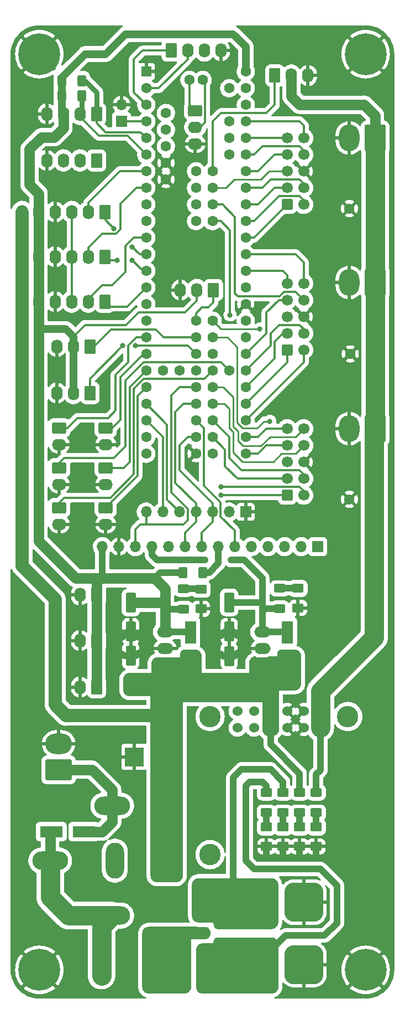
<source format=gbr>
%TF.GenerationSoftware,KiCad,Pcbnew,(6.0.2)*%
%TF.CreationDate,2022-07-06T01:18:05+02:00*%
%TF.ProjectId,MainBoard-2023,4d61696e-426f-4617-9264-2d323032332e,rev?*%
%TF.SameCoordinates,Original*%
%TF.FileFunction,Copper,L1,Top*%
%TF.FilePolarity,Positive*%
%FSLAX46Y46*%
G04 Gerber Fmt 4.6, Leading zero omitted, Abs format (unit mm)*
G04 Created by KiCad (PCBNEW (6.0.2)) date 2022-07-06 01:18:05*
%MOMM*%
%LPD*%
G01*
G04 APERTURE LIST*
G04 Aperture macros list*
%AMRoundRect*
0 Rectangle with rounded corners*
0 $1 Rounding radius*
0 $2 $3 $4 $5 $6 $7 $8 $9 X,Y pos of 4 corners*
0 Add a 4 corners polygon primitive as box body*
4,1,4,$2,$3,$4,$5,$6,$7,$8,$9,$2,$3,0*
0 Add four circle primitives for the rounded corners*
1,1,$1+$1,$2,$3*
1,1,$1+$1,$4,$5*
1,1,$1+$1,$6,$7*
1,1,$1+$1,$8,$9*
0 Add four rect primitives between the rounded corners*
20,1,$1+$1,$2,$3,$4,$5,0*
20,1,$1+$1,$4,$5,$6,$7,0*
20,1,$1+$1,$6,$7,$8,$9,0*
20,1,$1+$1,$8,$9,$2,$3,0*%
G04 Aperture macros list end*
%TA.AperFunction,ComponentPad*%
%ADD10RoundRect,0.250000X-0.845000X0.620000X-0.845000X-0.620000X0.845000X-0.620000X0.845000X0.620000X0*%
%TD*%
%TA.AperFunction,ComponentPad*%
%ADD11O,2.190000X1.740000*%
%TD*%
%TA.AperFunction,ComponentPad*%
%ADD12O,1.740000X2.190000*%
%TD*%
%TA.AperFunction,ComponentPad*%
%ADD13RoundRect,0.250000X0.620000X0.845000X-0.620000X0.845000X-0.620000X-0.845000X0.620000X-0.845000X0*%
%TD*%
%TA.AperFunction,SMDPad,CuDef*%
%ADD14RoundRect,0.250000X-0.550000X1.250000X-0.550000X-1.250000X0.550000X-1.250000X0.550000X1.250000X0*%
%TD*%
%TA.AperFunction,SMDPad,CuDef*%
%ADD15R,3.500000X1.800000*%
%TD*%
%TA.AperFunction,SMDPad,CuDef*%
%ADD16RoundRect,0.250000X0.625000X-0.400000X0.625000X0.400000X-0.625000X0.400000X-0.625000X-0.400000X0*%
%TD*%
%TA.AperFunction,SMDPad,CuDef*%
%ADD17RoundRect,0.250000X-0.625000X0.400000X-0.625000X-0.400000X0.625000X-0.400000X0.625000X0.400000X0*%
%TD*%
%TA.AperFunction,SMDPad,CuDef*%
%ADD18RoundRect,0.250000X0.550000X-1.250000X0.550000X1.250000X-0.550000X1.250000X-0.550000X-1.250000X0*%
%TD*%
%TA.AperFunction,ComponentPad*%
%ADD19R,1.700000X1.700000*%
%TD*%
%TA.AperFunction,ComponentPad*%
%ADD20O,1.700000X1.700000*%
%TD*%
%TA.AperFunction,ComponentPad*%
%ADD21R,1.600000X1.600000*%
%TD*%
%TA.AperFunction,ComponentPad*%
%ADD22C,1.600000*%
%TD*%
%TA.AperFunction,SMDPad,CuDef*%
%ADD23RoundRect,0.250001X0.624999X-0.462499X0.624999X0.462499X-0.624999X0.462499X-0.624999X-0.462499X0*%
%TD*%
%TA.AperFunction,SMDPad,CuDef*%
%ADD24RoundRect,0.250000X0.400000X0.625000X-0.400000X0.625000X-0.400000X-0.625000X0.400000X-0.625000X0*%
%TD*%
%TA.AperFunction,ComponentPad*%
%ADD25C,0.800000*%
%TD*%
%TA.AperFunction,ComponentPad*%
%ADD26C,6.400000*%
%TD*%
%TA.AperFunction,SMDPad,CuDef*%
%ADD27R,1.800000X3.500000*%
%TD*%
%TA.AperFunction,SMDPad,CuDef*%
%ADD28RoundRect,0.250000X-0.400000X-0.625000X0.400000X-0.625000X0.400000X0.625000X-0.400000X0.625000X0*%
%TD*%
%TA.AperFunction,ComponentPad*%
%ADD29C,2.780000*%
%TD*%
%TA.AperFunction,ComponentPad*%
%ADD30R,1.910000X1.910000*%
%TD*%
%TA.AperFunction,ComponentPad*%
%ADD31C,1.910000*%
%TD*%
%TA.AperFunction,ComponentPad*%
%ADD32RoundRect,0.250000X-0.620000X-0.845000X0.620000X-0.845000X0.620000X0.845000X-0.620000X0.845000X0*%
%TD*%
%TA.AperFunction,ComponentPad*%
%ADD33R,2.500000X1.700000*%
%TD*%
%TA.AperFunction,ComponentPad*%
%ADD34O,2.500000X1.700000*%
%TD*%
%TA.AperFunction,ComponentPad*%
%ADD35RoundRect,1.400000X-1.350000X0.000000X1.350000X0.000000X1.350000X0.000000X-1.350000X0.000000X0*%
%TD*%
%TA.AperFunction,ComponentPad*%
%ADD36RoundRect,1.400000X0.000000X-1.350000X0.000000X-1.350000X0.000000X1.350000X0.000000X1.350000X0*%
%TD*%
%TA.AperFunction,ComponentPad*%
%ADD37RoundRect,0.250000X1.330000X1.800000X-1.330000X1.800000X-1.330000X-1.800000X1.330000X-1.800000X0*%
%TD*%
%TA.AperFunction,ComponentPad*%
%ADD38O,3.160000X4.100000*%
%TD*%
%TA.AperFunction,ComponentPad*%
%ADD39R,3.000000X3.000000*%
%TD*%
%TA.AperFunction,ComponentPad*%
%ADD40C,3.000000*%
%TD*%
%TA.AperFunction,ComponentPad*%
%ADD41RoundRect,0.250000X-0.600000X-0.600000X0.600000X-0.600000X0.600000X0.600000X-0.600000X0.600000X0*%
%TD*%
%TA.AperFunction,ComponentPad*%
%ADD42C,1.700000*%
%TD*%
%TA.AperFunction,ComponentPad*%
%ADD43RoundRect,1.500000X1.500000X1.500000X-1.500000X1.500000X-1.500000X-1.500000X1.500000X-1.500000X0*%
%TD*%
%TA.AperFunction,ComponentPad*%
%ADD44C,6.000000*%
%TD*%
%TA.AperFunction,ComponentPad*%
%ADD45C,1.530000*%
%TD*%
%TA.AperFunction,ComponentPad*%
%ADD46C,3.270000*%
%TD*%
%TA.AperFunction,ComponentPad*%
%ADD47RoundRect,0.250000X1.800000X-1.330000X1.800000X1.330000X-1.800000X1.330000X-1.800000X-1.330000X0*%
%TD*%
%TA.AperFunction,ComponentPad*%
%ADD48O,4.100000X3.160000*%
%TD*%
%TA.AperFunction,ViaPad*%
%ADD49C,0.800000*%
%TD*%
%TA.AperFunction,Conductor*%
%ADD50C,1.000000*%
%TD*%
%TA.AperFunction,Conductor*%
%ADD51C,0.300000*%
%TD*%
%TA.AperFunction,Conductor*%
%ADD52C,1.200000*%
%TD*%
%TA.AperFunction,Conductor*%
%ADD53C,2.000000*%
%TD*%
%TA.AperFunction,Conductor*%
%ADD54C,1.600000*%
%TD*%
%TA.AperFunction,Conductor*%
%ADD55C,3.000000*%
%TD*%
%TA.AperFunction,Conductor*%
%ADD56C,0.800000*%
%TD*%
%TA.AperFunction,Conductor*%
%ADD57C,1.400000*%
%TD*%
%TA.AperFunction,Conductor*%
%ADD58C,0.250000*%
%TD*%
G04 APERTURE END LIST*
D10*
%TO.P,J15,1,Pin_1*%
%TO.N,Net-(U1-Pad88)*%
X119888000Y-39624000D03*
D11*
%TO.P,J15,2,Pin_2*%
%TO.N,Net-(U1-Pad87)*%
X119888000Y-42164000D03*
%TO.P,J15,3,Pin_3*%
%TO.N,GND*%
X119888000Y-44704000D03*
%TD*%
D10*
%TO.P,J38,1,Pin_1*%
%TO.N,Detection*%
X106172000Y-100330000D03*
D11*
%TO.P,J38,2,Pin_2*%
%TO.N,GND*%
X106172000Y-102870000D03*
%TD*%
D12*
%TO.P,J14,3,Pin_3*%
%TO.N,GND*%
X117602000Y-67056000D03*
%TO.P,J14,2,Pin_2*%
%TO.N,+5V*%
X120142000Y-67056000D03*
D13*
%TO.P,J14,1,Pin_1*%
%TO.N,Sensor-03*%
X122682000Y-67056000D03*
%TD*%
D12*
%TO.P,J13,3,Pin_3*%
%TO.N,GND*%
X98679000Y-75692000D03*
%TO.P,J13,2,Pin_2*%
%TO.N,+5V*%
X101219000Y-75692000D03*
D13*
%TO.P,J13,1,Pin_1*%
%TO.N,Sensor-02*%
X103759000Y-75692000D03*
%TD*%
D12*
%TO.P,J11,3,Pin_3*%
%TO.N,GND*%
X98679000Y-82804000D03*
%TO.P,J11,2,Pin_2*%
%TO.N,+5V*%
X101219000Y-82804000D03*
D13*
%TO.P,J11,1,Pin_1*%
%TO.N,Sensor-01*%
X103759000Y-82804000D03*
%TD*%
D14*
%TO.P,C2,1*%
%TO.N,+5V*%
X110012000Y-114854000D03*
%TO.P,C2,2*%
%TO.N,GND*%
X110012000Y-119254000D03*
%TD*%
D15*
%TO.P,D4,1,K*%
%TO.N,Net-(D4-Pad1)*%
X97830000Y-149860000D03*
%TO.P,D4,2,A*%
%TO.N,Net-(D4-Pad2)*%
X102830000Y-149860000D03*
%TD*%
D16*
%TO.P,R4,1*%
%TO.N,Net-(D6-Pad2)*%
X138430000Y-146965000D03*
%TO.P,R4,2*%
%TO.N,+5VP*%
X138430000Y-143865000D03*
%TD*%
D17*
%TO.P,R2,1*%
%TO.N,Net-(D3-Pad2)*%
X118110000Y-112750000D03*
%TO.P,R2,2*%
%TO.N,+5V*%
X118110000Y-115850000D03*
%TD*%
D14*
%TO.P,C8,1*%
%TO.N,+3V3*%
X125095000Y-114822500D03*
%TO.P,C8,2*%
%TO.N,GND*%
X125095000Y-119222500D03*
%TD*%
D18*
%TO.P,C7,1*%
%TO.N,+24V*%
X125095000Y-127432500D03*
%TO.P,C7,2*%
%TO.N,GND*%
X125095000Y-123032500D03*
%TD*%
D16*
%TO.P,R3,1*%
%TO.N,Net-(D5-Pad2)*%
X133350000Y-146965000D03*
%TO.P,R3,2*%
%TO.N,+BATT*%
X133350000Y-143865000D03*
%TD*%
D19*
%TO.P,J10,1,Pin_1*%
%TO.N,T_IRQ*%
X138674000Y-106299000D03*
D20*
%TO.P,J10,2,Pin_2*%
%TO.N,T_DO*%
X136134000Y-106299000D03*
%TO.P,J10,3,Pin_3*%
%TO.N,T_DIN*%
X133594000Y-106299000D03*
%TO.P,J10,4,Pin_4*%
%TO.N,T_CS*%
X131054000Y-106299000D03*
%TO.P,J10,5,Pin_5*%
%TO.N,T_CLK*%
X128514000Y-106299000D03*
%TO.P,J10,6,Pin_6*%
%TO.N,TFT_MISO*%
X125974000Y-106299000D03*
%TO.P,J10,7,Pin_7*%
%TO.N,Net-(J10-Pad7)*%
X123434000Y-106299000D03*
%TO.P,J10,8,Pin_8*%
%TO.N,SCK*%
X120894000Y-106299000D03*
%TO.P,J10,9,Pin_9*%
%TO.N,MOSI*%
X118354000Y-106299000D03*
%TO.P,J10,10,Pin_10*%
%TO.N,TFT_DC*%
X115814000Y-106299000D03*
%TO.P,J10,11,Pin_11*%
%TO.N,+3V3*%
X113274000Y-106299000D03*
%TO.P,J10,12,Pin_12*%
%TO.N,CS*%
X110734000Y-106299000D03*
%TO.P,J10,13,Pin_13*%
%TO.N,GND*%
X108194000Y-106299000D03*
%TO.P,J10,14,Pin_14*%
%TO.N,+5V*%
X105654000Y-106299000D03*
%TD*%
D21*
%TO.P,C3,1*%
%TO.N,+5VP*%
X147320000Y-99060000D03*
D22*
%TO.P,C3,2*%
%TO.N,GND*%
X143520000Y-99060000D03*
%TD*%
D23*
%TO.P,D9,1,K*%
%TO.N,GND*%
X130810000Y-152120000D03*
%TO.P,D9,2,A*%
%TO.N,Net-(D9-Pad2)*%
X130810000Y-149145000D03*
%TD*%
D19*
%TO.P,J8,1,Pin_1*%
%TO.N,Robot*%
X108585000Y-41275000D03*
D20*
%TO.P,J8,2,Pin_2*%
%TO.N,GND*%
X108585000Y-38735000D03*
%TD*%
D24*
%TO.P,R22,1*%
%TO.N,SDA*%
X102515000Y-37338000D03*
%TO.P,R22,2*%
%TO.N,+5V*%
X99415000Y-37338000D03*
%TD*%
D25*
%TO.P,H4,1,1*%
%TO.N,GND*%
X93600000Y-171000000D03*
X96000000Y-173400000D03*
X97697056Y-172697056D03*
D26*
X96000000Y-171000000D03*
D25*
X96000000Y-168600000D03*
X94302944Y-169302944D03*
X94302944Y-172697056D03*
X97697056Y-169302944D03*
X98400000Y-171000000D03*
%TD*%
D23*
%TO.P,D8,1,K*%
%TO.N,GND*%
X135636000Y-115660500D03*
%TO.P,D8,2,A*%
%TO.N,Net-(D8-Pad2)*%
X135636000Y-112685500D03*
%TD*%
D17*
%TO.P,R17,1*%
%TO.N,Net-(D8-Pad2)*%
X132842000Y-112670000D03*
%TO.P,R17,2*%
%TO.N,+3V3*%
X132842000Y-115770000D03*
%TD*%
D21*
%TO.P,C6,1*%
%TO.N,+5VP*%
X147320000Y-54610000D03*
D22*
%TO.P,C6,2*%
%TO.N,GND*%
X143520000Y-54610000D03*
%TD*%
D27*
%TO.P,D7,1,K*%
%TO.N,+24V*%
X133985000Y-124380000D03*
%TO.P,D7,2,A*%
%TO.N,+3V3*%
X133985000Y-119380000D03*
%TD*%
D28*
%TO.P,R6,1*%
%TO.N,+5V*%
X117957000Y-110236000D03*
%TO.P,R6,2*%
%TO.N,Net-(J10-Pad7)*%
X121057000Y-110236000D03*
%TD*%
D25*
%TO.P,H3,1,1*%
%TO.N,GND*%
X146000000Y-168600000D03*
X144302944Y-172697056D03*
X146000000Y-173400000D03*
X143600000Y-171000000D03*
X147697056Y-172697056D03*
X144302944Y-169302944D03*
D26*
X146000000Y-171000000D03*
D25*
X148400000Y-171000000D03*
X147697056Y-169302944D03*
%TD*%
D23*
%TO.P,D3,1,K*%
%TO.N,GND*%
X120777000Y-115787500D03*
%TO.P,D3,2,A*%
%TO.N,Net-(D3-Pad2)*%
X120777000Y-112812500D03*
%TD*%
%TO.P,D5,1,K*%
%TO.N,GND*%
X133350000Y-152120000D03*
%TO.P,D5,2,A*%
%TO.N,Net-(D5-Pad2)*%
X133350000Y-149145000D03*
%TD*%
D18*
%TO.P,C1,1*%
%TO.N,+24V*%
X110012000Y-127382000D03*
%TO.P,C1,2*%
%TO.N,GND*%
X110012000Y-122982000D03*
%TD*%
D24*
%TO.P,R21,1*%
%TO.N,SCL*%
X102515000Y-35052000D03*
%TO.P,R21,2*%
%TO.N,+5V*%
X99415000Y-35052000D03*
%TD*%
D27*
%TO.P,D2,1,K*%
%TO.N,+24V*%
X119156000Y-124420000D03*
%TO.P,D2,2,A*%
%TO.N,+5V*%
X119156000Y-119420000D03*
%TD*%
D23*
%TO.P,D1,1,K*%
%TO.N,GND*%
X135890000Y-152120000D03*
%TO.P,D1,2,A*%
%TO.N,Net-(D1-Pad2)*%
X135890000Y-149145000D03*
%TD*%
D25*
%TO.P,H2,1,1*%
%TO.N,GND*%
X143600000Y-31000000D03*
D26*
X146000000Y-31000000D03*
D25*
X148400000Y-31000000D03*
X144302944Y-32697056D03*
X147697056Y-29302944D03*
X146000000Y-28600000D03*
X147697056Y-32697056D03*
X146000000Y-33400000D03*
X144302944Y-29302944D03*
%TD*%
D19*
%TO.P,J24,1,Pin_1*%
%TO.N,GND*%
X127615000Y-100990000D03*
D20*
%TO.P,J24,2,Pin_2*%
%TO.N,+3V3*%
X125075000Y-100990000D03*
%TO.P,J24,3,Pin_3*%
%TO.N,SCK*%
X122535000Y-100990000D03*
%TO.P,J24,4,Pin_4*%
%TO.N,MOSI*%
X119995000Y-100990000D03*
%TO.P,J24,5,Pin_5*%
%TO.N,RES*%
X117455000Y-100990000D03*
%TO.P,J24,6,Pin_6*%
%TO.N,DC*%
X114915000Y-100990000D03*
%TO.P,J24,7,Pin_7*%
%TO.N,CS*%
X112375000Y-100990000D03*
%TD*%
D21*
%TO.P,U1,1,GND*%
%TO.N,GND*%
X112395000Y-33655000D03*
D22*
%TO.P,U1,2,0_RX1_MOSI1_Touch*%
%TO.N,TX-lidar*%
X112395000Y-36195000D03*
%TO.P,U1,3,1_TX1_MISO1_Touch*%
%TO.N,RX-lidar*%
X112395000Y-38735000D03*
%TO.P,U1,4,2_PWM*%
%TO.N,Robot*%
X112395000Y-41275000D03*
%TO.P,U1,5,3_PWM_CAN0TX_SCL2*%
%TO.N,SCL*%
X112395000Y-43815000D03*
%TO.P,U1,6,4_PWM_CAN0RX_SDA2*%
%TO.N,SDA*%
X112395000Y-46355000D03*
%TO.P,U1,7,5_PWM_TX1_MISO1*%
%TO.N,STEP_1*%
X112395000Y-48895000D03*
%TO.P,U1,8,6_PWM*%
%TO.N,STEP_2*%
X112395000Y-51435000D03*
%TO.P,U1,9,7_RX3_MOSI0_SCL0*%
%TO.N,DOUT-xbee*%
X112395000Y-53975000D03*
%TO.P,U1,10,8_TX3_MISO0_SDA0*%
%TO.N,DIN-xbee*%
X112395000Y-56515000D03*
%TO.P,U1,11,9_PWM_RX2_CS0*%
%TO.N,STEP_3*%
X112395000Y-59055000D03*
%TO.P,U1,12,10_PWM_TX2_CS0*%
%TO.N,DIR_1*%
X112395000Y-61595000D03*
%TO.P,U1,13,11_MOSI0*%
%TO.N,DIR_2*%
X112395000Y-64135000D03*
%TO.P,U1,14,12_MISO0*%
%TO.N,DIR_3*%
X112395000Y-66675000D03*
%TO.P,U1,15,3.3V*%
%TO.N,unconnected-(U1-Pad15)*%
X112395000Y-69215000D03*
%TO.P,U1,16,24*%
%TO.N,EN*%
X112395000Y-71755000D03*
%TO.P,U1,17,25*%
%TO.N,Init*%
X112395000Y-74295000D03*
%TO.P,U1,18,26_TX1_SCL2*%
%TO.N,Tirette*%
X112395000Y-76835000D03*
%TO.P,U1,19,27_RX1_SCK0*%
%TO.N,Couleur*%
X112395000Y-79375000D03*
%TO.P,U1,20,28_MOSI0*%
%TO.N,Detection*%
X112395000Y-81915000D03*
%TO.P,U1,21,29_PWM_CAN0TX_Touch*%
%TO.N,RES*%
X112395000Y-84455000D03*
%TO.P,U1,22,30_PWM_CAN0RX_Touch*%
%TO.N,DC*%
X112395000Y-86995000D03*
%TO.P,U1,23,31_A12_RX4_CS1*%
%TO.N,C_Act3-2*%
X112395000Y-89535000D03*
%TO.P,U1,24,32_A13_TX4_SCK1*%
%TO.N,C_Act3-1*%
X112395000Y-92075000D03*
%TO.P,U1,25,VBat*%
%TO.N,unconnected-(U1-Pad25)*%
X114935000Y-79375000D03*
%TO.P,U1,26,3.3V*%
%TO.N,unconnected-(U1-Pad26)*%
X117475000Y-79375000D03*
%TO.P,U1,27,GND*%
%TO.N,GND*%
X120015000Y-79375000D03*
%TO.P,U1,28,Program*%
%TO.N,Program*%
X122555000Y-79375000D03*
%TO.P,U1,29,Reset*%
%TO.N,Reset*%
X125095000Y-79375000D03*
%TO.P,U1,30,33_A14_TX5_CAN1TX_SCL0*%
%TO.N,C_Act3-5*%
X127635000Y-92075000D03*
%TO.P,U1,31,34_A15_RX5_CAN1RX_SDA0*%
%TO.N,C_Act3-7*%
X127635000Y-89535000D03*
%TO.P,U1,32,35_A16_PWM*%
%TO.N,C_Act2-2*%
X127635000Y-86995000D03*
%TO.P,U1,33,36_A17_PWM*%
%TO.N,C_Act2-1*%
X127635000Y-84455000D03*
%TO.P,U1,34,37_A18_PWM_SCL1*%
%TO.N,C_Act2-3*%
X127635000Y-81915000D03*
%TO.P,U1,35,38_A19_PWM_SDA1*%
%TO.N,C_Act2-4*%
X127635000Y-79375000D03*
%TO.P,U1,36,39_A20*%
%TO.N,C_Act2-5*%
X127635000Y-76835000D03*
%TO.P,U1,37,A21_DAC0*%
%TO.N,unconnected-(U1-Pad37)*%
X127635000Y-74295000D03*
%TO.P,U1,38,A22_DAC1*%
%TO.N,unconnected-(U1-Pad38)*%
X127635000Y-71755000D03*
%TO.P,U1,39,GND*%
%TO.N,GND*%
X127635000Y-69215000D03*
%TO.P,U1,40,13_SCK0_LED*%
%TO.N,unconnected-(U1-Pad40)*%
X127635000Y-66675000D03*
%TO.P,U1,41,14_A0_PWM_SCK0*%
%TO.N,C_Act2-7*%
X127635000Y-64135000D03*
%TO.P,U1,42,15_A1_CS0_Touch*%
%TO.N,C_Act2-8*%
X127635000Y-61595000D03*
%TO.P,U1,43,16_A2_SCL0_Touch*%
%TO.N,C_Act1-1*%
X127635000Y-59055000D03*
%TO.P,U1,44,17_A3_SDA0_Touch*%
%TO.N,C_Act1-2*%
X127635000Y-56515000D03*
%TO.P,U1,45,18_A4_SDA0_Touch*%
%TO.N,C_Act1-3*%
X127635000Y-53975000D03*
%TO.P,U1,46,19_A5_SCL0_Touch*%
%TO.N,C_Act1-4*%
X127635000Y-51435000D03*
%TO.P,U1,47,20_A6_PWM_CS0_SCK1*%
%TO.N,C_Act1-5*%
X127635000Y-48895000D03*
%TO.P,U1,48,21_A7_PWM_CS0_MOSI1*%
%TO.N,C_Act1-6*%
X127635000Y-46355000D03*
%TO.P,U1,49,22_A8_PWM_Touch*%
%TO.N,C_Act1-7*%
X127635000Y-43815000D03*
%TO.P,U1,50,23_A9_PWM_Touch*%
%TO.N,C_Act1-8*%
X127635000Y-41275000D03*
%TO.P,U1,51,3.3V*%
%TO.N,unconnected-(U1-Pad51)*%
X127635000Y-38735000D03*
%TO.P,U1,52,AGND*%
%TO.N,unconnected-(U1-Pad52)*%
X127635000Y-36195000D03*
%TO.P,U1,53,Vin*%
%TO.N,+5V*%
X127635000Y-33655000D03*
%TO.P,U1,54,VUSB*%
%TO.N,unconnected-(U1-Pad54)*%
X125095000Y-36195000D03*
%TO.P,U1,55,AREF*%
%TO.N,unconnected-(U1-Pad55)*%
X125095000Y-41275000D03*
%TO.P,U1,56,A10*%
%TO.N,unconnected-(U1-Pad56)*%
X125095000Y-43815000D03*
%TO.P,U1,57,A11*%
%TO.N,unconnected-(U1-Pad57)*%
X125095000Y-46355000D03*
%TO.P,U1,58,not_used*%
%TO.N,unconnected-(U1-Pad58)*%
X115395000Y-40005000D03*
%TO.P,U1,59,A26*%
%TO.N,unconnected-(U1-Pad59)*%
X115395000Y-42545000D03*
%TO.P,U1,60,A25*%
%TO.N,unconnected-(U1-Pad60)*%
X115395000Y-45085000D03*
%TO.P,U1,61,GND*%
%TO.N,GND*%
X115395000Y-47625000D03*
%TO.P,U1,62,GND*%
X115395000Y-50165000D03*
%TO.P,U1,63,G*%
%TO.N,unconnected-(U1-Pad63)*%
X120015000Y-48895000D03*
%TO.P,U1,64,Debug_DE*%
%TO.N,unconnected-(U1-Pad64)*%
X120015000Y-51435000D03*
%TO.P,U1,65,Debug_DC*%
%TO.N,unconnected-(U1-Pad65)*%
X120015000Y-53975000D03*
%TO.P,U1,66,Debug_DD*%
%TO.N,unconnected-(U1-Pad66)*%
X120015000Y-56515000D03*
%TO.P,U1,67,40*%
%TO.N,Sensor-03*%
X120015000Y-71755000D03*
%TO.P,U1,68,41*%
%TO.N,Sensor-02*%
X120015000Y-74295000D03*
%TO.P,U1,69,42*%
%TO.N,Sensor-01*%
X120015000Y-76835000D03*
%TO.P,U1,70,43_CS2*%
%TO.N,CS*%
X120015000Y-81915000D03*
%TO.P,U1,71,44_MOSI2*%
%TO.N,MOSI*%
X120015000Y-84455000D03*
%TO.P,U1,72,45_MISO2*%
%TO.N,TFT_MISO*%
X120015000Y-86995000D03*
%TO.P,U1,73,46_SCK2*%
%TO.N,SCK*%
X120015000Y-89535000D03*
%TO.P,U1,74,GND*%
%TO.N,GND*%
X120015000Y-92075000D03*
%TO.P,U1,75,3.3V*%
%TO.N,unconnected-(U1-Pad75)*%
X122555000Y-92075000D03*
%TO.P,U1,76,47_RX6_SCL0*%
%TO.N,C_Act3-3*%
X122555000Y-89535000D03*
%TO.P,U1,77,48_TX6_SDA0*%
%TO.N,C_Act3-4*%
X122555000Y-86995000D03*
%TO.P,U1,78,49_A23*%
%TO.N,C_Act3-6*%
X122555000Y-84455000D03*
%TO.P,U1,79,50_A24*%
%TO.N,C_Act3-8*%
X122555000Y-81915000D03*
%TO.P,U1,80,51_MISO2*%
%TO.N,unconnected-(U1-Pad80)*%
X122555000Y-76835000D03*
%TO.P,U1,81,52_MOSI2*%
%TO.N,C_Act3-9*%
X122555000Y-74295000D03*
%TO.P,U1,82,53_SCK2*%
%TO.N,C_Act2-9*%
X122555000Y-71755000D03*
%TO.P,U1,83,54_CS2*%
%TO.N,TFT_DC*%
X122555000Y-56515000D03*
%TO.P,U1,84,55*%
%TO.N,C_Act2-6*%
X122555000Y-53975000D03*
%TO.P,U1,85,56*%
%TO.N,C_Act1-9*%
X122555000Y-51435000D03*
%TO.P,U1,86,57*%
%TO.N,NEO_PIXEL*%
X122555000Y-48895000D03*
%TO.P,U1,87,D-*%
%TO.N,Net-(U1-Pad87)*%
X121025000Y-34925000D03*
%TO.P,U1,88,D+*%
%TO.N,Net-(U1-Pad88)*%
X119005000Y-34925000D03*
%TD*%
D16*
%TO.P,R5,1*%
%TO.N,Net-(D9-Pad2)*%
X130810000Y-146965000D03*
%TO.P,R5,2*%
%TO.N,ALIM*%
X130810000Y-143865000D03*
%TD*%
D29*
%TO.P,F2,1*%
%TO.N,/24VD*%
X115450000Y-171880000D03*
X115450000Y-168480000D03*
%TO.P,F2,2*%
%TO.N,Net-(D4-Pad1)*%
X105530000Y-171880000D03*
X105530000Y-168480000D03*
%TD*%
D25*
%TO.P,H1,1,1*%
%TO.N,GND*%
X93600000Y-31000000D03*
X96000000Y-28600000D03*
X97697056Y-29302944D03*
X94302944Y-29302944D03*
X97697056Y-32697056D03*
D26*
X96000000Y-31000000D03*
D25*
X94302944Y-32697056D03*
X98400000Y-31000000D03*
X96000000Y-33400000D03*
%TD*%
D16*
%TO.P,R1,1*%
%TO.N,Net-(D1-Pad2)*%
X135890000Y-146965000D03*
%TO.P,R1,2*%
%TO.N,+24V*%
X135890000Y-143865000D03*
%TD*%
D21*
%TO.P,C4,1*%
%TO.N,+5VP*%
X147447000Y-76835000D03*
D22*
%TO.P,C4,2*%
%TO.N,GND*%
X143647000Y-76835000D03*
%TD*%
D30*
%TO.P,D10,1,K*%
%TO.N,+BATT*%
X121285000Y-162804000D03*
D31*
%TO.P,D10,2,A*%
%TO.N,/24VD*%
X121285000Y-165354000D03*
%TO.P,D10,3,K*%
%TO.N,ALIM*%
X121285000Y-167904000D03*
%TD*%
D23*
%TO.P,D6,1,K*%
%TO.N,GND*%
X138430000Y-152120000D03*
%TO.P,D6,2,A*%
%TO.N,Net-(D6-Pad2)*%
X138430000Y-149145000D03*
%TD*%
D13*
%TO.P,J5,1,Pin_1*%
%TO.N,DIR_1*%
X106045000Y-55118000D03*
D12*
%TO.P,J5,2,Pin_2*%
%TO.N,STEP_1*%
X103505000Y-55118000D03*
%TO.P,J5,3,Pin_3*%
%TO.N,EN*%
X100965000Y-55118000D03*
%TO.P,J5,4,Pin_4*%
%TO.N,GND*%
X98425000Y-55118000D03*
%TO.P,J5,5,Pin_5*%
%TO.N,+5V*%
X95885000Y-55118000D03*
%TO.P,J5,6,Pin_6*%
%TO.N,+24V*%
X93345000Y-55118000D03*
%TD*%
D10*
%TO.P,J37,1,Pin_1*%
%TO.N,Couleur*%
X106172000Y-94234000D03*
D11*
%TO.P,J37,2,Pin_2*%
%TO.N,GND*%
X106172000Y-96774000D03*
%TD*%
D10*
%TO.P,J32,1,Pin_1*%
%TO.N,Tirette*%
X106172000Y-88138000D03*
D11*
%TO.P,J32,2,Pin_2*%
%TO.N,GND*%
X106172000Y-90678000D03*
%TD*%
D32*
%TO.P,J30,1,Pin_1*%
%TO.N,NEO_PIXEL*%
X132080000Y-34270000D03*
D12*
%TO.P,J30,2,Pin_2*%
%TO.N,+5VP*%
X134620000Y-34270000D03*
%TO.P,J30,3,Pin_3*%
%TO.N,GND*%
X137160000Y-34270000D03*
%TD*%
D13*
%TO.P,J22,1,Pin_1*%
%TO.N,SCL*%
X104775000Y-40132000D03*
D12*
%TO.P,J22,2,Pin_2*%
%TO.N,SDA*%
X102235000Y-40132000D03*
%TO.P,J22,3,Pin_3*%
%TO.N,+5V*%
X99695000Y-40132000D03*
%TO.P,J22,4,Pin_4*%
%TO.N,GND*%
X97155000Y-40132000D03*
%TD*%
D33*
%TO.P,U4,1,IN*%
%TO.N,+24V*%
X115267500Y-124420000D03*
D34*
%TO.P,U4,2,GND*%
%TO.N,GND*%
X115267500Y-121880000D03*
%TO.P,U4,3,OUT*%
%TO.N,+5V*%
X115267500Y-119340000D03*
%TD*%
D32*
%TO.P,J12,1,Pin_1*%
%TO.N,RX-lidar*%
X116205000Y-30460000D03*
D12*
%TO.P,J12,2,Pin_2*%
%TO.N,TX-lidar*%
X118745000Y-30460000D03*
%TO.P,J12,3,Pin_3*%
%TO.N,+5VP*%
X121285000Y-30460000D03*
%TO.P,J12,4,Pin_4*%
%TO.N,GND*%
X123825000Y-30460000D03*
%TD*%
D35*
%TO.P,K1,30,30*%
%TO.N,Net-(D4-Pad1)*%
X97670000Y-154305000D03*
%TO.P,K1,85,85*%
X107170000Y-162705000D03*
%TO.P,K1,86,86*%
%TO.N,Net-(D4-Pad2)*%
X107170000Y-145905000D03*
D36*
%TO.P,K1,87,87*%
%TO.N,+24V*%
X115570000Y-154305000D03*
%TO.P,K1,87a,87a*%
%TO.N,unconnected-(K1-Pad87a)*%
X107570000Y-154305000D03*
%TD*%
D37*
%TO.P,J27,1,Pin_1*%
%TO.N,+5VP*%
X147447000Y-65913000D03*
D38*
%TO.P,J27,2,Pin_2*%
%TO.N,GND*%
X143487000Y-65913000D03*
%TD*%
D10*
%TO.P,J39,1,Pin_1*%
%TO.N,Program*%
X99060000Y-100330000D03*
D11*
%TO.P,J39,2,Pin_2*%
%TO.N,GND*%
X99060000Y-102870000D03*
%TD*%
D39*
%TO.P,J7,1,Pin_1*%
%TO.N,GND*%
X110570000Y-138430000D03*
D40*
%TO.P,J7,2,Pin_2*%
%TO.N,+24V*%
X115570000Y-138430000D03*
%TD*%
D37*
%TO.P,J20,1,Pin_1*%
%TO.N,+5VP*%
X147447000Y-43815000D03*
D38*
%TO.P,J20,2,Pin_2*%
%TO.N,GND*%
X143487000Y-43815000D03*
%TD*%
D41*
%TO.P,C_Act2,1,Pin_1*%
%TO.N,C_Act2-1*%
X133985000Y-76200000D03*
D42*
%TO.P,C_Act2,2,Pin_2*%
%TO.N,C_Act2-2*%
X136525000Y-76200000D03*
%TO.P,C_Act2,3,Pin_3*%
%TO.N,C_Act2-3*%
X133985000Y-73660000D03*
%TO.P,C_Act2,4,Pin_4*%
%TO.N,C_Act2-4*%
X136525000Y-73660000D03*
%TO.P,C_Act2,5,Pin_5*%
%TO.N,C_Act2-9*%
X133985000Y-71120000D03*
%TO.P,C_Act2,6,Pin_6*%
%TO.N,GND*%
X136525000Y-71120000D03*
%TO.P,C_Act2,7,Pin_7*%
%TO.N,C_Act2-5*%
X133985000Y-68580000D03*
%TO.P,C_Act2,8,Pin_8*%
%TO.N,C_Act2-6*%
X136525000Y-68580000D03*
%TO.P,C_Act2,9,Pin_9*%
%TO.N,C_Act2-7*%
X133985000Y-66040000D03*
%TO.P,C_Act2,10,Pin_10*%
%TO.N,C_Act2-8*%
X136525000Y-66040000D03*
%TD*%
D13*
%TO.P,J29,1,Pin_1*%
%TO.N,+5V*%
X104775000Y-113665000D03*
D12*
%TO.P,J29,2,Pin_2*%
%TO.N,GND*%
X102235000Y-113665000D03*
%TD*%
D43*
%TO.P,J1,1,Pin_1*%
%TO.N,GND*%
X136525000Y-160655000D03*
D44*
%TO.P,J1,2,Pin_2*%
%TO.N,+BATT*%
X129325000Y-160655000D03*
%TD*%
D41*
%TO.P,C_Act1,1,Pin_1*%
%TO.N,C_Act1-1*%
X133985000Y-53975000D03*
D42*
%TO.P,C_Act1,2,Pin_2*%
%TO.N,C_Act1-2*%
X136525000Y-53975000D03*
%TO.P,C_Act1,3,Pin_3*%
%TO.N,C_Act1-3*%
X133985000Y-51435000D03*
%TO.P,C_Act1,4,Pin_4*%
%TO.N,C_Act1-4*%
X136525000Y-51435000D03*
%TO.P,C_Act1,5,Pin_5*%
%TO.N,C_Act1-9*%
X133985000Y-48895000D03*
%TO.P,C_Act1,6,Pin_6*%
%TO.N,GND*%
X136525000Y-48895000D03*
%TO.P,C_Act1,7,Pin_7*%
%TO.N,C_Act1-5*%
X133985000Y-46355000D03*
%TO.P,C_Act1,8,Pin_8*%
%TO.N,C_Act1-6*%
X136525000Y-46355000D03*
%TO.P,C_Act1,9,Pin_9*%
%TO.N,C_Act1-7*%
X133985000Y-43815000D03*
%TO.P,C_Act1,10,Pin_10*%
%TO.N,C_Act1-8*%
X136525000Y-43815000D03*
%TD*%
D13*
%TO.P,J28,1,Pin_1*%
%TO.N,+5V*%
X104775000Y-127762000D03*
D12*
%TO.P,J28,2,Pin_2*%
%TO.N,GND*%
X102235000Y-127762000D03*
%TD*%
D33*
%TO.P,U2,1,IN*%
%TO.N,+24V*%
X130175000Y-124420000D03*
D34*
%TO.P,U2,2,GND*%
%TO.N,GND*%
X130175000Y-121880000D03*
%TO.P,U2,3,OUT*%
%TO.N,+3V3*%
X130175000Y-119340000D03*
%TD*%
D13*
%TO.P,J3,1,Pin_1*%
%TO.N,DIR_2*%
X106045000Y-61976000D03*
D12*
%TO.P,J3,2,Pin_2*%
%TO.N,STEP_2*%
X103505000Y-61976000D03*
%TO.P,J3,3,Pin_3*%
%TO.N,EN*%
X100965000Y-61976000D03*
%TO.P,J3,4,Pin_4*%
%TO.N,GND*%
X98425000Y-61976000D03*
%TO.P,J3,5,Pin_5*%
%TO.N,+5V*%
X95885000Y-61976000D03*
%TO.P,J3,6,Pin_6*%
%TO.N,+24V*%
X93345000Y-61976000D03*
%TD*%
D13*
%TO.P,J2,1,Pin_1*%
%TO.N,DIN-xbee*%
X104775000Y-47244000D03*
D12*
%TO.P,J2,2,Pin_2*%
%TO.N,DOUT-xbee*%
X102235000Y-47244000D03*
%TO.P,J2,3,Pin_3*%
%TO.N,+3V3*%
X99695000Y-47244000D03*
%TO.P,J2,4,Pin_4*%
%TO.N,GND*%
X97155000Y-47244000D03*
%TD*%
D43*
%TO.P,J9,1,Pin_1*%
%TO.N,GND*%
X136525000Y-170180000D03*
D44*
%TO.P,J9,2,Pin_2*%
%TO.N,ALIM*%
X129325000Y-170180000D03*
%TD*%
D45*
%TO.P,PS1,1,VOUT_1*%
%TO.N,+5VP*%
X139065000Y-131445000D03*
%TO.P,PS1,2,VOUT_2*%
X139065000Y-133985000D03*
%TO.P,PS1,3,GND_1*%
%TO.N,GND*%
X136525000Y-131445000D03*
%TO.P,PS1,4,GND_2*%
X136525000Y-133985000D03*
%TO.P,PS1,5,GND_3*%
X133985000Y-131445000D03*
%TO.P,PS1,6,GND_4*%
X133985000Y-133985000D03*
%TO.P,PS1,7,VIN_1*%
%TO.N,+24V*%
X131445000Y-131445000D03*
%TO.P,PS1,8,VIN_2*%
X131445000Y-133985000D03*
%TO.P,PS1,9,VRP_1*%
%TO.N,unconnected-(PS1-Pad9)*%
X128905000Y-131445000D03*
%TO.P,PS1,10,VRP_2*%
%TO.N,unconnected-(PS1-Pad10)*%
X128905000Y-133985000D03*
%TO.P,PS1,11,EN*%
%TO.N,En5VP*%
X126365000Y-131445000D03*
%TO.P,PS1,12,PG*%
%TO.N,unconnected-(PS1-Pad12)*%
X126365000Y-133985000D03*
D46*
%TO.P,PS1,MH1,MH1*%
%TO.N,unconnected-(PS1-PadMH1)*%
X143265000Y-132275000D03*
%TO.P,PS1,MH2,MH2*%
%TO.N,unconnected-(PS1-PadMH2)*%
X122165000Y-132275000D03*
%TO.P,PS1,MH3,MH3*%
%TO.N,unconnected-(PS1-PadMH3)*%
X122165000Y-153375000D03*
%TD*%
D13*
%TO.P,J6,1,Pin_1*%
%TO.N,DIR_3*%
X106045000Y-68834000D03*
D12*
%TO.P,J6,2,Pin_2*%
%TO.N,STEP_3*%
X103505000Y-68834000D03*
%TO.P,J6,3,Pin_3*%
%TO.N,EN*%
X100965000Y-68834000D03*
%TO.P,J6,4,Pin_4*%
%TO.N,GND*%
X98425000Y-68834000D03*
%TO.P,J6,5,Pin_5*%
%TO.N,+5V*%
X95885000Y-68834000D03*
%TO.P,J6,6,Pin_6*%
%TO.N,+24V*%
X93345000Y-68834000D03*
%TD*%
D13*
%TO.P,J23,1,Pin_1*%
%TO.N,+5V*%
X104775000Y-120650000D03*
D12*
%TO.P,J23,2,Pin_2*%
%TO.N,GND*%
X102235000Y-120650000D03*
%TD*%
D10*
%TO.P,J4,1,Pin_1*%
%TO.N,Init*%
X99060000Y-88138000D03*
D11*
%TO.P,J4,2,Pin_2*%
%TO.N,GND*%
X99060000Y-90678000D03*
%TD*%
D47*
%TO.P,J21,1,Pin_1*%
%TO.N,Net-(D4-Pad2)*%
X98955000Y-140410000D03*
D48*
%TO.P,J21,2,Pin_2*%
%TO.N,GND*%
X98955000Y-136450000D03*
%TD*%
D41*
%TO.P,C_Act3,1,Pin_1*%
%TO.N,C_Act3-1*%
X133985000Y-98425000D03*
D42*
%TO.P,C_Act3,2,Pin_2*%
%TO.N,C_Act3-2*%
X136525000Y-98425000D03*
%TO.P,C_Act3,3,Pin_3*%
%TO.N,C_Act3-3*%
X133985000Y-95885000D03*
%TO.P,C_Act3,4,Pin_4*%
%TO.N,C_Act3-4*%
X136525000Y-95885000D03*
%TO.P,C_Act3,5,Pin_5*%
%TO.N,C_Act3-9*%
X133985000Y-93345000D03*
%TO.P,C_Act3,6,Pin_6*%
%TO.N,GND*%
X136525000Y-93345000D03*
%TO.P,C_Act3,7,Pin_7*%
%TO.N,C_Act3-5*%
X133985000Y-90805000D03*
%TO.P,C_Act3,8,Pin_8*%
%TO.N,C_Act3-6*%
X136525000Y-90805000D03*
%TO.P,C_Act3,9,Pin_9*%
%TO.N,C_Act3-7*%
X133985000Y-88265000D03*
%TO.P,C_Act3,10,Pin_10*%
%TO.N,C_Act3-8*%
X136525000Y-88265000D03*
%TD*%
D10*
%TO.P,J40,1,Pin_1*%
%TO.N,Reset*%
X99060000Y-94234000D03*
D11*
%TO.P,J40,2,Pin_2*%
%TO.N,GND*%
X99060000Y-96774000D03*
%TD*%
D38*
%TO.P,J26,2,Pin_2*%
%TO.N,GND*%
X143487000Y-88265000D03*
D37*
%TO.P,J26,1,Pin_1*%
%TO.N,+5VP*%
X147447000Y-88265000D03*
%TD*%
D49*
%TO.N,Sensor-01*%
X108801500Y-75565000D03*
X110744000Y-75565000D03*
%TO.N,DIR_1*%
X110236000Y-60452000D03*
X107442000Y-57658000D03*
%TO.N,GND*%
X133350000Y-153289000D03*
X111252000Y-120142000D03*
X111252000Y-122555000D03*
X135890000Y-153289000D03*
X138430000Y-153289000D03*
X108712000Y-122682000D03*
X126365000Y-122555000D03*
X126365000Y-119888000D03*
X123825000Y-122682000D03*
X108712000Y-120142000D03*
X130810000Y-153289000D03*
X123825000Y-119888000D03*
%TO.N,DIR_2*%
X107950000Y-62484000D03*
X110236000Y-62484000D03*
%TO.N,+3V3*%
X121412000Y-108331000D03*
X125349000Y-108331000D03*
%TO.N,C_Act2-9*%
X129794000Y-73025000D03*
%TO.N,C_Act3-9*%
X131318000Y-87122000D03*
%TO.N,C_Act3-1*%
X123825000Y-98425000D03*
%TO.N,C_Act3-2*%
X123825000Y-97155000D03*
%TO.N,TFT_DC*%
X125222000Y-70866000D03*
%TD*%
D50*
%TO.N,+24V*%
X135890000Y-140970000D02*
X131445000Y-136525000D01*
X131445000Y-136525000D02*
X131445000Y-133985000D01*
X135890000Y-143865000D02*
X135890000Y-140970000D01*
D51*
%TO.N,Sensor-01*%
X103759000Y-80607500D02*
X103759000Y-82804000D01*
D52*
%TO.N,+5V*%
X101219000Y-82804000D02*
X101219000Y-75692000D01*
D51*
%TO.N,Sensor-01*%
X108801500Y-75565000D02*
X103759000Y-80607500D01*
%TO.N,Sensor-02*%
X104394000Y-75692000D02*
X103759000Y-75692000D01*
X106990511Y-73095489D02*
X104394000Y-75692000D01*
X120015000Y-74295000D02*
X115062000Y-74295000D01*
D52*
%TO.N,+5V*%
X101219000Y-75692000D02*
X101219000Y-74168000D01*
D51*
%TO.N,Sensor-02*%
X113862489Y-73095489D02*
X106990511Y-73095489D01*
X115062000Y-74295000D02*
X113862489Y-73095489D01*
D53*
%TO.N,+24V*%
X115570000Y-132715000D02*
X115570000Y-138430000D01*
X114935000Y-132080000D02*
X115570000Y-132715000D01*
X100076000Y-132080000D02*
X114935000Y-132080000D01*
X98425000Y-130429000D02*
X100076000Y-132080000D01*
X98425000Y-114300000D02*
X98425000Y-130429000D01*
X93345000Y-109220000D02*
X98425000Y-114300000D01*
X93345000Y-68834000D02*
X93345000Y-109220000D01*
X93345000Y-61976000D02*
X93345000Y-68834000D01*
D51*
%TO.N,EN*%
X100965000Y-61976000D02*
X100965000Y-68834000D01*
%TO.N,STEP_3*%
X110502320Y-59055000D02*
X112395000Y-59055000D01*
X109220000Y-60337320D02*
X110502320Y-59055000D01*
X109220000Y-64262000D02*
X109220000Y-60337320D01*
X107188000Y-66294000D02*
X109220000Y-64262000D01*
X105664000Y-66294000D02*
X107188000Y-66294000D01*
X103505000Y-68453000D02*
X105664000Y-66294000D01*
%TO.N,DIR_3*%
X106807000Y-69596000D02*
X106045000Y-68834000D01*
D54*
%TO.N,+5V*%
X95885000Y-68834000D02*
X95885000Y-73025000D01*
D51*
%TO.N,DIR_3*%
X112395000Y-66675000D02*
X109474000Y-69596000D01*
%TO.N,STEP_3*%
X103505000Y-68834000D02*
X103505000Y-68453000D01*
D54*
%TO.N,+5V*%
X95885000Y-61976000D02*
X95885000Y-68834000D01*
D51*
%TO.N,DIR_3*%
X109474000Y-69596000D02*
X106807000Y-69596000D01*
D53*
%TO.N,+24V*%
X93345000Y-55118000D02*
X93345000Y-61976000D01*
D54*
%TO.N,+5V*%
X95885000Y-55118000D02*
X95885000Y-61976000D01*
D51*
%TO.N,EN*%
X100965000Y-55118000D02*
X100965000Y-61976000D01*
%TO.N,STEP_2*%
X103505000Y-60579000D02*
X103505000Y-61976000D01*
X107773169Y-58457511D02*
X105626489Y-58457511D01*
X108458000Y-57772680D02*
X107773169Y-58457511D01*
X108458000Y-53848000D02*
X108458000Y-57772680D01*
X110871000Y-51435000D02*
X108458000Y-53848000D01*
X112395000Y-51435000D02*
X110871000Y-51435000D01*
%TO.N,DIR_2*%
X107950000Y-62484000D02*
X106553000Y-62484000D01*
X106553000Y-62484000D02*
X106045000Y-61976000D01*
%TO.N,STEP_2*%
X105626489Y-58457511D02*
X103505000Y-60579000D01*
D54*
%TO.N,+5V*%
X99695000Y-42291000D02*
X99695000Y-40132000D01*
X98298000Y-43688000D02*
X99695000Y-42291000D01*
X96329500Y-43688000D02*
X98298000Y-43688000D01*
X94488000Y-50927000D02*
X94488000Y-45529500D01*
X95885000Y-52324000D02*
X94488000Y-50927000D01*
X95885000Y-55118000D02*
X95885000Y-52324000D01*
D51*
%TO.N,STEP_1*%
X103505000Y-53721000D02*
X103505000Y-55118000D01*
X108331000Y-48895000D02*
X103505000Y-53721000D01*
X112395000Y-48895000D02*
X108331000Y-48895000D01*
%TO.N,DIR_1*%
X107442000Y-57658000D02*
X106045000Y-56261000D01*
X106045000Y-56261000D02*
X106045000Y-55118000D01*
D54*
%TO.N,+5V*%
X94488000Y-45529500D02*
X96329500Y-43688000D01*
D50*
X119076000Y-119340000D02*
X119156000Y-119420000D01*
X115267500Y-119340000D02*
X119076000Y-119340000D01*
D54*
X104775000Y-127762000D02*
X104775000Y-120650000D01*
X104775000Y-120650000D02*
X104775000Y-113665000D01*
D51*
%TO.N,Net-(U1-Pad87)*%
X121412000Y-35312000D02*
X121025000Y-34925000D01*
X121412000Y-41402000D02*
X121412000Y-35312000D01*
X120650000Y-42164000D02*
X121412000Y-41402000D01*
X119888000Y-42164000D02*
X120650000Y-42164000D01*
%TO.N,Net-(U1-Pad88)*%
X119005000Y-38741000D02*
X119005000Y-34925000D01*
X119888000Y-39624000D02*
X119005000Y-38741000D01*
%TO.N,TX-lidar*%
X118745000Y-31750000D02*
X118745000Y-30460000D01*
X112395000Y-36195000D02*
X114300000Y-36195000D01*
X114300000Y-36195000D02*
X118745000Y-31750000D01*
D55*
%TO.N,+5VP*%
X139065000Y-128397000D02*
X139065000Y-131445000D01*
X147320000Y-120142000D02*
X139065000Y-128397000D01*
X147320000Y-99060000D02*
X147320000Y-120142000D01*
D54*
X135890000Y-38735000D02*
X134620000Y-37465000D01*
X134620000Y-37465000D02*
X134620000Y-34270000D01*
X145796000Y-38735000D02*
X135890000Y-38735000D01*
X147447000Y-43815000D02*
X147447000Y-40386000D01*
X147447000Y-40386000D02*
X145796000Y-38735000D01*
D55*
X147447000Y-43815000D02*
X147447000Y-65913000D01*
X147447000Y-76835000D02*
X147447000Y-65913000D01*
X147447000Y-88265000D02*
X147447000Y-76835000D01*
X147320000Y-99060000D02*
X147320000Y-88392000D01*
X147320000Y-88392000D02*
X147447000Y-88265000D01*
D51*
%TO.N,+5V*%
X102997000Y-72390000D02*
X101219000Y-74168000D01*
X118364000Y-70485000D02*
X111188500Y-70485000D01*
X109283500Y-72390000D02*
X102997000Y-72390000D01*
X120142000Y-68707000D02*
X118364000Y-70485000D01*
X120142000Y-67056000D02*
X120142000Y-68707000D01*
X111188500Y-70485000D02*
X109283500Y-72390000D01*
%TO.N,Sensor-01*%
X118745000Y-75565000D02*
X120015000Y-76835000D01*
X110744000Y-75565000D02*
X118745000Y-75565000D01*
%TO.N,Sensor-03*%
X122682000Y-68961000D02*
X122682000Y-67056000D01*
X121920000Y-69723000D02*
X122682000Y-68961000D01*
X120015000Y-70612000D02*
X120904000Y-69723000D01*
X120904000Y-69723000D02*
X121920000Y-69723000D01*
X120015000Y-71755000D02*
X120015000Y-70612000D01*
%TO.N,Init*%
X100330000Y-88138000D02*
X99060000Y-88138000D01*
X101854000Y-86614000D02*
X100330000Y-88138000D01*
X107696000Y-80010000D02*
X107696000Y-85471000D01*
X107696000Y-85471000D02*
X106553000Y-86614000D01*
X109601000Y-78105000D02*
X107696000Y-80010000D01*
X112395000Y-74295000D02*
X110871000Y-74295000D01*
X110871000Y-74295000D02*
X109601000Y-75565000D01*
X109601000Y-75565000D02*
X109601000Y-78105000D01*
X106553000Y-86614000D02*
X101854000Y-86614000D01*
D52*
%TO.N,+5V*%
X100076000Y-73025000D02*
X95885000Y-73025000D01*
X101219000Y-74168000D02*
X100076000Y-73025000D01*
D54*
X95885000Y-73025000D02*
X95885000Y-105410000D01*
X101600000Y-111125000D02*
X105410000Y-111125000D01*
X95885000Y-105410000D02*
X101600000Y-111125000D01*
D51*
%TO.N,DIR_2*%
X111887000Y-64135000D02*
X112395000Y-64135000D01*
X110236000Y-62484000D02*
X111887000Y-64135000D01*
%TO.N,DIR_1*%
X111379000Y-61595000D02*
X112395000Y-61595000D01*
X110236000Y-60452000D02*
X111379000Y-61595000D01*
%TO.N,SDA*%
X105134020Y-43475520D02*
X102235000Y-40576500D01*
X102235000Y-40576500D02*
X102235000Y-40132000D01*
X109515520Y-43475520D02*
X105134020Y-43475520D01*
X112395000Y-46355000D02*
X109515520Y-43475520D01*
%TO.N,SCL*%
X104775000Y-41529000D02*
X104775000Y-40132000D01*
X111506000Y-42926000D02*
X106172000Y-42926000D01*
X106172000Y-42926000D02*
X104775000Y-41529000D01*
X112395000Y-43815000D02*
X111506000Y-42926000D01*
D52*
%TO.N,+5V*%
X99415000Y-39852000D02*
X99695000Y-40132000D01*
X99415000Y-37338000D02*
X99415000Y-39852000D01*
D56*
%TO.N,SDA*%
X102515000Y-39852000D02*
X102235000Y-40132000D01*
X102515000Y-37338000D02*
X102515000Y-39852000D01*
%TO.N,SCL*%
X102515000Y-35052000D02*
X102997000Y-35052000D01*
X102997000Y-35052000D02*
X104775000Y-36830000D01*
X104775000Y-36830000D02*
X104775000Y-40132000D01*
D52*
%TO.N,+5V*%
X99415000Y-35052000D02*
X99415000Y-37338000D01*
X99415000Y-34570000D02*
X99415000Y-35052000D01*
X102997000Y-30988000D02*
X99415000Y-34570000D01*
X106172000Y-30988000D02*
X102997000Y-30988000D01*
X109220000Y-27940000D02*
X106172000Y-30988000D01*
X127635000Y-29845000D02*
X125730000Y-27940000D01*
X127635000Y-33655000D02*
X127635000Y-29845000D01*
X125730000Y-27940000D02*
X109220000Y-27940000D01*
D51*
%TO.N,Tirette*%
X108458000Y-86868000D02*
X107188000Y-88138000D01*
X108458000Y-80391000D02*
X108458000Y-86868000D01*
X107188000Y-88138000D02*
X106172000Y-88138000D01*
X112014000Y-76835000D02*
X108458000Y-80391000D01*
X112395000Y-76835000D02*
X112014000Y-76835000D01*
%TO.N,Reset*%
X99822000Y-92710000D02*
X99060000Y-93472000D01*
X109220000Y-80853634D02*
X109220000Y-90932000D01*
X109220000Y-90932000D02*
X107442000Y-92710000D01*
X111968634Y-78105000D02*
X109220000Y-80853634D01*
X123825000Y-78105000D02*
X111968634Y-78105000D01*
X125095000Y-79375000D02*
X123825000Y-78105000D01*
X107442000Y-92710000D02*
X99822000Y-92710000D01*
X99060000Y-93472000D02*
X99060000Y-94234000D01*
%TO.N,Couleur*%
X108966000Y-94234000D02*
X106172000Y-94234000D01*
X109855000Y-93345000D02*
X108966000Y-94234000D01*
X109855000Y-81915000D02*
X109855000Y-93345000D01*
X112395000Y-79375000D02*
X109855000Y-81915000D01*
%TO.N,Program*%
X110490000Y-82123634D02*
X110490000Y-95234862D01*
X110490000Y-95234862D02*
X106918862Y-98806000D01*
X106918862Y-98806000D02*
X99822000Y-98806000D01*
X99060000Y-99568000D02*
X99060000Y-100330000D01*
X111968634Y-80645000D02*
X110490000Y-82123634D01*
X99822000Y-98806000D02*
X99060000Y-99568000D01*
X122555000Y-79375000D02*
X121285000Y-80645000D01*
X121285000Y-80645000D02*
X111968634Y-80645000D01*
%TO.N,Detection*%
X111039520Y-83270480D02*
X111039520Y-95462480D01*
X112395000Y-81915000D02*
X111039520Y-83270480D01*
X111039520Y-95462480D02*
X106172000Y-100330000D01*
%TO.N,RX-lidar*%
X110490000Y-31750000D02*
X111780000Y-30460000D01*
X110490000Y-36830000D02*
X110490000Y-31750000D01*
X111780000Y-30460000D02*
X116205000Y-30460000D01*
X112395000Y-38735000D02*
X110490000Y-36830000D01*
%TO.N,MOSI*%
X119995000Y-99715000D02*
X119995000Y-100990000D01*
X118110000Y-84455000D02*
X116840000Y-85725000D01*
X119995000Y-102509000D02*
X119995000Y-100990000D01*
X120015000Y-84455000D02*
X118110000Y-84455000D01*
X120015000Y-99695000D02*
X119995000Y-99715000D01*
X118354000Y-104150000D02*
X119995000Y-102509000D01*
X118354000Y-106299000D02*
X118354000Y-104150000D01*
X116840000Y-96520000D02*
X120015000Y-99695000D01*
X116840000Y-85725000D02*
X116840000Y-96520000D01*
%TO.N,SCK*%
X117475000Y-90805000D02*
X117475000Y-94615000D01*
X120015000Y-89535000D02*
X118745000Y-89535000D01*
X122535000Y-102509000D02*
X122535000Y-100990000D01*
X122535000Y-99715000D02*
X122535000Y-100990000D01*
X120894000Y-104150000D02*
X122535000Y-102509000D01*
X117475000Y-94615000D02*
X122555000Y-99695000D01*
X120894000Y-106299000D02*
X120894000Y-104150000D01*
X118745000Y-89535000D02*
X117475000Y-90805000D01*
X122555000Y-99695000D02*
X122535000Y-99715000D01*
D50*
%TO.N,GND*%
X130810000Y-152120000D02*
X130810000Y-153289000D01*
X110012000Y-122982000D02*
X109012000Y-122982000D01*
X133350000Y-152120000D02*
X133350000Y-153289000D01*
X138430000Y-152120000D02*
X138430000Y-153289000D01*
X110012000Y-119254000D02*
X110364000Y-119254000D01*
X110825000Y-122982000D02*
X111252000Y-122555000D01*
X135890000Y-152120000D02*
X135890000Y-153289000D01*
X125095000Y-123032500D02*
X125887500Y-123032500D01*
X125095000Y-123032500D02*
X124175500Y-123032500D01*
X110012000Y-119254000D02*
X109600000Y-119254000D01*
X125887500Y-123032500D02*
X126365000Y-122555000D01*
X125699500Y-119222500D02*
X126365000Y-119888000D01*
X125095000Y-119222500D02*
X125699500Y-119222500D01*
X124490500Y-119222500D02*
X123825000Y-119888000D01*
X110012000Y-122982000D02*
X110825000Y-122982000D01*
X124175500Y-123032500D02*
X123825000Y-122682000D01*
X109600000Y-119254000D02*
X108712000Y-120142000D01*
X110364000Y-119254000D02*
X111252000Y-120142000D01*
X125095000Y-119222500D02*
X124490500Y-119222500D01*
X109012000Y-122982000D02*
X108712000Y-122682000D01*
%TO.N,+3V3*%
X132842000Y-115770000D02*
X130610000Y-115770000D01*
X113274000Y-107559000D02*
X113274000Y-106299000D01*
X127381000Y-108331000D02*
X125349000Y-108331000D01*
X121412000Y-108331000D02*
X114046000Y-108331000D01*
X133945000Y-119340000D02*
X133985000Y-119380000D01*
X130175000Y-116205000D02*
X130175000Y-114935000D01*
X125095000Y-114822500D02*
X130062500Y-114822500D01*
X130175000Y-111125000D02*
X127381000Y-108331000D01*
X130610000Y-115770000D02*
X130175000Y-116205000D01*
X130175000Y-114935000D02*
X130175000Y-111125000D01*
X114046000Y-108331000D02*
X113274000Y-107559000D01*
X130175000Y-119340000D02*
X130175000Y-116205000D01*
X130062500Y-114822500D02*
X130175000Y-114935000D01*
X130175000Y-119340000D02*
X133945000Y-119340000D01*
D54*
%TO.N,+5V*%
X104775000Y-113665000D02*
X104775000Y-111760000D01*
D50*
X119380000Y-119196000D02*
X119156000Y-119420000D01*
D54*
X104775000Y-111760000D02*
X105410000Y-111125000D01*
D50*
X115372000Y-115850000D02*
X115267500Y-115745500D01*
D54*
X115267500Y-115745500D02*
X115267500Y-119340000D01*
X115267500Y-114602500D02*
X115267500Y-115745500D01*
D50*
X113665000Y-111125000D02*
X114554000Y-110236000D01*
D54*
X115016000Y-114854000D02*
X115267500Y-114602500D01*
X115267500Y-112727500D02*
X115267500Y-114602500D01*
D50*
X118110000Y-115850000D02*
X115372000Y-115850000D01*
X105654000Y-110881000D02*
X105410000Y-111125000D01*
D54*
X113665000Y-111125000D02*
X115267500Y-112727500D01*
D50*
X114554000Y-110236000D02*
X117957000Y-110236000D01*
D54*
X105410000Y-111125000D02*
X113665000Y-111125000D01*
X110012000Y-114854000D02*
X115016000Y-114854000D01*
D50*
X105654000Y-106299000D02*
X105654000Y-110881000D01*
%TO.N,+BATT*%
X131445000Y-140335000D02*
X127000000Y-140335000D01*
X125730000Y-141605000D02*
X125730000Y-157060000D01*
X133350000Y-142240000D02*
X131445000Y-140335000D01*
X133350000Y-143865000D02*
X133350000Y-142240000D01*
X125730000Y-157060000D02*
X129325000Y-160655000D01*
X127000000Y-140335000D02*
X125730000Y-141605000D01*
D57*
%TO.N,+24V*%
X115267500Y-124420000D02*
X119156000Y-124420000D01*
D50*
%TO.N,Net-(D1-Pad2)*%
X135890000Y-146965000D02*
X135890000Y-149145000D01*
%TO.N,Net-(D3-Pad2)*%
X120714500Y-112750000D02*
X120777000Y-112812500D01*
X118110000Y-112750000D02*
X120714500Y-112750000D01*
%TO.N,Net-(D5-Pad2)*%
X133350000Y-146965000D02*
X133350000Y-149145000D01*
%TO.N,Net-(D6-Pad2)*%
X138430000Y-146965000D02*
X138430000Y-149145000D01*
D55*
%TO.N,Net-(D4-Pad1)*%
X105530000Y-164345000D02*
X107170000Y-162705000D01*
D54*
X97670000Y-150020000D02*
X97830000Y-149860000D01*
D55*
X100475000Y-162705000D02*
X107170000Y-162705000D01*
D54*
X97670000Y-154305000D02*
X97670000Y-150020000D01*
D55*
X105530000Y-171880000D02*
X105530000Y-168480000D01*
X97670000Y-159900000D02*
X100475000Y-162705000D01*
X105530000Y-168480000D02*
X105530000Y-164345000D01*
X97670000Y-154305000D02*
X97670000Y-159900000D01*
D54*
%TO.N,Net-(D4-Pad2)*%
X107170000Y-148354000D02*
X107170000Y-145905000D01*
X105664000Y-149860000D02*
X107170000Y-148354000D01*
X104088000Y-140410000D02*
X98955000Y-140410000D01*
X107170000Y-145905000D02*
X107170000Y-143492000D01*
X107170000Y-143492000D02*
X104088000Y-140410000D01*
X102830000Y-149860000D02*
X105664000Y-149860000D01*
D50*
%TO.N,+5VP*%
X139065000Y-133985000D02*
X139065000Y-140462000D01*
D55*
X139065000Y-133985000D02*
X139065000Y-131445000D01*
D50*
X139065000Y-140462000D02*
X138430000Y-141097000D01*
X138430000Y-141097000D02*
X138430000Y-143865000D01*
D51*
%TO.N,NEO_PIXEL*%
X132080000Y-38735000D02*
X132080000Y-34270000D01*
X122555000Y-48895000D02*
X122555000Y-41275000D01*
X123825000Y-40005000D02*
X130810000Y-40005000D01*
X122555000Y-41275000D02*
X123825000Y-40005000D01*
X130810000Y-40005000D02*
X132080000Y-38735000D01*
%TO.N,DC*%
X112395000Y-86995000D02*
X114915000Y-89515000D01*
X114915000Y-89515000D02*
X114915000Y-100990000D01*
%TO.N,CS*%
X118745000Y-100512924D02*
X116205000Y-97972924D01*
X116205000Y-97972924D02*
X116205000Y-83185000D01*
X117475000Y-81915000D02*
X120015000Y-81915000D01*
X112375000Y-100990000D02*
X112375000Y-102870000D01*
X111506000Y-102870000D02*
X114427000Y-102870000D01*
X110734000Y-103642000D02*
X111506000Y-102870000D01*
X116205000Y-83185000D02*
X117475000Y-81915000D01*
X112375000Y-102870000D02*
X114427000Y-102870000D01*
X118110000Y-102870000D02*
X118745000Y-102235000D01*
X114427000Y-102870000D02*
X118110000Y-102870000D01*
X118745000Y-102235000D02*
X118745000Y-100512924D01*
X110734000Y-106299000D02*
X110734000Y-103642000D01*
%TO.N,Robot*%
X108585000Y-41275000D02*
X112395000Y-41275000D01*
D58*
%TO.N,C_Act1-9*%
X125857000Y-50165000D02*
X124587000Y-51435000D01*
X124587000Y-51435000D02*
X122555000Y-51435000D01*
X129921000Y-50165000D02*
X125857000Y-50165000D01*
X131191000Y-48895000D02*
X129921000Y-50165000D01*
X133985000Y-48895000D02*
X131191000Y-48895000D01*
%TO.N,C_Act2-9*%
X123825000Y-73025000D02*
X129794000Y-73025000D01*
X122555000Y-71755000D02*
X123825000Y-73025000D01*
%TO.N,C_Act3-9*%
X122555000Y-74295000D02*
X124841000Y-74295000D01*
X127148501Y-88169511D02*
X129381489Y-88169511D01*
X130429000Y-87122000D02*
X131318000Y-87122000D01*
X124841000Y-74295000D02*
X126238000Y-75692000D01*
X126238000Y-75692000D02*
X126269511Y-75723511D01*
X129381489Y-88169511D02*
X130429000Y-87122000D01*
X126269511Y-75723511D02*
X126269511Y-87290521D01*
X126269511Y-87290521D02*
X127148501Y-88169511D01*
D50*
%TO.N,Net-(D8-Pad2)*%
X132842000Y-112670000D02*
X135620500Y-112670000D01*
X135620500Y-112670000D02*
X135636000Y-112685500D01*
D51*
%TO.N,RES*%
X115570000Y-87630000D02*
X115570000Y-99105000D01*
X115570000Y-99105000D02*
X117455000Y-100990000D01*
X112395000Y-84455000D02*
X115570000Y-87630000D01*
%TO.N,C_Act1-1*%
X127635000Y-59055000D02*
X128905000Y-59055000D01*
X128905000Y-59055000D02*
X133985000Y-53975000D01*
%TO.N,C_Act1-2*%
X135890000Y-52705000D02*
X136525000Y-53340000D01*
X136525000Y-53340000D02*
X136525000Y-53975000D01*
X128905000Y-56515000D02*
X132715000Y-52705000D01*
X127635000Y-56515000D02*
X128905000Y-56515000D01*
X132715000Y-52705000D02*
X135890000Y-52705000D01*
%TO.N,C_Act1-3*%
X127635000Y-53975000D02*
X129540000Y-53975000D01*
X129540000Y-53975000D02*
X132080000Y-51435000D01*
X132080000Y-51435000D02*
X133985000Y-51435000D01*
%TO.N,C_Act1-4*%
X127635000Y-51435000D02*
X130175000Y-51435000D01*
X130175000Y-51435000D02*
X131445000Y-50165000D01*
X131445000Y-50165000D02*
X135890000Y-50165000D01*
X136525000Y-50800000D02*
X136525000Y-51435000D01*
X135890000Y-50165000D02*
X136525000Y-50800000D01*
%TO.N,C_Act1-5*%
X127635000Y-48895000D02*
X129540000Y-48895000D01*
X129540000Y-48895000D02*
X132080000Y-46355000D01*
X132080000Y-46355000D02*
X133985000Y-46355000D01*
%TO.N,C_Act1-6*%
X130175000Y-45085000D02*
X135890000Y-45085000D01*
X135890000Y-45085000D02*
X136525000Y-45720000D01*
X136525000Y-45720000D02*
X136525000Y-46355000D01*
X128905000Y-46355000D02*
X130175000Y-45085000D01*
X127635000Y-46355000D02*
X128905000Y-46355000D01*
%TO.N,C_Act1-7*%
X127635000Y-43815000D02*
X133985000Y-43815000D01*
%TO.N,C_Act1-8*%
X136525000Y-41910000D02*
X136525000Y-43815000D01*
X127635000Y-41275000D02*
X135890000Y-41275000D01*
X135890000Y-41275000D02*
X136525000Y-41910000D01*
%TO.N,C_Act2-1*%
X133985000Y-78105000D02*
X127635000Y-84455000D01*
X133985000Y-76200000D02*
X133985000Y-78105000D01*
%TO.N,C_Act2-2*%
X136525000Y-78105000D02*
X127635000Y-86995000D01*
X136525000Y-76200000D02*
X136525000Y-78105000D01*
%TO.N,C_Act2-3*%
X127635000Y-81915000D02*
X132080000Y-77470000D01*
X132080000Y-74930000D02*
X133350000Y-73660000D01*
X132080000Y-77470000D02*
X132080000Y-74930000D01*
X133350000Y-73660000D02*
X133985000Y-73660000D01*
%TO.N,C_Act2-4*%
X127635000Y-79375000D02*
X131445000Y-75565000D01*
X135890000Y-72390000D02*
X136525000Y-73025000D01*
X136525000Y-73025000D02*
X136525000Y-73660000D01*
X131445000Y-73660000D02*
X132715000Y-72390000D01*
X131445000Y-75565000D02*
X131445000Y-73660000D01*
X132715000Y-72390000D02*
X135890000Y-72390000D01*
%TO.N,C_Act2-5*%
X127635000Y-76835000D02*
X130810000Y-73660000D01*
X132715000Y-68580000D02*
X133985000Y-68580000D01*
X130810000Y-73660000D02*
X130810000Y-70485000D01*
X130810000Y-70485000D02*
X132715000Y-68580000D01*
%TO.N,C_Act2-6*%
X125984000Y-55880000D02*
X125984000Y-67564000D01*
X133467435Y-67330489D02*
X135275489Y-67330489D01*
X122555000Y-53975000D02*
X124079000Y-53975000D01*
X126435489Y-68015489D02*
X132782435Y-68015489D01*
X124079000Y-53975000D02*
X125984000Y-55880000D01*
X132782435Y-68015489D02*
X133467435Y-67330489D01*
X125984000Y-67564000D02*
X126435489Y-68015489D01*
X135275489Y-67330489D02*
X136525000Y-68580000D01*
%TO.N,C_Act2-7*%
X133350000Y-64135000D02*
X133985000Y-64770000D01*
X127635000Y-64135000D02*
X133350000Y-64135000D01*
X133985000Y-64770000D02*
X133985000Y-66040000D01*
%TO.N,C_Act2-8*%
X136525000Y-62865000D02*
X136525000Y-66040000D01*
X135255000Y-61595000D02*
X136525000Y-62865000D01*
X127635000Y-61595000D02*
X135255000Y-61595000D01*
%TO.N,C_Act3-1*%
X123825000Y-98425000D02*
X133985000Y-98425000D01*
%TO.N,C_Act3-2*%
X123825000Y-97155000D02*
X135890000Y-97155000D01*
X136525000Y-97790000D02*
X136525000Y-98425000D01*
X135890000Y-97155000D02*
X136525000Y-97790000D01*
%TO.N,C_Act3-3*%
X122555000Y-89535000D02*
X124460000Y-91440000D01*
X124460000Y-91440000D02*
X124460000Y-93980000D01*
X126365000Y-95885000D02*
X133985000Y-95885000D01*
X124460000Y-93980000D02*
X126365000Y-95885000D01*
%TO.N,C_Act3-4*%
X135890000Y-94615000D02*
X136525000Y-95250000D01*
X136525000Y-95250000D02*
X136525000Y-95885000D01*
X127000000Y-94615000D02*
X135890000Y-94615000D01*
X125095000Y-92710000D02*
X127000000Y-94615000D01*
X122555000Y-86995000D02*
X125095000Y-89535000D01*
X125095000Y-89535000D02*
X125095000Y-92710000D01*
%TO.N,C_Act3-5*%
X129540000Y-92075000D02*
X130810000Y-90805000D01*
X127635000Y-92075000D02*
X129540000Y-92075000D01*
X130810000Y-90805000D02*
X133985000Y-90805000D01*
D58*
%TO.N,C_Act3-6*%
X135255000Y-92075000D02*
X133096000Y-92075000D01*
X127127000Y-93345000D02*
X125730000Y-91914621D01*
X125095000Y-88138000D02*
X125095000Y-85217000D01*
X133096000Y-92075000D02*
X131871489Y-93299511D01*
X125095000Y-85217000D02*
X124333000Y-84455000D01*
X131871489Y-93299511D02*
X127127000Y-93345000D01*
X125730000Y-88773000D02*
X125095000Y-88138000D01*
X124333000Y-84455000D02*
X122555000Y-84455000D01*
X136525000Y-90805000D02*
X135255000Y-92075000D01*
X125730000Y-91914621D02*
X125730000Y-88773000D01*
D51*
%TO.N,C_Act3-7*%
X129540000Y-89535000D02*
X130810000Y-88265000D01*
X127635000Y-89535000D02*
X129540000Y-89535000D01*
X130810000Y-88265000D02*
X133985000Y-88265000D01*
D58*
%TO.N,C_Act3-8*%
X125730000Y-87915511D02*
X125730000Y-83439000D01*
X124206000Y-81915000D02*
X122555000Y-81915000D01*
X126460489Y-88646000D02*
X125730000Y-87915511D01*
X135255000Y-89535000D02*
X136525000Y-88265000D01*
X125730000Y-83439000D02*
X124206000Y-81915000D01*
X126460489Y-88646000D02*
X126460489Y-90138489D01*
X126460489Y-90138489D02*
X127222489Y-90900489D01*
X131338216Y-89535000D02*
X135255000Y-89535000D01*
X129972727Y-90900489D02*
X131338216Y-89535000D01*
X127222489Y-90900489D02*
X129972727Y-90900489D01*
D50*
%TO.N,Net-(D9-Pad2)*%
X130810000Y-146965000D02*
X130810000Y-149145000D01*
%TO.N,ALIM*%
X127635000Y-142875000D02*
X127635000Y-154305000D01*
X141605000Y-158115000D02*
X141605000Y-163830000D01*
X130175000Y-142240000D02*
X128270000Y-142240000D01*
X130810000Y-143865000D02*
X130810000Y-142875000D01*
X139065000Y-155575000D02*
X141605000Y-158115000D01*
X128905000Y-155575000D02*
X139065000Y-155575000D01*
X130810000Y-142875000D02*
X130175000Y-142240000D01*
X128270000Y-142240000D02*
X127635000Y-142875000D01*
X133770000Y-165735000D02*
X129325000Y-170180000D01*
X141605000Y-163830000D02*
X139700000Y-165735000D01*
X127635000Y-154305000D02*
X128905000Y-155575000D01*
X139700000Y-165735000D02*
X133770000Y-165735000D01*
D51*
%TO.N,TFT_MISO*%
X125974000Y-106299000D02*
X125974000Y-103876000D01*
X123784511Y-101686511D02*
X123784511Y-99515191D01*
X125974000Y-103876000D02*
X123784511Y-101686511D01*
X121214511Y-96945191D02*
X121214511Y-88194511D01*
X123784511Y-99515191D02*
X121214511Y-96945191D01*
X121214511Y-88194511D02*
X120015000Y-86995000D01*
D50*
%TO.N,Net-(J10-Pad7)*%
X123434000Y-106299000D02*
X123434000Y-108849000D01*
X122047000Y-110236000D02*
X121057000Y-110236000D01*
X123434000Y-108849000D02*
X122047000Y-110236000D01*
D51*
%TO.N,TFT_DC*%
X125222000Y-57912000D02*
X123825000Y-56515000D01*
X125222000Y-70866000D02*
X125222000Y-57912000D01*
X123825000Y-56515000D02*
X122555000Y-56515000D01*
%TD*%
%TA.AperFunction,Conductor*%
%TO.N,+BATT*%
G36*
X131609853Y-156972607D02*
G01*
X131786430Y-156989999D01*
X131810648Y-156994815D01*
X131974500Y-157044518D01*
X131997320Y-157053971D01*
X132148321Y-157134683D01*
X132168848Y-157148399D01*
X132301211Y-157257026D01*
X132318664Y-157274479D01*
X132427291Y-157406842D01*
X132441009Y-157427372D01*
X132521719Y-157578370D01*
X132531172Y-157601189D01*
X132580875Y-157765042D01*
X132585692Y-157789263D01*
X132603083Y-157965837D01*
X132603690Y-157978187D01*
X132603691Y-163754930D01*
X132603084Y-163767281D01*
X132585692Y-163943858D01*
X132580873Y-163968083D01*
X132531172Y-164131925D01*
X132521720Y-164154744D01*
X132441011Y-164305742D01*
X132427292Y-164326275D01*
X132318665Y-164458638D01*
X132301212Y-164476091D01*
X132168849Y-164584718D01*
X132148322Y-164598434D01*
X132056108Y-164647724D01*
X131997320Y-164679146D01*
X131974501Y-164688599D01*
X131810648Y-164738302D01*
X131786431Y-164743118D01*
X131617032Y-164759803D01*
X131609854Y-164760510D01*
X131597504Y-164761117D01*
X123325930Y-164761117D01*
X123307781Y-164759803D01*
X123294379Y-164757852D01*
X123170799Y-164739864D01*
X123136013Y-164729518D01*
X123018767Y-164675231D01*
X122988369Y-164655395D01*
X122891465Y-164569938D01*
X122867983Y-164542259D01*
X122799460Y-164432721D01*
X122784843Y-164399496D01*
X122758905Y-164305742D01*
X122745501Y-164257296D01*
X122745500Y-164257293D01*
X122682000Y-163753475D01*
X120386187Y-163753475D01*
X120373837Y-163752868D01*
X120197260Y-163735476D01*
X120173043Y-163730660D01*
X120009190Y-163680957D01*
X119986371Y-163671504D01*
X119927583Y-163640082D01*
X119835369Y-163590792D01*
X119814842Y-163577076D01*
X119682479Y-163468449D01*
X119665026Y-163450996D01*
X119556399Y-163318633D01*
X119542681Y-163298103D01*
X119461971Y-163147104D01*
X119452518Y-163124284D01*
X119402815Y-162960432D01*
X119397998Y-162936212D01*
X119380607Y-162759638D01*
X119380000Y-162747288D01*
X119380000Y-157978187D01*
X119380607Y-157965837D01*
X119397998Y-157789263D01*
X119402815Y-157765043D01*
X119452518Y-157601190D01*
X119461971Y-157578371D01*
X119542681Y-157427372D01*
X119556399Y-157406842D01*
X119665026Y-157274479D01*
X119682479Y-157257026D01*
X119814842Y-157148399D01*
X119835369Y-157134683D01*
X119986371Y-157053971D01*
X120009191Y-157044518D01*
X120173043Y-156994815D01*
X120197260Y-156989999D01*
X120373837Y-156972607D01*
X120386187Y-156972000D01*
X131597503Y-156972000D01*
X131609853Y-156972607D01*
G37*
%TD.AperFunction*%
%TD*%
%TA.AperFunction,Conductor*%
%TO.N,+24V*%
G36*
X119910163Y-122047607D02*
G01*
X120086740Y-122064999D01*
X120110957Y-122069815D01*
X120274809Y-122119518D01*
X120297629Y-122128971D01*
X120448631Y-122209683D01*
X120469158Y-122223399D01*
X120601521Y-122332026D01*
X120618974Y-122349479D01*
X120727601Y-122481842D01*
X120741319Y-122502372D01*
X120822029Y-122653371D01*
X120831482Y-122676190D01*
X120881185Y-122840043D01*
X120886001Y-122864260D01*
X120891416Y-122919236D01*
X120903393Y-123040837D01*
X120904000Y-123053187D01*
X120904000Y-125603000D01*
X128143000Y-125603000D01*
X128143000Y-124069187D01*
X128143607Y-124056837D01*
X128160998Y-123880263D01*
X128165815Y-123856043D01*
X128215518Y-123692190D01*
X128224971Y-123669371D01*
X128305681Y-123518372D01*
X128319399Y-123497842D01*
X128428026Y-123365479D01*
X128445479Y-123348026D01*
X128577842Y-123239399D01*
X128598369Y-123225683D01*
X128707471Y-123167367D01*
X128749371Y-123144971D01*
X128772191Y-123135519D01*
X128936036Y-123085817D01*
X128960258Y-123080999D01*
X129072497Y-123069944D01*
X129147179Y-123085835D01*
X129203114Y-123117675D01*
X129419825Y-123196337D01*
X129425074Y-123197286D01*
X129425077Y-123197287D01*
X129642608Y-123236623D01*
X129642615Y-123236624D01*
X129646692Y-123237361D01*
X129664414Y-123238197D01*
X129669356Y-123238430D01*
X129669363Y-123238430D01*
X129670844Y-123238500D01*
X130632890Y-123238500D01*
X130699809Y-123232822D01*
X130799409Y-123224371D01*
X130799413Y-123224370D01*
X130804720Y-123223920D01*
X130809875Y-123222582D01*
X130809881Y-123222581D01*
X131022703Y-123167343D01*
X131022707Y-123167342D01*
X131027872Y-123166001D01*
X131032738Y-123163809D01*
X131032741Y-123163808D01*
X131231846Y-123074118D01*
X131283596Y-123063000D01*
X132461000Y-123063000D01*
X132461000Y-122555000D01*
X132476145Y-122439966D01*
X132484658Y-122408195D01*
X132522712Y-122316324D01*
X132539159Y-122287838D01*
X132599692Y-122208950D01*
X132622950Y-122185692D01*
X132701838Y-122125159D01*
X132730324Y-122108712D01*
X132822195Y-122070658D01*
X132853966Y-122062145D01*
X132960812Y-122048078D01*
X132977259Y-122047000D01*
X135137813Y-122047000D01*
X135150163Y-122047607D01*
X135326740Y-122064999D01*
X135350957Y-122069815D01*
X135514809Y-122119518D01*
X135537629Y-122128971D01*
X135688631Y-122209683D01*
X135709158Y-122223399D01*
X135841521Y-122332026D01*
X135858974Y-122349479D01*
X135967601Y-122481842D01*
X135981319Y-122502372D01*
X136062029Y-122653371D01*
X136071482Y-122676190D01*
X136121185Y-122840043D01*
X136126001Y-122864260D01*
X136131416Y-122919236D01*
X136143393Y-123040837D01*
X136144000Y-123053187D01*
X136144000Y-127263813D01*
X136143393Y-127276163D01*
X136126002Y-127452737D01*
X136121185Y-127476957D01*
X136071482Y-127640809D01*
X136062029Y-127663629D01*
X135981319Y-127814628D01*
X135967601Y-127835158D01*
X135858974Y-127967521D01*
X135841521Y-127984974D01*
X135709158Y-128093601D01*
X135688631Y-128107317D01*
X135603514Y-128152813D01*
X135537629Y-128188029D01*
X135514810Y-128197482D01*
X135350957Y-128247185D01*
X135326740Y-128252001D01*
X135150163Y-128269393D01*
X135137813Y-128270000D01*
X132715000Y-128270000D01*
X132715000Y-131343880D01*
X132714521Y-131354861D01*
X132706635Y-131445000D01*
X132707114Y-131450475D01*
X132714521Y-131535139D01*
X132715000Y-131546120D01*
X132715000Y-133883880D01*
X132714521Y-133894861D01*
X132706635Y-133985000D01*
X132707114Y-133990475D01*
X132714521Y-134075139D01*
X132715000Y-134086120D01*
X132715000Y-134248813D01*
X132714393Y-134261163D01*
X132697002Y-134437737D01*
X132692185Y-134461957D01*
X132642482Y-134625809D01*
X132633029Y-134648629D01*
X132552319Y-134799628D01*
X132538601Y-134820158D01*
X132429974Y-134952521D01*
X132412521Y-134969974D01*
X132280158Y-135078601D01*
X132259631Y-135092317D01*
X132167417Y-135141607D01*
X132108629Y-135173029D01*
X132085810Y-135182482D01*
X131921957Y-135232185D01*
X131897740Y-135237001D01*
X131721163Y-135254393D01*
X131708813Y-135255000D01*
X131181187Y-135255000D01*
X131168837Y-135254393D01*
X130992260Y-135237001D01*
X130968043Y-135232185D01*
X130804190Y-135182482D01*
X130781371Y-135173029D01*
X130722583Y-135141607D01*
X130630369Y-135092317D01*
X130609842Y-135078601D01*
X130477479Y-134969974D01*
X130460026Y-134952521D01*
X130351399Y-134820158D01*
X130337681Y-134799628D01*
X130256971Y-134648629D01*
X130247518Y-134625809D01*
X130197815Y-134461957D01*
X130192998Y-134437737D01*
X130175607Y-134261163D01*
X130175000Y-134248813D01*
X130175000Y-134086120D01*
X130175479Y-134075139D01*
X130182886Y-133990475D01*
X130183365Y-133985000D01*
X130175479Y-133894861D01*
X130175000Y-133883880D01*
X130175000Y-131546120D01*
X130175479Y-131535139D01*
X130182886Y-131450475D01*
X130183365Y-131445000D01*
X130175479Y-131354861D01*
X130175000Y-131343880D01*
X130175000Y-130048000D01*
X117983000Y-130048000D01*
X117983000Y-156600813D01*
X117982393Y-156613163D01*
X117965002Y-156789737D01*
X117960185Y-156813957D01*
X117910482Y-156977809D01*
X117901029Y-157000629D01*
X117820319Y-157151628D01*
X117806601Y-157172158D01*
X117697974Y-157304521D01*
X117680521Y-157321974D01*
X117548158Y-157430601D01*
X117527631Y-157444317D01*
X117435417Y-157493607D01*
X117376629Y-157525029D01*
X117353810Y-157534482D01*
X117189957Y-157584185D01*
X117165740Y-157589001D01*
X116989163Y-157606393D01*
X116976813Y-157607000D01*
X114036187Y-157607000D01*
X114023837Y-157606393D01*
X113847260Y-157589001D01*
X113823043Y-157584185D01*
X113659190Y-157534482D01*
X113636371Y-157525029D01*
X113577583Y-157493607D01*
X113485369Y-157444317D01*
X113464842Y-157430601D01*
X113332479Y-157321974D01*
X113315026Y-157304521D01*
X113206399Y-157172158D01*
X113192681Y-157151628D01*
X113111971Y-157000629D01*
X113102518Y-156977809D01*
X113052815Y-156813957D01*
X113047998Y-156789737D01*
X113030607Y-156613163D01*
X113030000Y-156600813D01*
X113030000Y-129159000D01*
X109845187Y-129159000D01*
X109832837Y-129158393D01*
X109656260Y-129141001D01*
X109632043Y-129136185D01*
X109468190Y-129086482D01*
X109445371Y-129077029D01*
X109386583Y-129045607D01*
X109294369Y-128996317D01*
X109273842Y-128982601D01*
X109141479Y-128873974D01*
X109124026Y-128856521D01*
X109015399Y-128724158D01*
X109001681Y-128703628D01*
X108964102Y-128633321D01*
X108920971Y-128552629D01*
X108911518Y-128529809D01*
X108901080Y-128495400D01*
X108861815Y-128365957D01*
X108856998Y-128341737D01*
X108849963Y-128270303D01*
X108839607Y-128165163D01*
X108839000Y-128152813D01*
X108839000Y-126609187D01*
X108839607Y-126596837D01*
X108856998Y-126420263D01*
X108861815Y-126396043D01*
X108911518Y-126232190D01*
X108920971Y-126209371D01*
X109001681Y-126058372D01*
X109015399Y-126037842D01*
X109124026Y-125905479D01*
X109141479Y-125888026D01*
X109273842Y-125779399D01*
X109294369Y-125765683D01*
X109445371Y-125684971D01*
X109468191Y-125675518D01*
X109632043Y-125625815D01*
X109656260Y-125620999D01*
X109832837Y-125603607D01*
X109845187Y-125603000D01*
X113157000Y-125603000D01*
X113157000Y-124196187D01*
X113157607Y-124183837D01*
X113168899Y-124069187D01*
X113174999Y-124007260D01*
X113179815Y-123983043D01*
X113229518Y-123819190D01*
X113238971Y-123796371D01*
X113301003Y-123680317D01*
X113319683Y-123645369D01*
X113333399Y-123624842D01*
X113442026Y-123492479D01*
X113459479Y-123475026D01*
X113591842Y-123366399D01*
X113612369Y-123352683D01*
X113763371Y-123271971D01*
X113786191Y-123262518D01*
X113950043Y-123212815D01*
X113974260Y-123207999D01*
X114150837Y-123190607D01*
X114163187Y-123190000D01*
X114473870Y-123190000D01*
X114506691Y-123194350D01*
X114507314Y-123194518D01*
X114512325Y-123196337D01*
X114517573Y-123197286D01*
X114735108Y-123236623D01*
X114735115Y-123236624D01*
X114739192Y-123237361D01*
X114756914Y-123238197D01*
X114761856Y-123238430D01*
X114761863Y-123238430D01*
X114763344Y-123238500D01*
X115725390Y-123238500D01*
X115792309Y-123232822D01*
X115891909Y-123224371D01*
X115891913Y-123224370D01*
X115897220Y-123223920D01*
X115902375Y-123222582D01*
X115902381Y-123222581D01*
X116012339Y-123194041D01*
X116043993Y-123190000D01*
X117602000Y-123190000D01*
X117602000Y-122618500D01*
X117619308Y-122487032D01*
X117627821Y-122455260D01*
X117672218Y-122348077D01*
X117688664Y-122319591D01*
X117759290Y-122227549D01*
X117782549Y-122204290D01*
X117874591Y-122133664D01*
X117903077Y-122117218D01*
X118010260Y-122072821D01*
X118042032Y-122064308D01*
X118165312Y-122048078D01*
X118181758Y-122047000D01*
X119897813Y-122047000D01*
X119910163Y-122047607D01*
G37*
%TD.AperFunction*%
%TD*%
%TA.AperFunction,Conductor*%
%TO.N,/24VD*%
G36*
X119209951Y-164415888D02*
G01*
X121338027Y-164419477D01*
X121350881Y-164420157D01*
X121375636Y-164422739D01*
X121509311Y-164436683D01*
X121534485Y-164441948D01*
X121680093Y-164488336D01*
X121703676Y-164498605D01*
X121836819Y-164573589D01*
X121857825Y-164588432D01*
X121973334Y-164689212D01*
X121990312Y-164707258D01*
X122085406Y-164830692D01*
X122098100Y-164850861D01*
X122168470Y-164990432D01*
X122177135Y-165012626D01*
X122219964Y-165162952D01*
X122224295Y-165186379D01*
X122238577Y-165348052D01*
X122239063Y-165359971D01*
X122238922Y-165381323D01*
X122238068Y-165395160D01*
X122236914Y-165405009D01*
X122218830Y-165559249D01*
X122212603Y-165586229D01*
X122160302Y-165735547D01*
X122148334Y-165760514D01*
X122064677Y-165894814D01*
X122047544Y-165916564D01*
X121931678Y-166034321D01*
X121921431Y-166043649D01*
X121898812Y-166062067D01*
X121896612Y-166063859D01*
X121885080Y-166072211D01*
X121713121Y-166182500D01*
X121687600Y-166195055D01*
X121502038Y-166261545D01*
X121474357Y-166268055D01*
X121356059Y-166282061D01*
X121271485Y-166292074D01*
X121257272Y-166292947D01*
X120914431Y-166294571D01*
X120251336Y-166297713D01*
X120251328Y-166297713D01*
X119253001Y-166302444D01*
X119253001Y-167300796D01*
X119253000Y-173618813D01*
X119252393Y-173631163D01*
X119235002Y-173807737D01*
X119230185Y-173831958D01*
X119180482Y-173995809D01*
X119180482Y-173995810D01*
X119171029Y-174018630D01*
X119090319Y-174169628D01*
X119076601Y-174190158D01*
X118967974Y-174322521D01*
X118950521Y-174339974D01*
X118818158Y-174448601D01*
X118797631Y-174462317D01*
X118703381Y-174512695D01*
X118646630Y-174543029D01*
X118623811Y-174552482D01*
X118459958Y-174602185D01*
X118435740Y-174607001D01*
X118259163Y-174624393D01*
X118246813Y-174625000D01*
X112766187Y-174625000D01*
X112753837Y-174624393D01*
X112577260Y-174607001D01*
X112553043Y-174602185D01*
X112389190Y-174552482D01*
X112366371Y-174543029D01*
X112307583Y-174511607D01*
X112215369Y-174462317D01*
X112194842Y-174448601D01*
X112062479Y-174339974D01*
X112045026Y-174322521D01*
X111936399Y-174190158D01*
X111922681Y-174169628D01*
X111841971Y-174018629D01*
X111832518Y-173995809D01*
X111782815Y-173831957D01*
X111777998Y-173807737D01*
X111760607Y-173631163D01*
X111760000Y-173618813D01*
X111760000Y-165411206D01*
X111760608Y-165398843D01*
X111778037Y-165222076D01*
X111782866Y-165197825D01*
X111832671Y-165033825D01*
X111842143Y-165010984D01*
X111847425Y-165001116D01*
X111923023Y-164859860D01*
X111936773Y-164839312D01*
X112045600Y-164706905D01*
X112063099Y-164689435D01*
X112063372Y-164689212D01*
X112195696Y-164580827D01*
X112216269Y-164567111D01*
X112367525Y-164486489D01*
X112390381Y-164477056D01*
X112554460Y-164427528D01*
X112578717Y-164422739D01*
X112755530Y-164405608D01*
X112767877Y-164405021D01*
X119209951Y-164415888D01*
G37*
%TD.AperFunction*%
%TD*%
%TA.AperFunction,Conductor*%
%TO.N,GND*%
G36*
X145968865Y-26601078D02*
G01*
X146000000Y-26605177D01*
X146018015Y-26602806D01*
X146040268Y-26601862D01*
X146400167Y-26618501D01*
X146411748Y-26619574D01*
X146599582Y-26645776D01*
X146802732Y-26674114D01*
X146814172Y-26676253D01*
X147018837Y-26724389D01*
X147198456Y-26766635D01*
X147209632Y-26769815D01*
X147325087Y-26808512D01*
X147583939Y-26895271D01*
X147594791Y-26899475D01*
X147955924Y-27058931D01*
X147966342Y-27064119D01*
X148311207Y-27256207D01*
X148321102Y-27262333D01*
X148646786Y-27485432D01*
X148656074Y-27492446D01*
X148959786Y-27744645D01*
X148968386Y-27752486D01*
X149247514Y-28031614D01*
X149255355Y-28040214D01*
X149507554Y-28343926D01*
X149514568Y-28353214D01*
X149737667Y-28678898D01*
X149743793Y-28688793D01*
X149935881Y-29033658D01*
X149941069Y-29044076D01*
X150100525Y-29405209D01*
X150104729Y-29416061D01*
X150155409Y-29567268D01*
X150229224Y-29787500D01*
X150230182Y-29790359D01*
X150233365Y-29801544D01*
X150260614Y-29917403D01*
X150323747Y-30185828D01*
X150325886Y-30197268D01*
X150380425Y-30588246D01*
X150381499Y-30599833D01*
X150391643Y-30819234D01*
X150398138Y-30959728D01*
X150397194Y-30981985D01*
X150394823Y-31000000D01*
X150395901Y-31008188D01*
X150398922Y-31031135D01*
X150400000Y-31047581D01*
X150400000Y-170952419D01*
X150398922Y-170968865D01*
X150394823Y-171000000D01*
X150397194Y-171018015D01*
X150398138Y-171040268D01*
X150381499Y-171400165D01*
X150380425Y-171411754D01*
X150325886Y-171802732D01*
X150323747Y-171814172D01*
X150288756Y-171962947D01*
X150235927Y-172187564D01*
X150233367Y-172198447D01*
X150230185Y-172209632D01*
X150167456Y-172396790D01*
X150104729Y-172583939D01*
X150100525Y-172594791D01*
X149941069Y-172955924D01*
X149935881Y-172966342D01*
X149933477Y-172970658D01*
X149755619Y-173289976D01*
X149743793Y-173311207D01*
X149737667Y-173321102D01*
X149514568Y-173646786D01*
X149507554Y-173656074D01*
X149255355Y-173959786D01*
X149247514Y-173968386D01*
X148968386Y-174247514D01*
X148959786Y-174255355D01*
X148656074Y-174507554D01*
X148646786Y-174514568D01*
X148321102Y-174737667D01*
X148311207Y-174743793D01*
X147966342Y-174935881D01*
X147955924Y-174941069D01*
X147594791Y-175100525D01*
X147583939Y-175104729D01*
X147517194Y-175127100D01*
X147209632Y-175230185D01*
X147198456Y-175233365D01*
X147018837Y-175275611D01*
X146814172Y-175323747D01*
X146802732Y-175325886D01*
X146599582Y-175354224D01*
X146411748Y-175380426D01*
X146400167Y-175381499D01*
X146040268Y-175398138D01*
X146018015Y-175397194D01*
X146000000Y-175394823D01*
X145991812Y-175395901D01*
X145968865Y-175398922D01*
X145952419Y-175400000D01*
X132115872Y-175400000D01*
X132047751Y-175379998D01*
X132001258Y-175326342D01*
X131991154Y-175256068D01*
X132020648Y-175191488D01*
X132079297Y-175153425D01*
X132166082Y-175127100D01*
X132166097Y-175127095D01*
X132167574Y-175126647D01*
X132223039Y-175106801D01*
X132245858Y-175097348D01*
X132299058Y-175072185D01*
X132357846Y-175040763D01*
X132357855Y-175040758D01*
X132450069Y-174991468D01*
X132451389Y-174990677D01*
X132451401Y-174990670D01*
X132499237Y-174961997D01*
X132500575Y-174961195D01*
X132521102Y-174947479D01*
X132568390Y-174912408D01*
X132569571Y-174911439D01*
X132699556Y-174804764D01*
X132699571Y-174804751D01*
X132700753Y-174803781D01*
X132744382Y-174764238D01*
X132761835Y-174746785D01*
X132801378Y-174703156D01*
X132802348Y-174701974D01*
X132802361Y-174701959D01*
X132909036Y-174571974D01*
X132909040Y-174571969D01*
X132910005Y-174570793D01*
X132945076Y-174523505D01*
X132951048Y-174514568D01*
X132957925Y-174504276D01*
X132957931Y-174504267D01*
X132958794Y-174502975D01*
X132989070Y-174452464D01*
X133022149Y-174390578D01*
X133069047Y-174302836D01*
X133069780Y-174301465D01*
X133094948Y-174248252D01*
X133104401Y-174225432D01*
X133108553Y-174213830D01*
X133123719Y-174171445D01*
X133123722Y-174171435D01*
X133124244Y-174169977D01*
X133173947Y-174006125D01*
X133180177Y-173981253D01*
X133187878Y-173950507D01*
X133187882Y-173950489D01*
X133188256Y-173948996D01*
X133193073Y-173924776D01*
X133195343Y-173909474D01*
X133201483Y-173868080D01*
X133201485Y-173868065D01*
X133201710Y-173866547D01*
X133202147Y-173862113D01*
X133208522Y-173797386D01*
X143567759Y-173797386D01*
X143575216Y-173807753D01*
X143814935Y-174001874D01*
X143820272Y-174005751D01*
X144140685Y-174213830D01*
X144146394Y-174217127D01*
X144486811Y-174390578D01*
X144492836Y-174393260D01*
X144849502Y-174530171D01*
X144855784Y-174532212D01*
X145224816Y-174631094D01*
X145231266Y-174632465D01*
X145608629Y-174692234D01*
X145615167Y-174692920D01*
X145996699Y-174712916D01*
X146003301Y-174712916D01*
X146384833Y-174692920D01*
X146391371Y-174692234D01*
X146768734Y-174632465D01*
X146775184Y-174631094D01*
X147144216Y-174532212D01*
X147150498Y-174530171D01*
X147507164Y-174393260D01*
X147513189Y-174390578D01*
X147853606Y-174217127D01*
X147859315Y-174213830D01*
X148179728Y-174005751D01*
X148185065Y-174001874D01*
X148423835Y-173808522D01*
X148432300Y-173796267D01*
X148425966Y-173785176D01*
X146012812Y-171372022D01*
X145998868Y-171364408D01*
X145997035Y-171364539D01*
X145990420Y-171368790D01*
X143574900Y-173784310D01*
X143567759Y-173797386D01*
X133208522Y-173797386D01*
X133219020Y-173690799D01*
X133219022Y-173690771D01*
X133219101Y-173689973D01*
X133221267Y-173660617D01*
X133221874Y-173648267D01*
X133222597Y-173618813D01*
X133222597Y-173004274D01*
X133242599Y-172936153D01*
X133296255Y-172889660D01*
X133366529Y-172879556D01*
X133431109Y-172909050D01*
X133443690Y-172921611D01*
X133598777Y-173100018D01*
X133604976Y-173106217D01*
X133810281Y-173284686D01*
X133817300Y-173289976D01*
X134045428Y-173438124D01*
X134053118Y-173442387D01*
X134299647Y-173557345D01*
X134307857Y-173560496D01*
X134567977Y-173640022D01*
X134576547Y-173642001D01*
X134846044Y-173684685D01*
X134853128Y-173685399D01*
X134911331Y-173687940D01*
X134914083Y-173688000D01*
X136252885Y-173688000D01*
X136268124Y-173683525D01*
X136269329Y-173682135D01*
X136271000Y-173674452D01*
X136271000Y-173669884D01*
X136779000Y-173669884D01*
X136783475Y-173685123D01*
X136784865Y-173686328D01*
X136792548Y-173687999D01*
X138135915Y-173687999D01*
X138138672Y-173687939D01*
X138196855Y-173685399D01*
X138203972Y-173684683D01*
X138473453Y-173642001D01*
X138482023Y-173640022D01*
X138742143Y-173560496D01*
X138750353Y-173557345D01*
X138996882Y-173442387D01*
X139004572Y-173438124D01*
X139232700Y-173289976D01*
X139239719Y-173284686D01*
X139445024Y-173106217D01*
X139451217Y-173100024D01*
X139629686Y-172894719D01*
X139634976Y-172887700D01*
X139783124Y-172659572D01*
X139787387Y-172651882D01*
X139902345Y-172405353D01*
X139905496Y-172397143D01*
X139985022Y-172137023D01*
X139987001Y-172128453D01*
X140029685Y-171858956D01*
X140030399Y-171851872D01*
X140032940Y-171793669D01*
X140033000Y-171790917D01*
X140033000Y-171003301D01*
X142287084Y-171003301D01*
X142307080Y-171384833D01*
X142307766Y-171391371D01*
X142367535Y-171768734D01*
X142368906Y-171775184D01*
X142467788Y-172144216D01*
X142469829Y-172150498D01*
X142606740Y-172507164D01*
X142609422Y-172513189D01*
X142782872Y-172853603D01*
X142786169Y-172859313D01*
X142994253Y-173179735D01*
X142998123Y-173185061D01*
X143191478Y-173423835D01*
X143203733Y-173432300D01*
X143214824Y-173425966D01*
X145627978Y-171012812D01*
X145634356Y-171001132D01*
X146364408Y-171001132D01*
X146364539Y-171002965D01*
X146368790Y-171009580D01*
X148784310Y-173425100D01*
X148797386Y-173432241D01*
X148807753Y-173424784D01*
X149001877Y-173185061D01*
X149005747Y-173179735D01*
X149213831Y-172859313D01*
X149217128Y-172853603D01*
X149390578Y-172513189D01*
X149393260Y-172507164D01*
X149530171Y-172150498D01*
X149532212Y-172144216D01*
X149631094Y-171775184D01*
X149632465Y-171768734D01*
X149692234Y-171391371D01*
X149692920Y-171384833D01*
X149712916Y-171003301D01*
X149712916Y-170996699D01*
X149692920Y-170615167D01*
X149692234Y-170608629D01*
X149632465Y-170231266D01*
X149631094Y-170224816D01*
X149532212Y-169855784D01*
X149530171Y-169849502D01*
X149393260Y-169492836D01*
X149390578Y-169486811D01*
X149217128Y-169146397D01*
X149213831Y-169140687D01*
X149005747Y-168820265D01*
X149001877Y-168814939D01*
X148808522Y-168576165D01*
X148796267Y-168567700D01*
X148785176Y-168574034D01*
X146372022Y-170987188D01*
X146364408Y-171001132D01*
X145634356Y-171001132D01*
X145635592Y-170998868D01*
X145635461Y-170997035D01*
X145631210Y-170990420D01*
X143215690Y-168574900D01*
X143202614Y-168567759D01*
X143192247Y-168575216D01*
X142998123Y-168814939D01*
X142994253Y-168820265D01*
X142786169Y-169140687D01*
X142782872Y-169146397D01*
X142609422Y-169486811D01*
X142606740Y-169492836D01*
X142469829Y-169849502D01*
X142467788Y-169855784D01*
X142368906Y-170224816D01*
X142367535Y-170231266D01*
X142307766Y-170608629D01*
X142307080Y-170615167D01*
X142287084Y-170996699D01*
X142287084Y-171003301D01*
X140033000Y-171003301D01*
X140033000Y-170452115D01*
X140028525Y-170436876D01*
X140027135Y-170435671D01*
X140019452Y-170434000D01*
X136797115Y-170434000D01*
X136781876Y-170438475D01*
X136780671Y-170439865D01*
X136779000Y-170447548D01*
X136779000Y-173669884D01*
X136271000Y-173669884D01*
X136271000Y-170052000D01*
X136291002Y-169983879D01*
X136344658Y-169937386D01*
X136397000Y-169926000D01*
X140014884Y-169926000D01*
X140030123Y-169921525D01*
X140031328Y-169920135D01*
X140032999Y-169912452D01*
X140032999Y-168569086D01*
X140032939Y-168566328D01*
X140030399Y-168508145D01*
X140029683Y-168501028D01*
X139987001Y-168231547D01*
X139985022Y-168222977D01*
X139979139Y-168203733D01*
X143567700Y-168203733D01*
X143574034Y-168214824D01*
X145987188Y-170627978D01*
X146001132Y-170635592D01*
X146002965Y-170635461D01*
X146009580Y-170631210D01*
X148425100Y-168215690D01*
X148432241Y-168202614D01*
X148424784Y-168192247D01*
X148185065Y-167998126D01*
X148179728Y-167994249D01*
X147859315Y-167786170D01*
X147853606Y-167782873D01*
X147513189Y-167609422D01*
X147507164Y-167606740D01*
X147150498Y-167469829D01*
X147144216Y-167467788D01*
X146775184Y-167368906D01*
X146768734Y-167367535D01*
X146391371Y-167307766D01*
X146384833Y-167307080D01*
X146003301Y-167287084D01*
X145996699Y-167287084D01*
X145615167Y-167307080D01*
X145608629Y-167307766D01*
X145231266Y-167367535D01*
X145224816Y-167368906D01*
X144855784Y-167467788D01*
X144849502Y-167469829D01*
X144492836Y-167606740D01*
X144486811Y-167609422D01*
X144146397Y-167782872D01*
X144140687Y-167786169D01*
X143820265Y-167994253D01*
X143814939Y-167998123D01*
X143576165Y-168191478D01*
X143567700Y-168203733D01*
X139979139Y-168203733D01*
X139905496Y-167962857D01*
X139902345Y-167954647D01*
X139787387Y-167708118D01*
X139783124Y-167700428D01*
X139634976Y-167472300D01*
X139629686Y-167465281D01*
X139451217Y-167259976D01*
X139445024Y-167253783D01*
X139239719Y-167075314D01*
X139232702Y-167070026D01*
X139228306Y-167067171D01*
X139182070Y-167013294D01*
X139172303Y-166942972D01*
X139202104Y-166878533D01*
X139262013Y-166840436D01*
X139296933Y-166835500D01*
X139596419Y-166835500D01*
X139607119Y-166836403D01*
X139607142Y-166836092D01*
X139613116Y-166836531D01*
X139619034Y-166837537D01*
X139711015Y-166835530D01*
X139713764Y-166835500D01*
X139752469Y-166835500D01*
X139759763Y-166834804D01*
X139768964Y-166834265D01*
X139801624Y-166833553D01*
X139822984Y-166833087D01*
X139822986Y-166833087D01*
X139828981Y-166832956D01*
X139834840Y-166831695D01*
X139834845Y-166831694D01*
X139861450Y-166825966D01*
X139876001Y-166823714D01*
X139889465Y-166822429D01*
X139909046Y-166820561D01*
X139914807Y-166818871D01*
X139966653Y-166803662D01*
X139975600Y-166801390D01*
X139990260Y-166798234D01*
X140034271Y-166788758D01*
X140064829Y-166775756D01*
X140078669Y-166770800D01*
X140110549Y-166761447D01*
X140163922Y-166733958D01*
X140172264Y-166730042D01*
X140221980Y-166708888D01*
X140221983Y-166708886D01*
X140227502Y-166706538D01*
X140255045Y-166687995D01*
X140267719Y-166680499D01*
X140291904Y-166668043D01*
X140291906Y-166668042D01*
X140297239Y-166665295D01*
X140344439Y-166628219D01*
X140351903Y-166622786D01*
X140397933Y-166591797D01*
X140397938Y-166591793D01*
X140401699Y-166589261D01*
X140405794Y-166585548D01*
X140426212Y-166565130D01*
X140437474Y-166555139D01*
X140457662Y-166539281D01*
X140462379Y-166535576D01*
X140502860Y-166488926D01*
X140508930Y-166482412D01*
X142309925Y-164681417D01*
X142318135Y-164674485D01*
X142317931Y-164674249D01*
X142322467Y-164670334D01*
X142327360Y-164666863D01*
X142391013Y-164600370D01*
X142392936Y-164598406D01*
X142420272Y-164571070D01*
X142424932Y-164565427D01*
X142431066Y-164558530D01*
X142468431Y-164519498D01*
X142468432Y-164519497D01*
X142472575Y-164515169D01*
X142490585Y-164487277D01*
X142499277Y-164475401D01*
X142516603Y-164454420D01*
X142516605Y-164454417D01*
X142520426Y-164449790D01*
X142549210Y-164397106D01*
X142553927Y-164389177D01*
X142557028Y-164384375D01*
X142586485Y-164338754D01*
X142598894Y-164307962D01*
X142605185Y-164294655D01*
X142618235Y-164270768D01*
X142621110Y-164265506D01*
X142628443Y-164242599D01*
X142639410Y-164208336D01*
X142642546Y-164199649D01*
X142662738Y-164149547D01*
X142662739Y-164149545D01*
X142664981Y-164143981D01*
X142671343Y-164111400D01*
X142675005Y-164097137D01*
X142683301Y-164071220D01*
X142683301Y-164071219D01*
X142685130Y-164065506D01*
X142688735Y-164035496D01*
X142692290Y-164005904D01*
X142693727Y-163996784D01*
X142704361Y-163942327D01*
X142705230Y-163937878D01*
X142705500Y-163932357D01*
X142705500Y-163903479D01*
X142706399Y-163888451D01*
X142709462Y-163862956D01*
X142709462Y-163862952D01*
X142710176Y-163857009D01*
X142708920Y-163839262D01*
X142705815Y-163795415D01*
X142705500Y-163786516D01*
X142705500Y-158218581D01*
X142706403Y-158207881D01*
X142706092Y-158207858D01*
X142706531Y-158201884D01*
X142707537Y-158195966D01*
X142705530Y-158104005D01*
X142705500Y-158101257D01*
X142705500Y-158062531D01*
X142704803Y-158055229D01*
X142704264Y-158046018D01*
X142703086Y-157992017D01*
X142703086Y-157992016D01*
X142702955Y-157986019D01*
X142695966Y-157953553D01*
X142693715Y-157939009D01*
X142693465Y-157936383D01*
X142693257Y-157934213D01*
X142691131Y-157911921D01*
X142691130Y-157911915D01*
X142690561Y-157905954D01*
X142688875Y-157900206D01*
X142688873Y-157900197D01*
X142673663Y-157848351D01*
X142671389Y-157839399D01*
X142660020Y-157786589D01*
X142660019Y-157786587D01*
X142658758Y-157780728D01*
X142645755Y-157750168D01*
X142640797Y-157736322D01*
X142631447Y-157704451D01*
X142628700Y-157699117D01*
X142603962Y-157651084D01*
X142600039Y-157642728D01*
X142576538Y-157587498D01*
X142557995Y-157559955D01*
X142550499Y-157547281D01*
X142538043Y-157523096D01*
X142538042Y-157523094D01*
X142535295Y-157517761D01*
X142498219Y-157470561D01*
X142492786Y-157463097D01*
X142461797Y-157417067D01*
X142461793Y-157417062D01*
X142459261Y-157413301D01*
X142455548Y-157409206D01*
X142435130Y-157388788D01*
X142425139Y-157377526D01*
X142409281Y-157357338D01*
X142405576Y-157352621D01*
X142358926Y-157312140D01*
X142352412Y-157306070D01*
X139916417Y-154870075D01*
X139909485Y-154861865D01*
X139909249Y-154862069D01*
X139905334Y-154857533D01*
X139901863Y-154852640D01*
X139835370Y-154788987D01*
X139833406Y-154787064D01*
X139806070Y-154759728D01*
X139803761Y-154757821D01*
X139803751Y-154757812D01*
X139800426Y-154755066D01*
X139793533Y-154748936D01*
X139754497Y-154711568D01*
X139754496Y-154711568D01*
X139750169Y-154707425D01*
X139745135Y-154704175D01*
X139745133Y-154704173D01*
X139722273Y-154689413D01*
X139710389Y-154680715D01*
X139689412Y-154663392D01*
X139689413Y-154663392D01*
X139684790Y-154659575D01*
X139632110Y-154630793D01*
X139624190Y-154626082D01*
X139573754Y-154593515D01*
X139568186Y-154591271D01*
X139568184Y-154591270D01*
X139542961Y-154581105D01*
X139529648Y-154574812D01*
X139505766Y-154561764D01*
X139500506Y-154558890D01*
X139494798Y-154557063D01*
X139494796Y-154557062D01*
X139443336Y-154540590D01*
X139434649Y-154537454D01*
X139384547Y-154517262D01*
X139384545Y-154517261D01*
X139378981Y-154515019D01*
X139346400Y-154508657D01*
X139332137Y-154504995D01*
X139306220Y-154496699D01*
X139306219Y-154496699D01*
X139300506Y-154494870D01*
X139294554Y-154494155D01*
X139240904Y-154487710D01*
X139231784Y-154486273D01*
X139189322Y-154477981D01*
X139172878Y-154474770D01*
X139167357Y-154474500D01*
X139138479Y-154474500D01*
X139123451Y-154473601D01*
X139097956Y-154470538D01*
X139097952Y-154470538D01*
X139092009Y-154469824D01*
X139086033Y-154470247D01*
X139086030Y-154470247D01*
X139030415Y-154474185D01*
X139021516Y-154474500D01*
X129413032Y-154474500D01*
X129344911Y-154454498D01*
X129323937Y-154437595D01*
X128772405Y-153886063D01*
X128738379Y-153823751D01*
X128735500Y-153796968D01*
X128735500Y-152629596D01*
X129427000Y-152629596D01*
X129427337Y-152636111D01*
X129437256Y-152731703D01*
X129440150Y-152745102D01*
X129491588Y-152899283D01*
X129497762Y-152912462D01*
X129583063Y-153050307D01*
X129592099Y-153061708D01*
X129706830Y-153176239D01*
X129718241Y-153185251D01*
X129856245Y-153270318D01*
X129869423Y-153276462D01*
X130023716Y-153327639D01*
X130037081Y-153330505D01*
X130131439Y-153340172D01*
X130137855Y-153340500D01*
X130537885Y-153340500D01*
X130553124Y-153336025D01*
X130554329Y-153334635D01*
X130556000Y-153326952D01*
X130556000Y-153322385D01*
X131064000Y-153322385D01*
X131068475Y-153337624D01*
X131069865Y-153338829D01*
X131077548Y-153340500D01*
X131482096Y-153340500D01*
X131488611Y-153340163D01*
X131584203Y-153330244D01*
X131597602Y-153327350D01*
X131751783Y-153275912D01*
X131764962Y-153269738D01*
X131902807Y-153184437D01*
X131914208Y-153175401D01*
X131990792Y-153098683D01*
X132053074Y-153064604D01*
X132123894Y-153069607D01*
X132168983Y-153098528D01*
X132246829Y-153176239D01*
X132258241Y-153185251D01*
X132396245Y-153270318D01*
X132409423Y-153276462D01*
X132563716Y-153327639D01*
X132577081Y-153330505D01*
X132671439Y-153340172D01*
X132677855Y-153340500D01*
X133077885Y-153340500D01*
X133093124Y-153336025D01*
X133094329Y-153334635D01*
X133096000Y-153326952D01*
X133096000Y-153322385D01*
X133604000Y-153322385D01*
X133608475Y-153337624D01*
X133609865Y-153338829D01*
X133617548Y-153340500D01*
X134022096Y-153340500D01*
X134028611Y-153340163D01*
X134124203Y-153330244D01*
X134137602Y-153327350D01*
X134291783Y-153275912D01*
X134304962Y-153269738D01*
X134442807Y-153184437D01*
X134454208Y-153175401D01*
X134530792Y-153098683D01*
X134593074Y-153064604D01*
X134663894Y-153069607D01*
X134708983Y-153098528D01*
X134786829Y-153176239D01*
X134798241Y-153185251D01*
X134936245Y-153270318D01*
X134949423Y-153276462D01*
X135103716Y-153327639D01*
X135117081Y-153330505D01*
X135211439Y-153340172D01*
X135217855Y-153340500D01*
X135617885Y-153340500D01*
X135633124Y-153336025D01*
X135634329Y-153334635D01*
X135636000Y-153326952D01*
X135636000Y-153322385D01*
X136144000Y-153322385D01*
X136148475Y-153337624D01*
X136149865Y-153338829D01*
X136157548Y-153340500D01*
X136562096Y-153340500D01*
X136568611Y-153340163D01*
X136664203Y-153330244D01*
X136677602Y-153327350D01*
X136831783Y-153275912D01*
X136844962Y-153269738D01*
X136982807Y-153184437D01*
X136994208Y-153175401D01*
X137070792Y-153098683D01*
X137133074Y-153064604D01*
X137203894Y-153069607D01*
X137248983Y-153098528D01*
X137326829Y-153176239D01*
X137338241Y-153185251D01*
X137476245Y-153270318D01*
X137489423Y-153276462D01*
X137643716Y-153327639D01*
X137657081Y-153330505D01*
X137751439Y-153340172D01*
X137757855Y-153340500D01*
X138157885Y-153340500D01*
X138173124Y-153336025D01*
X138174329Y-153334635D01*
X138176000Y-153326952D01*
X138176000Y-153322385D01*
X138684000Y-153322385D01*
X138688475Y-153337624D01*
X138689865Y-153338829D01*
X138697548Y-153340500D01*
X139102096Y-153340500D01*
X139108611Y-153340163D01*
X139204203Y-153330244D01*
X139217602Y-153327350D01*
X139371783Y-153275912D01*
X139384962Y-153269738D01*
X139522807Y-153184437D01*
X139534208Y-153175401D01*
X139648739Y-153060670D01*
X139657751Y-153049259D01*
X139742818Y-152911255D01*
X139748962Y-152898077D01*
X139800139Y-152743784D01*
X139803005Y-152730419D01*
X139812672Y-152636061D01*
X139813000Y-152629645D01*
X139813000Y-152392115D01*
X139808525Y-152376876D01*
X139807135Y-152375671D01*
X139799452Y-152374000D01*
X138702115Y-152374000D01*
X138686876Y-152378475D01*
X138685671Y-152379865D01*
X138684000Y-152387548D01*
X138684000Y-153322385D01*
X138176000Y-153322385D01*
X138176000Y-152392115D01*
X138171525Y-152376876D01*
X138170135Y-152375671D01*
X138162452Y-152374000D01*
X136162115Y-152374000D01*
X136146876Y-152378475D01*
X136145671Y-152379865D01*
X136144000Y-152387548D01*
X136144000Y-153322385D01*
X135636000Y-153322385D01*
X135636000Y-152392115D01*
X135631525Y-152376876D01*
X135630135Y-152375671D01*
X135622452Y-152374000D01*
X133622115Y-152374000D01*
X133606876Y-152378475D01*
X133605671Y-152379865D01*
X133604000Y-152387548D01*
X133604000Y-153322385D01*
X133096000Y-153322385D01*
X133096000Y-152392115D01*
X133091525Y-152376876D01*
X133090135Y-152375671D01*
X133082452Y-152374000D01*
X131082115Y-152374000D01*
X131066876Y-152378475D01*
X131065671Y-152379865D01*
X131064000Y-152387548D01*
X131064000Y-153322385D01*
X130556000Y-153322385D01*
X130556000Y-152392115D01*
X130551525Y-152376876D01*
X130550135Y-152375671D01*
X130542452Y-152374000D01*
X129445115Y-152374000D01*
X129429876Y-152378475D01*
X129428671Y-152379865D01*
X129427000Y-152387548D01*
X129427000Y-152629596D01*
X128735500Y-152629596D01*
X128735500Y-151847885D01*
X129427000Y-151847885D01*
X129431475Y-151863124D01*
X129432865Y-151864329D01*
X129440548Y-151866000D01*
X130537885Y-151866000D01*
X130553124Y-151861525D01*
X130554329Y-151860135D01*
X130556000Y-151852452D01*
X130556000Y-151847885D01*
X131064000Y-151847885D01*
X131068475Y-151863124D01*
X131069865Y-151864329D01*
X131077548Y-151866000D01*
X133077885Y-151866000D01*
X133093124Y-151861525D01*
X133094329Y-151860135D01*
X133096000Y-151852452D01*
X133096000Y-151847885D01*
X133604000Y-151847885D01*
X133608475Y-151863124D01*
X133609865Y-151864329D01*
X133617548Y-151866000D01*
X135617885Y-151866000D01*
X135633124Y-151861525D01*
X135634329Y-151860135D01*
X135636000Y-151852452D01*
X135636000Y-151847885D01*
X136144000Y-151847885D01*
X136148475Y-151863124D01*
X136149865Y-151864329D01*
X136157548Y-151866000D01*
X138157885Y-151866000D01*
X138173124Y-151861525D01*
X138174329Y-151860135D01*
X138176000Y-151852452D01*
X138176000Y-151847885D01*
X138684000Y-151847885D01*
X138688475Y-151863124D01*
X138689865Y-151864329D01*
X138697548Y-151866000D01*
X139794885Y-151866000D01*
X139810124Y-151861525D01*
X139811329Y-151860135D01*
X139813000Y-151852452D01*
X139813000Y-151610404D01*
X139812663Y-151603889D01*
X139802744Y-151508297D01*
X139799850Y-151494898D01*
X139748412Y-151340717D01*
X139742238Y-151327538D01*
X139656937Y-151189693D01*
X139647901Y-151178292D01*
X139533170Y-151063761D01*
X139521759Y-151054749D01*
X139383755Y-150969682D01*
X139370577Y-150963538D01*
X139216284Y-150912361D01*
X139202919Y-150909495D01*
X139108561Y-150899828D01*
X139102144Y-150899500D01*
X138702115Y-150899500D01*
X138686876Y-150903975D01*
X138685671Y-150905365D01*
X138684000Y-150913048D01*
X138684000Y-151847885D01*
X138176000Y-151847885D01*
X138176000Y-150917615D01*
X138171525Y-150902376D01*
X138170135Y-150901171D01*
X138162452Y-150899500D01*
X137757904Y-150899500D01*
X137751389Y-150899837D01*
X137655797Y-150909756D01*
X137642398Y-150912650D01*
X137488217Y-150964088D01*
X137475038Y-150970262D01*
X137337193Y-151055563D01*
X137325792Y-151064599D01*
X137249208Y-151141317D01*
X137186926Y-151175396D01*
X137116106Y-151170393D01*
X137071017Y-151141472D01*
X136993171Y-151063761D01*
X136981759Y-151054749D01*
X136843755Y-150969682D01*
X136830577Y-150963538D01*
X136676284Y-150912361D01*
X136662919Y-150909495D01*
X136568561Y-150899828D01*
X136562144Y-150899500D01*
X136162115Y-150899500D01*
X136146876Y-150903975D01*
X136145671Y-150905365D01*
X136144000Y-150913048D01*
X136144000Y-151847885D01*
X135636000Y-151847885D01*
X135636000Y-150917615D01*
X135631525Y-150902376D01*
X135630135Y-150901171D01*
X135622452Y-150899500D01*
X135217904Y-150899500D01*
X135211389Y-150899837D01*
X135115797Y-150909756D01*
X135102398Y-150912650D01*
X134948217Y-150964088D01*
X134935038Y-150970262D01*
X134797193Y-151055563D01*
X134785792Y-151064599D01*
X134709208Y-151141317D01*
X134646926Y-151175396D01*
X134576106Y-151170393D01*
X134531017Y-151141472D01*
X134453171Y-151063761D01*
X134441759Y-151054749D01*
X134303755Y-150969682D01*
X134290577Y-150963538D01*
X134136284Y-150912361D01*
X134122919Y-150909495D01*
X134028561Y-150899828D01*
X134022144Y-150899500D01*
X133622115Y-150899500D01*
X133606876Y-150903975D01*
X133605671Y-150905365D01*
X133604000Y-150913048D01*
X133604000Y-151847885D01*
X133096000Y-151847885D01*
X133096000Y-150917615D01*
X133091525Y-150902376D01*
X133090135Y-150901171D01*
X133082452Y-150899500D01*
X132677904Y-150899500D01*
X132671389Y-150899837D01*
X132575797Y-150909756D01*
X132562398Y-150912650D01*
X132408217Y-150964088D01*
X132395038Y-150970262D01*
X132257193Y-151055563D01*
X132245792Y-151064599D01*
X132169208Y-151141317D01*
X132106926Y-151175396D01*
X132036106Y-151170393D01*
X131991017Y-151141472D01*
X131913171Y-151063761D01*
X131901759Y-151054749D01*
X131763755Y-150969682D01*
X131750577Y-150963538D01*
X131596284Y-150912361D01*
X131582919Y-150909495D01*
X131488561Y-150899828D01*
X131482144Y-150899500D01*
X131082115Y-150899500D01*
X131066876Y-150903975D01*
X131065671Y-150905365D01*
X131064000Y-150913048D01*
X131064000Y-151847885D01*
X130556000Y-151847885D01*
X130556000Y-150917615D01*
X130551525Y-150902376D01*
X130550135Y-150901171D01*
X130542452Y-150899500D01*
X130137904Y-150899500D01*
X130131389Y-150899837D01*
X130035797Y-150909756D01*
X130022398Y-150912650D01*
X129868217Y-150964088D01*
X129855038Y-150970262D01*
X129717193Y-151055563D01*
X129705792Y-151064599D01*
X129591261Y-151179330D01*
X129582249Y-151190741D01*
X129497182Y-151328745D01*
X129491038Y-151341923D01*
X129439861Y-151496216D01*
X129436995Y-151509581D01*
X129427328Y-151603939D01*
X129427000Y-151610356D01*
X129427000Y-151847885D01*
X128735500Y-151847885D01*
X128735500Y-148608935D01*
X129334500Y-148608935D01*
X129334501Y-149681064D01*
X129337400Y-149723606D01*
X129382105Y-149902907D01*
X129385137Y-149909014D01*
X129385138Y-149909018D01*
X129423187Y-149985666D01*
X129464269Y-150068426D01*
X129580060Y-150212440D01*
X129724074Y-150328231D01*
X129806834Y-150369313D01*
X129883482Y-150407362D01*
X129883486Y-150407363D01*
X129889593Y-150410395D01*
X129896215Y-150412046D01*
X130063498Y-150453755D01*
X130063502Y-150453756D01*
X130068894Y-150455100D01*
X130085707Y-150456246D01*
X130109287Y-150457854D01*
X130109300Y-150457854D01*
X130111435Y-150458000D01*
X130809512Y-150458000D01*
X131508564Y-150457999D01*
X131531943Y-150456406D01*
X131545561Y-150455478D01*
X131545563Y-150455478D01*
X131551106Y-150455100D01*
X131556494Y-150453757D01*
X131556498Y-150453756D01*
X131723785Y-150412046D01*
X131730407Y-150410395D01*
X131736514Y-150407363D01*
X131736518Y-150407362D01*
X131813166Y-150369313D01*
X131895926Y-150328231D01*
X132001050Y-150243709D01*
X132066670Y-150216613D01*
X132136524Y-150229296D01*
X132158947Y-150243706D01*
X132264074Y-150328231D01*
X132346834Y-150369313D01*
X132423482Y-150407362D01*
X132423486Y-150407363D01*
X132429593Y-150410395D01*
X132436215Y-150412046D01*
X132603498Y-150453755D01*
X132603502Y-150453756D01*
X132608894Y-150455100D01*
X132625707Y-150456246D01*
X132649287Y-150457854D01*
X132649300Y-150457854D01*
X132651435Y-150458000D01*
X133349512Y-150458000D01*
X134048564Y-150457999D01*
X134071943Y-150456406D01*
X134085561Y-150455478D01*
X134085563Y-150455478D01*
X134091106Y-150455100D01*
X134096494Y-150453757D01*
X134096498Y-150453756D01*
X134263785Y-150412046D01*
X134270407Y-150410395D01*
X134276514Y-150407363D01*
X134276518Y-150407362D01*
X134353166Y-150369313D01*
X134435926Y-150328231D01*
X134541050Y-150243709D01*
X134606670Y-150216613D01*
X134676524Y-150229296D01*
X134698947Y-150243706D01*
X134804074Y-150328231D01*
X134886834Y-150369313D01*
X134963482Y-150407362D01*
X134963486Y-150407363D01*
X134969593Y-150410395D01*
X134976215Y-150412046D01*
X135143498Y-150453755D01*
X135143502Y-150453756D01*
X135148894Y-150455100D01*
X135165707Y-150456246D01*
X135189287Y-150457854D01*
X135189300Y-150457854D01*
X135191435Y-150458000D01*
X135889512Y-150458000D01*
X136588564Y-150457999D01*
X136611943Y-150456406D01*
X136625561Y-150455478D01*
X136625563Y-150455478D01*
X136631106Y-150455100D01*
X136636494Y-150453757D01*
X136636498Y-150453756D01*
X136803785Y-150412046D01*
X136810407Y-150410395D01*
X136816514Y-150407363D01*
X136816518Y-150407362D01*
X136893166Y-150369313D01*
X136975926Y-150328231D01*
X137081050Y-150243709D01*
X137146670Y-150216613D01*
X137216524Y-150229296D01*
X137238947Y-150243706D01*
X137344074Y-150328231D01*
X137426834Y-150369313D01*
X137503482Y-150407362D01*
X137503486Y-150407363D01*
X137509593Y-150410395D01*
X137516215Y-150412046D01*
X137683498Y-150453755D01*
X137683502Y-150453756D01*
X137688894Y-150455100D01*
X137705707Y-150456246D01*
X137729287Y-150457854D01*
X137729300Y-150457854D01*
X137731435Y-150458000D01*
X138429512Y-150458000D01*
X139128564Y-150457999D01*
X139151943Y-150456406D01*
X139165561Y-150455478D01*
X139165563Y-150455478D01*
X139171106Y-150455100D01*
X139176494Y-150453757D01*
X139176498Y-150453756D01*
X139343785Y-150412046D01*
X139350407Y-150410395D01*
X139356514Y-150407363D01*
X139356518Y-150407362D01*
X139433166Y-150369313D01*
X139515926Y-150328231D01*
X139659940Y-150212440D01*
X139775731Y-150068426D01*
X139816813Y-149985666D01*
X139854862Y-149909018D01*
X139854863Y-149909014D01*
X139857895Y-149902907D01*
X139902600Y-149723606D01*
X139903746Y-149706793D01*
X139905354Y-149683213D01*
X139905354Y-149683200D01*
X139905500Y-149681065D01*
X139905499Y-148608936D01*
X139902600Y-148566394D01*
X139895587Y-148538264D01*
X139859546Y-148393715D01*
X139857895Y-148387093D01*
X139854863Y-148380986D01*
X139854862Y-148380982D01*
X139816813Y-148304334D01*
X139775731Y-148221574D01*
X139680155Y-148102702D01*
X139653058Y-148037080D01*
X139665741Y-147967225D01*
X139680155Y-147944798D01*
X139771454Y-147831245D01*
X139775731Y-147825926D01*
X139816813Y-147743167D01*
X139854862Y-147666519D01*
X139854864Y-147666515D01*
X139857895Y-147660408D01*
X139865128Y-147631397D01*
X139901255Y-147486503D01*
X139901256Y-147486499D01*
X139902600Y-147481107D01*
X139905500Y-147438566D01*
X139905500Y-146491434D01*
X139902600Y-146448893D01*
X139857895Y-146269592D01*
X139854864Y-146263485D01*
X139854862Y-146263481D01*
X139816813Y-146186833D01*
X139775731Y-146104074D01*
X139659940Y-145960060D01*
X139515926Y-145844269D01*
X139433167Y-145803187D01*
X139356519Y-145765138D01*
X139356515Y-145765136D01*
X139350408Y-145762105D01*
X139306274Y-145751101D01*
X139176503Y-145718745D01*
X139176499Y-145718744D01*
X139171107Y-145717400D01*
X139154294Y-145716254D01*
X139130714Y-145714646D01*
X139130701Y-145714646D01*
X139128566Y-145714500D01*
X137731434Y-145714500D01*
X137729299Y-145714646D01*
X137729286Y-145714646D01*
X137705706Y-145716254D01*
X137688893Y-145717400D01*
X137683501Y-145718744D01*
X137683497Y-145718745D01*
X137553726Y-145751101D01*
X137509592Y-145762105D01*
X137503485Y-145765136D01*
X137503481Y-145765138D01*
X137426833Y-145803187D01*
X137344074Y-145844269D01*
X137238950Y-145928791D01*
X137173330Y-145955887D01*
X137103476Y-145943204D01*
X137081053Y-145928794D01*
X136975926Y-145844269D01*
X136893167Y-145803187D01*
X136816519Y-145765138D01*
X136816515Y-145765136D01*
X136810408Y-145762105D01*
X136766274Y-145751101D01*
X136636503Y-145718745D01*
X136636499Y-145718744D01*
X136631107Y-145717400D01*
X136614294Y-145716254D01*
X136590714Y-145714646D01*
X136590701Y-145714646D01*
X136588566Y-145714500D01*
X135191434Y-145714500D01*
X135189299Y-145714646D01*
X135189286Y-145714646D01*
X135165706Y-145716254D01*
X135148893Y-145717400D01*
X135143501Y-145718744D01*
X135143497Y-145718745D01*
X135013726Y-145751101D01*
X134969592Y-145762105D01*
X134963485Y-145765136D01*
X134963481Y-145765138D01*
X134886833Y-145803187D01*
X134804074Y-145844269D01*
X134698950Y-145928791D01*
X134633330Y-145955887D01*
X134563476Y-145943204D01*
X134541053Y-145928794D01*
X134435926Y-145844269D01*
X134353167Y-145803187D01*
X134276519Y-145765138D01*
X134276515Y-145765136D01*
X134270408Y-145762105D01*
X134226274Y-145751101D01*
X134096503Y-145718745D01*
X134096499Y-145718744D01*
X134091107Y-145717400D01*
X134074294Y-145716254D01*
X134050714Y-145714646D01*
X134050701Y-145714646D01*
X134048566Y-145714500D01*
X132651434Y-145714500D01*
X132649299Y-145714646D01*
X132649286Y-145714646D01*
X132625706Y-145716254D01*
X132608893Y-145717400D01*
X132603501Y-145718744D01*
X132603497Y-145718745D01*
X132473726Y-145751101D01*
X132429592Y-145762105D01*
X132423485Y-145765136D01*
X132423481Y-145765138D01*
X132346833Y-145803187D01*
X132264074Y-145844269D01*
X132158950Y-145928791D01*
X132093330Y-145955887D01*
X132023476Y-145943204D01*
X132001053Y-145928794D01*
X131895926Y-145844269D01*
X131813167Y-145803187D01*
X131736519Y-145765138D01*
X131736515Y-145765136D01*
X131730408Y-145762105D01*
X131686274Y-145751101D01*
X131556503Y-145718745D01*
X131556499Y-145718744D01*
X131551107Y-145717400D01*
X131534294Y-145716254D01*
X131510714Y-145714646D01*
X131510701Y-145714646D01*
X131508566Y-145714500D01*
X130111434Y-145714500D01*
X130109299Y-145714646D01*
X130109286Y-145714646D01*
X130085706Y-145716254D01*
X130068893Y-145717400D01*
X130063501Y-145718744D01*
X130063497Y-145718745D01*
X129933726Y-145751101D01*
X129889592Y-145762105D01*
X129883485Y-145765136D01*
X129883481Y-145765138D01*
X129806833Y-145803187D01*
X129724074Y-145844269D01*
X129580060Y-145960060D01*
X129464269Y-146104074D01*
X129423187Y-146186833D01*
X129385138Y-146263481D01*
X129385136Y-146263485D01*
X129382105Y-146269592D01*
X129337400Y-146448893D01*
X129334500Y-146491434D01*
X129334500Y-147438566D01*
X129337400Y-147481107D01*
X129338744Y-147486499D01*
X129338745Y-147486503D01*
X129374872Y-147631397D01*
X129382105Y-147660408D01*
X129385136Y-147666515D01*
X129385138Y-147666519D01*
X129423187Y-147743167D01*
X129464269Y-147825926D01*
X129468546Y-147831245D01*
X129559845Y-147944798D01*
X129586942Y-148010420D01*
X129574259Y-148080275D01*
X129559845Y-148102702D01*
X129464269Y-148221574D01*
X129423187Y-148304334D01*
X129385138Y-148380982D01*
X129385137Y-148380986D01*
X129382105Y-148387093D01*
X129380454Y-148393715D01*
X129344414Y-148538264D01*
X129337400Y-148566394D01*
X129337022Y-148571939D01*
X129337022Y-148571942D01*
X129334647Y-148606782D01*
X129334500Y-148608935D01*
X128735500Y-148608935D01*
X128735500Y-143466500D01*
X128755502Y-143398379D01*
X128809158Y-143351886D01*
X128861500Y-143340500D01*
X129208500Y-143340500D01*
X129276621Y-143360502D01*
X129323114Y-143414158D01*
X129334500Y-143466500D01*
X129334500Y-144338566D01*
X129337400Y-144381107D01*
X129338744Y-144386499D01*
X129338745Y-144386503D01*
X129374872Y-144531397D01*
X129382105Y-144560408D01*
X129385136Y-144566515D01*
X129385138Y-144566519D01*
X129423187Y-144643167D01*
X129464269Y-144725926D01*
X129580060Y-144869940D01*
X129724074Y-144985731D01*
X129806833Y-145026813D01*
X129883481Y-145064862D01*
X129883485Y-145064864D01*
X129889592Y-145067895D01*
X129896214Y-145069546D01*
X130063497Y-145111255D01*
X130063501Y-145111256D01*
X130068893Y-145112600D01*
X130085706Y-145113746D01*
X130109286Y-145115354D01*
X130109299Y-145115354D01*
X130111434Y-145115500D01*
X131508566Y-145115500D01*
X131510701Y-145115354D01*
X131510714Y-145115354D01*
X131534294Y-145113746D01*
X131551107Y-145112600D01*
X131556499Y-145111256D01*
X131556503Y-145111255D01*
X131723786Y-145069546D01*
X131730408Y-145067895D01*
X131736515Y-145064864D01*
X131736519Y-145064862D01*
X131813167Y-145026813D01*
X131895926Y-144985731D01*
X132001050Y-144901209D01*
X132066670Y-144874113D01*
X132136524Y-144886796D01*
X132158947Y-144901206D01*
X132264074Y-144985731D01*
X132346833Y-145026813D01*
X132423481Y-145064862D01*
X132423485Y-145064864D01*
X132429592Y-145067895D01*
X132436214Y-145069546D01*
X132603497Y-145111255D01*
X132603501Y-145111256D01*
X132608893Y-145112600D01*
X132625706Y-145113746D01*
X132649286Y-145115354D01*
X132649299Y-145115354D01*
X132651434Y-145115500D01*
X134048566Y-145115500D01*
X134050701Y-145115354D01*
X134050714Y-145115354D01*
X134074294Y-145113746D01*
X134091107Y-145112600D01*
X134096499Y-145111256D01*
X134096503Y-145111255D01*
X134263786Y-145069546D01*
X134270408Y-145067895D01*
X134276515Y-145064864D01*
X134276519Y-145064862D01*
X134353167Y-145026813D01*
X134435926Y-144985731D01*
X134541050Y-144901209D01*
X134606670Y-144874113D01*
X134676524Y-144886796D01*
X134698947Y-144901206D01*
X134804074Y-144985731D01*
X134886833Y-145026813D01*
X134963481Y-145064862D01*
X134963485Y-145064864D01*
X134969592Y-145067895D01*
X134976214Y-145069546D01*
X135143497Y-145111255D01*
X135143501Y-145111256D01*
X135148893Y-145112600D01*
X135165706Y-145113746D01*
X135189286Y-145115354D01*
X135189299Y-145115354D01*
X135191434Y-145115500D01*
X136588566Y-145115500D01*
X136590701Y-145115354D01*
X136590714Y-145115354D01*
X136614294Y-145113746D01*
X136631107Y-145112600D01*
X136636499Y-145111256D01*
X136636503Y-145111255D01*
X136803786Y-145069546D01*
X136810408Y-145067895D01*
X136816515Y-145064864D01*
X136816519Y-145064862D01*
X136893167Y-145026813D01*
X136975926Y-144985731D01*
X137081050Y-144901209D01*
X137146670Y-144874113D01*
X137216524Y-144886796D01*
X137238947Y-144901206D01*
X137344074Y-144985731D01*
X137426833Y-145026813D01*
X137503481Y-145064862D01*
X137503485Y-145064864D01*
X137509592Y-145067895D01*
X137516214Y-145069546D01*
X137683497Y-145111255D01*
X137683501Y-145111256D01*
X137688893Y-145112600D01*
X137705706Y-145113746D01*
X137729286Y-145115354D01*
X137729299Y-145115354D01*
X137731434Y-145115500D01*
X139128566Y-145115500D01*
X139130701Y-145115354D01*
X139130714Y-145115354D01*
X139154294Y-145113746D01*
X139171107Y-145112600D01*
X139176499Y-145111256D01*
X139176503Y-145111255D01*
X139343786Y-145069546D01*
X139350408Y-145067895D01*
X139356515Y-145064864D01*
X139356519Y-145064862D01*
X139433167Y-145026813D01*
X139515926Y-144985731D01*
X139659940Y-144869940D01*
X139775731Y-144725926D01*
X139816813Y-144643167D01*
X139854862Y-144566519D01*
X139854864Y-144566515D01*
X139857895Y-144560408D01*
X139865128Y-144531397D01*
X139901255Y-144386503D01*
X139901256Y-144386499D01*
X139902600Y-144381107D01*
X139905500Y-144338566D01*
X139905500Y-143391434D01*
X139902600Y-143348893D01*
X139900508Y-143340500D01*
X139859546Y-143176214D01*
X139857895Y-143169592D01*
X139854864Y-143163485D01*
X139854862Y-143163481D01*
X139781689Y-143016077D01*
X139775731Y-143004074D01*
X139659940Y-142860060D01*
X139577546Y-142793813D01*
X139536992Y-142735542D01*
X139530500Y-142695619D01*
X139530500Y-141605032D01*
X139550502Y-141536911D01*
X139567405Y-141515937D01*
X139769925Y-141313417D01*
X139778135Y-141306485D01*
X139777931Y-141306249D01*
X139782467Y-141302334D01*
X139787360Y-141298863D01*
X139851013Y-141232370D01*
X139852936Y-141230406D01*
X139880272Y-141203070D01*
X139884932Y-141197427D01*
X139891066Y-141190530D01*
X139928431Y-141151498D01*
X139928432Y-141151497D01*
X139932575Y-141147169D01*
X139950592Y-141119266D01*
X139959282Y-141107393D01*
X139976608Y-141086413D01*
X139976610Y-141086410D01*
X139980426Y-141081789D01*
X139983606Y-141075970D01*
X140009202Y-141029120D01*
X140013924Y-141021183D01*
X140043229Y-140975798D01*
X140043233Y-140975791D01*
X140046485Y-140970754D01*
X140058901Y-140939946D01*
X140065187Y-140926650D01*
X140081110Y-140897505D01*
X140092538Y-140861805D01*
X140099409Y-140840338D01*
X140102545Y-140831651D01*
X140119771Y-140788908D01*
X140124981Y-140775981D01*
X140126131Y-140770093D01*
X140126133Y-140770086D01*
X140131348Y-140743385D01*
X140135008Y-140729128D01*
X140135577Y-140727351D01*
X140145130Y-140697506D01*
X140152290Y-140637904D01*
X140153727Y-140628784D01*
X140164361Y-140574327D01*
X140165230Y-140569878D01*
X140165500Y-140564357D01*
X140165500Y-140535479D01*
X140166399Y-140520451D01*
X140169462Y-140494956D01*
X140169462Y-140494952D01*
X140170176Y-140489009D01*
X140169014Y-140472588D01*
X140165815Y-140427415D01*
X140165500Y-140418516D01*
X140165500Y-135845784D01*
X140185502Y-135777663D01*
X140226793Y-135737669D01*
X140266585Y-135713854D01*
X140279617Y-135703414D01*
X140426792Y-135585504D01*
X140490100Y-135534785D01*
X140669507Y-135345730D01*
X140684295Y-135330147D01*
X140684297Y-135330144D01*
X140687245Y-135327038D01*
X140854371Y-135094457D01*
X140988386Y-134841347D01*
X141086810Y-134572390D01*
X141147822Y-134292564D01*
X141165500Y-134067947D01*
X141165500Y-133572036D01*
X141185502Y-133503915D01*
X141239158Y-133457422D01*
X141309432Y-133447318D01*
X141374012Y-133476812D01*
X141396265Y-133502034D01*
X141466317Y-133606874D01*
X141487653Y-133638806D01*
X141680871Y-133859129D01*
X141901194Y-134052347D01*
X141904620Y-134054636D01*
X141904625Y-134054640D01*
X142085792Y-134175692D01*
X142144851Y-134215154D01*
X142148554Y-134216980D01*
X142403971Y-134342939D01*
X142403979Y-134342942D01*
X142407675Y-134344765D01*
X142411589Y-134346094D01*
X142411590Y-134346094D01*
X142681261Y-134437635D01*
X142681264Y-134437636D01*
X142685168Y-134438961D01*
X142689207Y-134439764D01*
X142689213Y-134439766D01*
X142968540Y-134495327D01*
X142968543Y-134495327D01*
X142972583Y-134496131D01*
X142976694Y-134496400D01*
X142976698Y-134496401D01*
X143260881Y-134515027D01*
X143265000Y-134515297D01*
X143269119Y-134515027D01*
X143553302Y-134496401D01*
X143553306Y-134496400D01*
X143557417Y-134496131D01*
X143561457Y-134495327D01*
X143561460Y-134495327D01*
X143840787Y-134439766D01*
X143840793Y-134439764D01*
X143844832Y-134438961D01*
X143848736Y-134437636D01*
X143848739Y-134437635D01*
X144118410Y-134346094D01*
X144118411Y-134346094D01*
X144122325Y-134344765D01*
X144126021Y-134342942D01*
X144126029Y-134342939D01*
X144381446Y-134216980D01*
X144385149Y-134215154D01*
X144444208Y-134175692D01*
X144625375Y-134054640D01*
X144625380Y-134054636D01*
X144628806Y-134052347D01*
X144849129Y-133859129D01*
X145042347Y-133638806D01*
X145063684Y-133606874D01*
X145202859Y-133398583D01*
X145202860Y-133398581D01*
X145205154Y-133395148D01*
X145250137Y-133303932D01*
X145332939Y-133136029D01*
X145332942Y-133136021D01*
X145334765Y-133132325D01*
X145364500Y-133044728D01*
X145427635Y-132858739D01*
X145427636Y-132858736D01*
X145428961Y-132854832D01*
X145431664Y-132841247D01*
X145485327Y-132571460D01*
X145485327Y-132571457D01*
X145486131Y-132567417D01*
X145487012Y-132553986D01*
X145505027Y-132279119D01*
X145505297Y-132275000D01*
X145503648Y-132249835D01*
X145486401Y-131986698D01*
X145486400Y-131986694D01*
X145486131Y-131982583D01*
X145480194Y-131952735D01*
X145429766Y-131699213D01*
X145429764Y-131699207D01*
X145428961Y-131695168D01*
X145407018Y-131630524D01*
X145336094Y-131421590D01*
X145336094Y-131421589D01*
X145334765Y-131417675D01*
X145332942Y-131413979D01*
X145332939Y-131413971D01*
X145206980Y-131158555D01*
X145205154Y-131154852D01*
X145164156Y-131093494D01*
X145044640Y-130914625D01*
X145044636Y-130914620D01*
X145042347Y-130911194D01*
X144849129Y-130690871D01*
X144628806Y-130497653D01*
X144625380Y-130495364D01*
X144625375Y-130495360D01*
X144388584Y-130337141D01*
X144388582Y-130337140D01*
X144385149Y-130334846D01*
X144206057Y-130246527D01*
X144126029Y-130207061D01*
X144126021Y-130207058D01*
X144122325Y-130205235D01*
X143974470Y-130155045D01*
X143848739Y-130112365D01*
X143848736Y-130112364D01*
X143844832Y-130111039D01*
X143840793Y-130110236D01*
X143840787Y-130110234D01*
X143561460Y-130054673D01*
X143561457Y-130054673D01*
X143557417Y-130053869D01*
X143553306Y-130053600D01*
X143553302Y-130053599D01*
X143269119Y-130034973D01*
X143265000Y-130034703D01*
X143260881Y-130034973D01*
X142976698Y-130053599D01*
X142976694Y-130053600D01*
X142972583Y-130053869D01*
X142968543Y-130054673D01*
X142968540Y-130054673D01*
X142689213Y-130110234D01*
X142689207Y-130110236D01*
X142685168Y-130111039D01*
X142681264Y-130112364D01*
X142681261Y-130112365D01*
X142555530Y-130155045D01*
X142407675Y-130205235D01*
X142403979Y-130207058D01*
X142403971Y-130207061D01*
X142193119Y-130311043D01*
X142144852Y-130334846D01*
X142141419Y-130337140D01*
X142141417Y-130337141D01*
X141904625Y-130495360D01*
X141904620Y-130495364D01*
X141901194Y-130497653D01*
X141680871Y-130690871D01*
X141487653Y-130911194D01*
X141485364Y-130914620D01*
X141485360Y-130914625D01*
X141396265Y-131047966D01*
X141341788Y-131093494D01*
X141271345Y-131102342D01*
X141207301Y-131071701D01*
X141169990Y-131011299D01*
X141165500Y-130977964D01*
X141165500Y-129319245D01*
X141185502Y-129251124D01*
X141202405Y-129230150D01*
X144950177Y-125482379D01*
X148718426Y-121714130D01*
X148728741Y-121704891D01*
X148741742Y-121694475D01*
X148745100Y-121691785D01*
X148824483Y-121608133D01*
X148826784Y-121605772D01*
X148856184Y-121576372D01*
X148857687Y-121574649D01*
X148872218Y-121557992D01*
X148875770Y-121554088D01*
X148939295Y-121487147D01*
X148939297Y-121487144D01*
X148942245Y-121484038D01*
X148964546Y-121453003D01*
X148971919Y-121443701D01*
X148994202Y-121418157D01*
X148997020Y-121414927D01*
X149050011Y-121334256D01*
X149052998Y-121329911D01*
X149106866Y-121254944D01*
X149106870Y-121254938D01*
X149109371Y-121251457D01*
X149111374Y-121247675D01*
X149111379Y-121247666D01*
X149127252Y-121217687D01*
X149133294Y-121207471D01*
X149151903Y-121179142D01*
X149151910Y-121179129D01*
X149154260Y-121175552D01*
X149157213Y-121169361D01*
X149195817Y-121088428D01*
X149198187Y-121083714D01*
X149241379Y-121002137D01*
X149243386Y-120998347D01*
X149244857Y-120994326D01*
X149244862Y-120994316D01*
X149256515Y-120962471D01*
X149261116Y-120951527D01*
X149275711Y-120920928D01*
X149275712Y-120920925D01*
X149277559Y-120917053D01*
X149306931Y-120825016D01*
X149308616Y-120820096D01*
X149341810Y-120729390D01*
X149347739Y-120702201D01*
X149349946Y-120692077D01*
X149353017Y-120680615D01*
X149363328Y-120648304D01*
X149363329Y-120648301D01*
X149364634Y-120644211D01*
X149381234Y-120549093D01*
X149382250Y-120543914D01*
X149401909Y-120453752D01*
X149401909Y-120453750D01*
X149402822Y-120449564D01*
X149405822Y-120411456D01*
X149407304Y-120399719D01*
X149413874Y-120362075D01*
X149417412Y-120265608D01*
X149417715Y-120260342D01*
X149420306Y-120227408D01*
X149420500Y-120224947D01*
X149420500Y-120183678D01*
X149420585Y-120179061D01*
X149424212Y-120080160D01*
X149424212Y-120080154D01*
X149424369Y-120075868D01*
X149423782Y-120069979D01*
X149421123Y-120043347D01*
X149420500Y-120030833D01*
X149420500Y-90666353D01*
X149440502Y-90598232D01*
X149448304Y-90587400D01*
X149493458Y-90531241D01*
X149493460Y-90531238D01*
X149497731Y-90525926D01*
X149519596Y-90481879D01*
X149576862Y-90366519D01*
X149576864Y-90366515D01*
X149579895Y-90360408D01*
X149596656Y-90293185D01*
X149623255Y-90186503D01*
X149623256Y-90186499D01*
X149624600Y-90181107D01*
X149626521Y-90152931D01*
X149627354Y-90140714D01*
X149627354Y-90140701D01*
X149627500Y-90138566D01*
X149627500Y-86391434D01*
X149624600Y-86348893D01*
X149619039Y-86326586D01*
X149581546Y-86176214D01*
X149579895Y-86169592D01*
X149576864Y-86163485D01*
X149576862Y-86163481D01*
X149560640Y-86130803D01*
X149547500Y-86074779D01*
X149547500Y-68103221D01*
X149560640Y-68047197D01*
X149576862Y-68014519D01*
X149576864Y-68014515D01*
X149579895Y-68008408D01*
X149596656Y-67941185D01*
X149623255Y-67834503D01*
X149623256Y-67834498D01*
X149624600Y-67829107D01*
X149625746Y-67812294D01*
X149627354Y-67788714D01*
X149627354Y-67788701D01*
X149627500Y-67786566D01*
X149627500Y-64039434D01*
X149624600Y-63996893D01*
X149622393Y-63988038D01*
X149581546Y-63824214D01*
X149579895Y-63817592D01*
X149576864Y-63811485D01*
X149576862Y-63811481D01*
X149560640Y-63778803D01*
X149547500Y-63722779D01*
X149547500Y-46005221D01*
X149560640Y-45949197D01*
X149576862Y-45916519D01*
X149576864Y-45916515D01*
X149579895Y-45910408D01*
X149597854Y-45838379D01*
X149623255Y-45736503D01*
X149623256Y-45736498D01*
X149624600Y-45731107D01*
X149626972Y-45696312D01*
X149627354Y-45690714D01*
X149627354Y-45690701D01*
X149627500Y-45688566D01*
X149627500Y-41941434D01*
X149626658Y-41929075D01*
X149624978Y-41904441D01*
X149624600Y-41898893D01*
X149619039Y-41876586D01*
X149581546Y-41726214D01*
X149579895Y-41719592D01*
X149576864Y-41713485D01*
X149576862Y-41713481D01*
X149524274Y-41607544D01*
X149497731Y-41554074D01*
X149381940Y-41410060D01*
X149237926Y-41294269D01*
X149129942Y-41240665D01*
X149078519Y-41215138D01*
X149078515Y-41215136D01*
X149072408Y-41212105D01*
X148943017Y-41179844D01*
X148881759Y-41143956D01*
X148849628Y-41080647D01*
X148847500Y-41057587D01*
X148847500Y-40440412D01*
X148847815Y-40431513D01*
X148852050Y-40371703D01*
X148852050Y-40371700D01*
X148852427Y-40366375D01*
X148842718Y-40268238D01*
X148841775Y-40258702D01*
X148841614Y-40256950D01*
X148834440Y-40172405D01*
X148832469Y-40149177D01*
X148831127Y-40144006D01*
X148830362Y-40139531D01*
X148829553Y-40135166D01*
X148829028Y-40129857D01*
X148822538Y-40106212D01*
X148800399Y-40025564D01*
X148799945Y-40023864D01*
X148774101Y-39924290D01*
X148774098Y-39924283D01*
X148772760Y-39919126D01*
X148770570Y-39914265D01*
X148769091Y-39910066D01*
X148767525Y-39905810D01*
X148766112Y-39900662D01*
X148720316Y-39802675D01*
X148719584Y-39801080D01*
X148695137Y-39746810D01*
X148675143Y-39702424D01*
X148672157Y-39697989D01*
X148669963Y-39694047D01*
X148667743Y-39690186D01*
X148665480Y-39685344D01*
X148603790Y-39596419D01*
X148602809Y-39594984D01*
X148545389Y-39509694D01*
X148545387Y-39509692D01*
X148542409Y-39505268D01*
X148538729Y-39501410D01*
X148535381Y-39497246D01*
X148535704Y-39496986D01*
X148535282Y-39496468D01*
X148534962Y-39496723D01*
X148532369Y-39493466D01*
X148530006Y-39490060D01*
X148527217Y-39486995D01*
X148527213Y-39486990D01*
X148514242Y-39472736D01*
X148513233Y-39471627D01*
X148450991Y-39409385D01*
X148448916Y-39407262D01*
X148397910Y-39353794D01*
X148378355Y-39333295D01*
X148374069Y-39330106D01*
X148372236Y-39328742D01*
X148358354Y-39316748D01*
X146824789Y-37783183D01*
X146818718Y-37776668D01*
X146779410Y-37731369D01*
X146779408Y-37731367D01*
X146775910Y-37727336D01*
X146692260Y-37658747D01*
X146690908Y-37657623D01*
X146612298Y-37591310D01*
X146612296Y-37591308D01*
X146608215Y-37587866D01*
X146603611Y-37585159D01*
X146599931Y-37582554D01*
X146596249Y-37580023D01*
X146592120Y-37576638D01*
X146498101Y-37523120D01*
X146496642Y-37522275D01*
X146407928Y-37470122D01*
X146407923Y-37470119D01*
X146403324Y-37467416D01*
X146398339Y-37465528D01*
X146394345Y-37463614D01*
X146390199Y-37461698D01*
X146385567Y-37459061D01*
X146380558Y-37457243D01*
X146380552Y-37457240D01*
X146283842Y-37422136D01*
X146282223Y-37421535D01*
X146181067Y-37383211D01*
X146175825Y-37382187D01*
X146171440Y-37380938D01*
X146167171Y-37379786D01*
X146162156Y-37377966D01*
X146055656Y-37358708D01*
X146054071Y-37358411D01*
X145947800Y-37337657D01*
X145942463Y-37337531D01*
X145937161Y-37336955D01*
X145937202Y-37336577D01*
X145936525Y-37336509D01*
X145936483Y-37336881D01*
X145932364Y-37336413D01*
X145928275Y-37335674D01*
X145924131Y-37335479D01*
X145924126Y-37335478D01*
X145904869Y-37334570D01*
X145904862Y-37334570D01*
X145903381Y-37334500D01*
X145815308Y-37334500D01*
X145812340Y-37334465D01*
X145809485Y-37334398D01*
X145710193Y-37332058D01*
X145704914Y-37332833D01*
X145704911Y-37332833D01*
X145703699Y-37333011D01*
X145702656Y-37333164D01*
X145684361Y-37334500D01*
X136522296Y-37334500D01*
X136454175Y-37314498D01*
X136433201Y-37297595D01*
X136057405Y-36921799D01*
X136023379Y-36859487D01*
X136020500Y-36832704D01*
X136020500Y-35611539D01*
X136040502Y-35543418D01*
X136094158Y-35496925D01*
X136164432Y-35486821D01*
X136229012Y-35516315D01*
X136237672Y-35524570D01*
X136239920Y-35526926D01*
X136247892Y-35533979D01*
X136426952Y-35667203D01*
X136435982Y-35672802D01*
X136634931Y-35773953D01*
X136644792Y-35777956D01*
X136857929Y-35844138D01*
X136868309Y-35846420D01*
X136888043Y-35849036D01*
X136902207Y-35846840D01*
X136906000Y-35833655D01*
X136906000Y-35831627D01*
X137414000Y-35831627D01*
X137417973Y-35845158D01*
X137428580Y-35846683D01*
X137552188Y-35820748D01*
X137562384Y-35817688D01*
X137769952Y-35735716D01*
X137779489Y-35730982D01*
X137970285Y-35615204D01*
X137978878Y-35608938D01*
X138147441Y-35462667D01*
X138154861Y-35455036D01*
X138296368Y-35282458D01*
X138302393Y-35273691D01*
X138412797Y-35079738D01*
X138417262Y-35070074D01*
X138493410Y-34860289D01*
X138496181Y-34850021D01*
X138536106Y-34629234D01*
X138537039Y-34621005D01*
X138537930Y-34602126D01*
X138538000Y-34599151D01*
X138538000Y-34542115D01*
X138533525Y-34526876D01*
X138532135Y-34525671D01*
X138524452Y-34524000D01*
X137432115Y-34524000D01*
X137416876Y-34528475D01*
X137415671Y-34529865D01*
X137414000Y-34537548D01*
X137414000Y-35831627D01*
X136906000Y-35831627D01*
X136906000Y-33997885D01*
X137414000Y-33997885D01*
X137418475Y-34013124D01*
X137419865Y-34014329D01*
X137427548Y-34016000D01*
X138519885Y-34016000D01*
X138535124Y-34011525D01*
X138536329Y-34010135D01*
X138538000Y-34002452D01*
X138538000Y-33988946D01*
X138537775Y-33983637D01*
X138523661Y-33817293D01*
X138521871Y-33806821D01*
X138519422Y-33797386D01*
X143567759Y-33797386D01*
X143575216Y-33807753D01*
X143814935Y-34001874D01*
X143820272Y-34005751D01*
X144140685Y-34213830D01*
X144146394Y-34217127D01*
X144486811Y-34390578D01*
X144492836Y-34393260D01*
X144849502Y-34530171D01*
X144855784Y-34532212D01*
X145224816Y-34631094D01*
X145231266Y-34632465D01*
X145608629Y-34692234D01*
X145615167Y-34692920D01*
X145996699Y-34712916D01*
X146003301Y-34712916D01*
X146384833Y-34692920D01*
X146391371Y-34692234D01*
X146768734Y-34632465D01*
X146775184Y-34631094D01*
X147144216Y-34532212D01*
X147150498Y-34530171D01*
X147507164Y-34393260D01*
X147513189Y-34390578D01*
X147853606Y-34217127D01*
X147859315Y-34213830D01*
X148179728Y-34005751D01*
X148185065Y-34001874D01*
X148423835Y-33808522D01*
X148432300Y-33796267D01*
X148425966Y-33785176D01*
X146012812Y-31372022D01*
X145998868Y-31364408D01*
X145997035Y-31364539D01*
X145990420Y-31368790D01*
X143574900Y-33784310D01*
X143567759Y-33797386D01*
X138519422Y-33797386D01*
X138465802Y-33590798D01*
X138462266Y-33580758D01*
X138370601Y-33377268D01*
X138365432Y-33367982D01*
X138240790Y-33182845D01*
X138234129Y-33174559D01*
X138080076Y-33013070D01*
X138072108Y-33006021D01*
X137893048Y-32872797D01*
X137884018Y-32867198D01*
X137685069Y-32766047D01*
X137675208Y-32762044D01*
X137462071Y-32695862D01*
X137451691Y-32693580D01*
X137431957Y-32690964D01*
X137417793Y-32693160D01*
X137414000Y-32706345D01*
X137414000Y-33997885D01*
X136906000Y-33997885D01*
X136906000Y-32708373D01*
X136902027Y-32694842D01*
X136891420Y-32693317D01*
X136767812Y-32719252D01*
X136757616Y-32722312D01*
X136550048Y-32804284D01*
X136540511Y-32809018D01*
X136349715Y-32924796D01*
X136341122Y-32931062D01*
X136172559Y-33077333D01*
X136165144Y-33084958D01*
X136042770Y-33234203D01*
X135984110Y-33274197D01*
X135913140Y-33276128D01*
X135852391Y-33239383D01*
X135839544Y-33222750D01*
X135791867Y-33149051D01*
X135791860Y-33149042D01*
X135789055Y-33144706D01*
X135626316Y-32965858D01*
X135436551Y-32815991D01*
X135224858Y-32699130D01*
X135092874Y-32652392D01*
X135001795Y-32620139D01*
X135001791Y-32620138D01*
X134996920Y-32618413D01*
X134991827Y-32617506D01*
X134991824Y-32617505D01*
X134763950Y-32576914D01*
X134763944Y-32576913D01*
X134758861Y-32576008D01*
X134679039Y-32575033D01*
X134522242Y-32573117D01*
X134522240Y-32573117D01*
X134517072Y-32573054D01*
X134278047Y-32609630D01*
X134048205Y-32684754D01*
X134015781Y-32701633D01*
X133899733Y-32762044D01*
X133833720Y-32796408D01*
X133829587Y-32799511D01*
X133829584Y-32799513D01*
X133644485Y-32938489D01*
X133640350Y-32941594D01*
X133636778Y-32945332D01*
X133610465Y-32972867D01*
X133548941Y-33008297D01*
X133478028Y-33004840D01*
X133420817Y-32964005D01*
X133420731Y-32964074D01*
X133304940Y-32820060D01*
X133160926Y-32704269D01*
X133056421Y-32652392D01*
X133001519Y-32625138D01*
X133001515Y-32625136D01*
X132995408Y-32622105D01*
X132945374Y-32609630D01*
X132821503Y-32578745D01*
X132821499Y-32578744D01*
X132816107Y-32577400D01*
X132799294Y-32576254D01*
X132775714Y-32574646D01*
X132775701Y-32574646D01*
X132773566Y-32574500D01*
X131386434Y-32574500D01*
X131384299Y-32574646D01*
X131384286Y-32574646D01*
X131360706Y-32576254D01*
X131343893Y-32577400D01*
X131338501Y-32578744D01*
X131338497Y-32578745D01*
X131214626Y-32609630D01*
X131164592Y-32622105D01*
X131158485Y-32625136D01*
X131158481Y-32625138D01*
X131103579Y-32652392D01*
X130999074Y-32704269D01*
X130855060Y-32820060D01*
X130739269Y-32964074D01*
X130714947Y-33013070D01*
X130660138Y-33123481D01*
X130660136Y-33123485D01*
X130657105Y-33129592D01*
X130655454Y-33136214D01*
X130621051Y-33274197D01*
X130612400Y-33308893D01*
X130609500Y-33351434D01*
X130609500Y-35188566D01*
X130612400Y-35231107D01*
X130613744Y-35236499D01*
X130613745Y-35236503D01*
X130639600Y-35340200D01*
X130657105Y-35410408D01*
X130660136Y-35416515D01*
X130660138Y-35416519D01*
X130683572Y-35463726D01*
X130739269Y-35575926D01*
X130855060Y-35719940D01*
X130999074Y-35835731D01*
X131025877Y-35849036D01*
X131158481Y-35914862D01*
X131158485Y-35914864D01*
X131164592Y-35917895D01*
X131171214Y-35919546D01*
X131233982Y-35935196D01*
X131295241Y-35971084D01*
X131327372Y-36034393D01*
X131329500Y-36057453D01*
X131329500Y-38371943D01*
X131309498Y-38440064D01*
X131292595Y-38461038D01*
X130536038Y-39217595D01*
X130473726Y-39251621D01*
X130446943Y-39254500D01*
X129110923Y-39254500D01*
X129042802Y-39234498D01*
X128996309Y-39180842D01*
X128986205Y-39110568D01*
X128990365Y-39091871D01*
X129007059Y-39036927D01*
X129007060Y-39036921D01*
X129008563Y-39031975D01*
X129028242Y-38882497D01*
X129038185Y-38806971D01*
X129038185Y-38806965D01*
X129038622Y-38803649D01*
X129040300Y-38735000D01*
X129021430Y-38505478D01*
X128965326Y-38282120D01*
X128907260Y-38148576D01*
X128875556Y-38075661D01*
X128875554Y-38075658D01*
X128873496Y-38070924D01*
X128795485Y-37950338D01*
X128751215Y-37881906D01*
X128751213Y-37881903D01*
X128748405Y-37877563D01*
X128744906Y-37873717D01*
X128596890Y-37711051D01*
X128596889Y-37711050D01*
X128593412Y-37707229D01*
X128589361Y-37704030D01*
X128589357Y-37704026D01*
X128412681Y-37564496D01*
X128413346Y-37563653D01*
X128371089Y-37513346D01*
X128362064Y-37442925D01*
X128392545Y-37378805D01*
X128413324Y-37360190D01*
X128433002Y-37346154D01*
X128542062Y-37268363D01*
X128705190Y-37105803D01*
X128763269Y-37024978D01*
X128836559Y-36922983D01*
X128839577Y-36918783D01*
X128846747Y-36904277D01*
X128900064Y-36796396D01*
X128941615Y-36712325D01*
X128987148Y-36562460D01*
X129007059Y-36496927D01*
X129007060Y-36496921D01*
X129008563Y-36491975D01*
X129031634Y-36316729D01*
X129038185Y-36266971D01*
X129038185Y-36266965D01*
X129038622Y-36263649D01*
X129040300Y-36195000D01*
X129021430Y-35965478D01*
X128965326Y-35742120D01*
X128873496Y-35530924D01*
X128748405Y-35337563D01*
X128727774Y-35314889D01*
X128596890Y-35171051D01*
X128596889Y-35171050D01*
X128593412Y-35167229D01*
X128589361Y-35164030D01*
X128589357Y-35164026D01*
X128412681Y-35024496D01*
X128413346Y-35023653D01*
X128371089Y-34973346D01*
X128362064Y-34902925D01*
X128392545Y-34838805D01*
X128413324Y-34820190D01*
X128433002Y-34806154D01*
X128542062Y-34728363D01*
X128705190Y-34565803D01*
X128711264Y-34557351D01*
X128836559Y-34382983D01*
X128839577Y-34378783D01*
X128853166Y-34351289D01*
X128912684Y-34230863D01*
X128941615Y-34172325D01*
X128972643Y-34070200D01*
X129007059Y-33956927D01*
X129007060Y-33956921D01*
X129008563Y-33951975D01*
X129027550Y-33807753D01*
X129038185Y-33726971D01*
X129038185Y-33726965D01*
X129038622Y-33723649D01*
X129040300Y-33655000D01*
X129021430Y-33425478D01*
X128965326Y-33202120D01*
X128911067Y-33077333D01*
X128875556Y-32995661D01*
X128875554Y-32995658D01*
X128873496Y-32990924D01*
X128855708Y-32963428D01*
X128835500Y-32894988D01*
X128835500Y-31003301D01*
X142287084Y-31003301D01*
X142307080Y-31384833D01*
X142307766Y-31391371D01*
X142367535Y-31768734D01*
X142368906Y-31775184D01*
X142467788Y-32144216D01*
X142469829Y-32150498D01*
X142606740Y-32507164D01*
X142609422Y-32513189D01*
X142782872Y-32853603D01*
X142786169Y-32859313D01*
X142994253Y-33179735D01*
X142998123Y-33185061D01*
X143191478Y-33423835D01*
X143203733Y-33432300D01*
X143214824Y-33425966D01*
X145627978Y-31012812D01*
X145634356Y-31001132D01*
X146364408Y-31001132D01*
X146364539Y-31002965D01*
X146368790Y-31009580D01*
X148784310Y-33425100D01*
X148797386Y-33432241D01*
X148807753Y-33424784D01*
X149001877Y-33185061D01*
X149005747Y-33179735D01*
X149213831Y-32859313D01*
X149217128Y-32853603D01*
X149390578Y-32513189D01*
X149393260Y-32507164D01*
X149530171Y-32150498D01*
X149532212Y-32144216D01*
X149631094Y-31775184D01*
X149632465Y-31768734D01*
X149692234Y-31391371D01*
X149692920Y-31384833D01*
X149712916Y-31003301D01*
X149712916Y-30996699D01*
X149692920Y-30615167D01*
X149692234Y-30608629D01*
X149632465Y-30231266D01*
X149631094Y-30224816D01*
X149532212Y-29855784D01*
X149530171Y-29849502D01*
X149393260Y-29492836D01*
X149390578Y-29486811D01*
X149217128Y-29146397D01*
X149213831Y-29140687D01*
X149005747Y-28820265D01*
X149001877Y-28814939D01*
X148808522Y-28576165D01*
X148796267Y-28567700D01*
X148785176Y-28574034D01*
X146372022Y-30987188D01*
X146364408Y-31001132D01*
X145634356Y-31001132D01*
X145635592Y-30998868D01*
X145635461Y-30997035D01*
X145631210Y-30990420D01*
X143215690Y-28574900D01*
X143202614Y-28567759D01*
X143192247Y-28575216D01*
X142998123Y-28814939D01*
X142994253Y-28820265D01*
X142786169Y-29140687D01*
X142782872Y-29146397D01*
X142609422Y-29486811D01*
X142606740Y-29492836D01*
X142469829Y-29849502D01*
X142467788Y-29855784D01*
X142368906Y-30224816D01*
X142367535Y-30231266D01*
X142307766Y-30608629D01*
X142307080Y-30615167D01*
X142287084Y-30996699D01*
X142287084Y-31003301D01*
X128835500Y-31003301D01*
X128835500Y-29889729D01*
X128835770Y-29881488D01*
X128836560Y-29869438D01*
X128840230Y-29813440D01*
X128829298Y-29721080D01*
X128828955Y-29717805D01*
X128820983Y-29631044D01*
X128820983Y-29631042D01*
X128820454Y-29625289D01*
X128818886Y-29619730D01*
X128818885Y-29619723D01*
X128818848Y-29619592D01*
X128814994Y-29600218D01*
X128814977Y-29600074D01*
X128814976Y-29600069D01*
X128814297Y-29594333D01*
X128786722Y-29505524D01*
X128785790Y-29502377D01*
X128760565Y-29412936D01*
X128758008Y-29407751D01*
X128758006Y-29407746D01*
X128757946Y-29407624D01*
X128750621Y-29389263D01*
X128750582Y-29389136D01*
X128750579Y-29389130D01*
X128748869Y-29383621D01*
X128746183Y-29378516D01*
X128746179Y-29378506D01*
X128705602Y-29301382D01*
X128704104Y-29298443D01*
X128665537Y-29220236D01*
X128665532Y-29220228D01*
X128662980Y-29215053D01*
X128659439Y-29210311D01*
X128648884Y-29193582D01*
X128648825Y-29193470D01*
X128646137Y-29188360D01*
X128588585Y-29115356D01*
X128586589Y-29112754D01*
X128534420Y-29042891D01*
X128534420Y-29042890D01*
X128530967Y-29038267D01*
X128467468Y-28979570D01*
X128463903Y-28976140D01*
X127691496Y-28203733D01*
X143567700Y-28203733D01*
X143574034Y-28214824D01*
X145987188Y-30627978D01*
X146001132Y-30635592D01*
X146002965Y-30635461D01*
X146009580Y-30631210D01*
X148425100Y-28215690D01*
X148432241Y-28202614D01*
X148424784Y-28192247D01*
X148185065Y-27998126D01*
X148179728Y-27994249D01*
X147859315Y-27786170D01*
X147853606Y-27782873D01*
X147513189Y-27609422D01*
X147507164Y-27606740D01*
X147150498Y-27469829D01*
X147144216Y-27467788D01*
X146775184Y-27368906D01*
X146768734Y-27367535D01*
X146391371Y-27307766D01*
X146384833Y-27307080D01*
X146003301Y-27287084D01*
X145996699Y-27287084D01*
X145615167Y-27307080D01*
X145608629Y-27307766D01*
X145231266Y-27367535D01*
X145224816Y-27368906D01*
X144855784Y-27467788D01*
X144849502Y-27469829D01*
X144492836Y-27606740D01*
X144486811Y-27609422D01*
X144146397Y-27782872D01*
X144140687Y-27786169D01*
X143820265Y-27994253D01*
X143814939Y-27998123D01*
X143576165Y-28191478D01*
X143567700Y-28203733D01*
X127691496Y-28203733D01*
X126610520Y-27122757D01*
X126604883Y-27116739D01*
X126563715Y-27069796D01*
X126559910Y-27065457D01*
X126551632Y-27058931D01*
X126486886Y-27007889D01*
X126484324Y-27005814D01*
X126417325Y-26950092D01*
X126417323Y-26950090D01*
X126412883Y-26946398D01*
X126407839Y-26943573D01*
X126407713Y-26943502D01*
X126391291Y-26932529D01*
X126391176Y-26932438D01*
X126391171Y-26932435D01*
X126386640Y-26928863D01*
X126304383Y-26885585D01*
X126301502Y-26884021D01*
X126220379Y-26838590D01*
X126220828Y-26837788D01*
X126170638Y-26795130D01*
X126149986Y-26727204D01*
X126169336Y-26658895D01*
X126222545Y-26611892D01*
X126275980Y-26600000D01*
X145952419Y-26600000D01*
X145968865Y-26601078D01*
G37*
%TD.AperFunction*%
%TA.AperFunction,Conductor*%
G36*
X91808512Y-109727727D02*
G01*
X91842409Y-109774733D01*
X91914534Y-109948859D01*
X92046164Y-110163659D01*
X92049376Y-110167419D01*
X92049379Y-110167424D01*
X92176335Y-110316070D01*
X92209776Y-110355224D01*
X92253991Y-110392988D01*
X92261244Y-110399693D01*
X96787595Y-114926044D01*
X96821621Y-114988356D01*
X96824500Y-115015139D01*
X96824500Y-130361162D01*
X96824112Y-130371048D01*
X96819551Y-130429000D01*
X96824500Y-130491882D01*
X96839317Y-130680148D01*
X96840471Y-130684955D01*
X96840472Y-130684961D01*
X96849446Y-130722340D01*
X96898127Y-130925111D01*
X96900020Y-130929682D01*
X96900021Y-130929684D01*
X96991866Y-131151417D01*
X96994534Y-131157859D01*
X97126164Y-131372659D01*
X97129376Y-131376419D01*
X97129379Y-131376424D01*
X97251981Y-131519972D01*
X97289776Y-131564224D01*
X97333991Y-131601988D01*
X97341244Y-131608693D01*
X98896307Y-133163756D01*
X98903012Y-133171009D01*
X98940776Y-133215224D01*
X98944538Y-133218437D01*
X99128576Y-133375621D01*
X99128581Y-133375624D01*
X99132341Y-133378836D01*
X99221215Y-133433298D01*
X99347141Y-133510466D01*
X99351711Y-133512359D01*
X99351715Y-133512361D01*
X99575316Y-133604980D01*
X99575318Y-133604981D01*
X99579889Y-133606874D01*
X99824852Y-133665684D01*
X100076000Y-133685449D01*
X100080930Y-133685061D01*
X100133955Y-133680888D01*
X100143841Y-133680500D01*
X112304000Y-133680500D01*
X112372121Y-133700502D01*
X112418614Y-133754158D01*
X112430000Y-133806500D01*
X112430000Y-136340593D01*
X112409998Y-136408714D01*
X112356342Y-136455207D01*
X112286068Y-136465311D01*
X112259770Y-136458575D01*
X112187606Y-136431522D01*
X112172351Y-136427895D01*
X112121486Y-136422369D01*
X112114672Y-136422000D01*
X110842115Y-136422000D01*
X110826876Y-136426475D01*
X110825671Y-136427865D01*
X110824000Y-136435548D01*
X110824000Y-140419884D01*
X110828475Y-140435123D01*
X110829865Y-140436328D01*
X110837548Y-140437999D01*
X112114669Y-140437999D01*
X112121490Y-140437629D01*
X112172352Y-140432105D01*
X112187604Y-140428479D01*
X112259770Y-140401425D01*
X112330577Y-140396242D01*
X112392946Y-140430163D01*
X112427076Y-140492418D01*
X112430000Y-140519407D01*
X112430000Y-156600813D01*
X112430723Y-156630267D01*
X112431330Y-156642617D01*
X112433496Y-156671973D01*
X112433575Y-156672771D01*
X112433577Y-156672799D01*
X112448293Y-156822208D01*
X112450887Y-156848547D01*
X112451112Y-156850065D01*
X112451114Y-156850080D01*
X112456459Y-156886115D01*
X112459524Y-156906776D01*
X112464341Y-156930996D01*
X112478650Y-156988125D01*
X112528353Y-157151977D01*
X112528875Y-157153435D01*
X112528878Y-157153445D01*
X112543740Y-157194978D01*
X112548196Y-157207432D01*
X112557649Y-157230252D01*
X112558303Y-157231635D01*
X112558308Y-157231646D01*
X112580069Y-157277655D01*
X112582817Y-157283465D01*
X112596587Y-157309227D01*
X112660347Y-157428514D01*
X112663527Y-157434464D01*
X112693803Y-157484975D01*
X112707521Y-157505505D01*
X112742592Y-157552793D01*
X112743557Y-157553969D01*
X112743561Y-157553974D01*
X112850236Y-157683959D01*
X112850249Y-157683974D01*
X112851219Y-157685156D01*
X112852264Y-157686309D01*
X112868707Y-157704451D01*
X112890762Y-157728785D01*
X112908215Y-157746238D01*
X112951844Y-157785781D01*
X112953026Y-157786751D01*
X112953041Y-157786764D01*
X113075408Y-157887187D01*
X113084207Y-157894408D01*
X113131495Y-157929479D01*
X113132790Y-157930345D01*
X113132791Y-157930345D01*
X113140641Y-157935590D01*
X113152022Y-157943195D01*
X113153360Y-157943997D01*
X113201196Y-157972670D01*
X113201208Y-157972677D01*
X113202528Y-157973468D01*
X113203886Y-157974194D01*
X113203888Y-157974195D01*
X113212730Y-157978921D01*
X113294742Y-158022758D01*
X113294751Y-158022763D01*
X113353539Y-158054185D01*
X113406739Y-158079348D01*
X113429558Y-158088801D01*
X113485023Y-158108647D01*
X113486500Y-158109095D01*
X113486515Y-158109100D01*
X113558361Y-158130893D01*
X113648876Y-158158350D01*
X113706014Y-158172661D01*
X113730231Y-158177477D01*
X113731769Y-158177705D01*
X113731774Y-158177706D01*
X113786900Y-158185883D01*
X113786918Y-158185885D01*
X113788447Y-158186112D01*
X113789994Y-158186264D01*
X113789999Y-158186265D01*
X113964250Y-158203428D01*
X113964269Y-158203430D01*
X113965024Y-158203504D01*
X113994383Y-158205670D01*
X113999847Y-158205939D01*
X114005912Y-158206237D01*
X114005940Y-158206238D01*
X114006733Y-158206277D01*
X114025938Y-158206748D01*
X114035451Y-158206982D01*
X114035456Y-158206982D01*
X114036187Y-158207000D01*
X116976813Y-158207000D01*
X116977544Y-158206982D01*
X116977549Y-158206982D01*
X116987062Y-158206748D01*
X117006267Y-158206277D01*
X117007060Y-158206238D01*
X117007088Y-158206237D01*
X117013153Y-158205939D01*
X117018617Y-158205670D01*
X117047976Y-158203504D01*
X117048731Y-158203430D01*
X117048750Y-158203428D01*
X117223001Y-158186265D01*
X117223006Y-158186264D01*
X117224553Y-158186112D01*
X117226082Y-158185885D01*
X117226100Y-158185883D01*
X117281226Y-158177706D01*
X117281231Y-158177705D01*
X117282769Y-158177477D01*
X117306986Y-158172661D01*
X117364124Y-158158350D01*
X117454639Y-158130893D01*
X117526485Y-158109100D01*
X117526500Y-158109095D01*
X117527977Y-158108647D01*
X117583442Y-158088801D01*
X117606261Y-158079348D01*
X117659461Y-158054185D01*
X117718249Y-158022763D01*
X117718258Y-158022758D01*
X117800270Y-157978921D01*
X117809112Y-157974195D01*
X117809114Y-157974194D01*
X117810472Y-157973468D01*
X117811792Y-157972677D01*
X117811804Y-157972670D01*
X117859640Y-157943997D01*
X117860978Y-157943195D01*
X117872360Y-157935590D01*
X117880209Y-157930345D01*
X117880210Y-157930345D01*
X117881505Y-157929479D01*
X117928793Y-157894408D01*
X117937592Y-157887187D01*
X118059959Y-157786764D01*
X118059974Y-157786751D01*
X118061156Y-157785781D01*
X118104785Y-157746238D01*
X118122238Y-157728785D01*
X118144293Y-157704451D01*
X118160736Y-157686309D01*
X118161781Y-157685156D01*
X118162751Y-157683974D01*
X118162764Y-157683959D01*
X118269439Y-157553974D01*
X118269443Y-157553969D01*
X118270408Y-157552793D01*
X118305479Y-157505505D01*
X118319197Y-157484975D01*
X118349473Y-157434464D01*
X118352654Y-157428514D01*
X118416413Y-157309227D01*
X118430183Y-157283465D01*
X118432931Y-157277655D01*
X118454692Y-157231646D01*
X118454697Y-157231635D01*
X118455351Y-157230252D01*
X118464804Y-157207432D01*
X118469261Y-157194978D01*
X118484122Y-157153445D01*
X118484125Y-157153435D01*
X118484647Y-157151977D01*
X118534350Y-156988125D01*
X118548659Y-156930996D01*
X118553476Y-156906776D01*
X118556541Y-156886115D01*
X118561886Y-156850080D01*
X118561888Y-156850065D01*
X118562113Y-156848547D01*
X118564707Y-156822208D01*
X118579423Y-156672799D01*
X118579425Y-156672771D01*
X118579504Y-156671973D01*
X118581670Y-156642617D01*
X118582277Y-156630267D01*
X118583000Y-156600813D01*
X118583000Y-130774000D01*
X118603002Y-130705879D01*
X118656658Y-130659386D01*
X118709000Y-130648000D01*
X120340379Y-130648000D01*
X120408500Y-130668002D01*
X120454993Y-130721658D01*
X120465097Y-130791932D01*
X120435111Y-130857077D01*
X120390378Y-130908086D01*
X120390374Y-130908092D01*
X120387653Y-130911194D01*
X120385364Y-130914620D01*
X120385360Y-130914625D01*
X120265844Y-131093494D01*
X120224846Y-131154852D01*
X120223020Y-131158555D01*
X120097061Y-131413971D01*
X120097058Y-131413979D01*
X120095235Y-131417675D01*
X120093906Y-131421589D01*
X120093906Y-131421590D01*
X120022983Y-131630524D01*
X120001039Y-131695168D01*
X120000236Y-131699207D01*
X120000234Y-131699213D01*
X119949806Y-131952735D01*
X119943869Y-131982583D01*
X119943600Y-131986694D01*
X119943599Y-131986698D01*
X119926352Y-132249835D01*
X119924703Y-132275000D01*
X119924973Y-132279119D01*
X119942989Y-132553986D01*
X119943869Y-132567417D01*
X119944673Y-132571457D01*
X119944673Y-132571460D01*
X119998337Y-132841247D01*
X120001039Y-132854832D01*
X120002364Y-132858736D01*
X120002365Y-132858739D01*
X120065500Y-133044728D01*
X120095235Y-133132325D01*
X120097058Y-133136021D01*
X120097061Y-133136029D01*
X120179863Y-133303932D01*
X120224846Y-133395148D01*
X120227140Y-133398581D01*
X120227141Y-133398583D01*
X120366317Y-133606874D01*
X120387653Y-133638806D01*
X120580871Y-133859129D01*
X120801194Y-134052347D01*
X120804620Y-134054636D01*
X120804625Y-134054640D01*
X120985792Y-134175692D01*
X121044851Y-134215154D01*
X121048554Y-134216980D01*
X121303971Y-134342939D01*
X121303979Y-134342942D01*
X121307675Y-134344765D01*
X121311589Y-134346094D01*
X121311590Y-134346094D01*
X121581261Y-134437635D01*
X121581264Y-134437636D01*
X121585168Y-134438961D01*
X121589207Y-134439764D01*
X121589213Y-134439766D01*
X121868540Y-134495327D01*
X121868543Y-134495327D01*
X121872583Y-134496131D01*
X121876694Y-134496400D01*
X121876698Y-134496401D01*
X122160881Y-134515027D01*
X122165000Y-134515297D01*
X122169119Y-134515027D01*
X122453302Y-134496401D01*
X122453306Y-134496400D01*
X122457417Y-134496131D01*
X122461457Y-134495327D01*
X122461460Y-134495327D01*
X122740787Y-134439766D01*
X122740793Y-134439764D01*
X122744832Y-134438961D01*
X122748736Y-134437636D01*
X122748739Y-134437635D01*
X123018410Y-134346094D01*
X123018411Y-134346094D01*
X123022325Y-134344765D01*
X123026021Y-134342942D01*
X123026029Y-134342939D01*
X123281446Y-134216980D01*
X123285149Y-134215154D01*
X123344208Y-134175692D01*
X123525375Y-134054640D01*
X123525380Y-134054636D01*
X123528806Y-134052347D01*
X123749129Y-133859129D01*
X123942347Y-133638806D01*
X123963684Y-133606874D01*
X124102859Y-133398583D01*
X124102860Y-133398581D01*
X124105154Y-133395148D01*
X124150137Y-133303932D01*
X124232939Y-133136029D01*
X124232942Y-133136021D01*
X124234765Y-133132325D01*
X124264500Y-133044728D01*
X124327635Y-132858739D01*
X124327636Y-132858736D01*
X124328961Y-132854832D01*
X124331664Y-132841247D01*
X124385327Y-132571460D01*
X124385327Y-132571457D01*
X124386131Y-132567417D01*
X124387012Y-132553986D01*
X124405027Y-132279119D01*
X124405297Y-132275000D01*
X124403648Y-132249835D01*
X124386401Y-131986698D01*
X124386400Y-131986694D01*
X124386131Y-131982583D01*
X124380194Y-131952735D01*
X124329766Y-131699213D01*
X124329764Y-131699207D01*
X124328961Y-131695168D01*
X124307018Y-131630524D01*
X124236094Y-131421590D01*
X124236094Y-131421589D01*
X124234765Y-131417675D01*
X124232942Y-131413979D01*
X124232939Y-131413971D01*
X124106980Y-131158555D01*
X124105154Y-131154852D01*
X124064156Y-131093494D01*
X123944640Y-130914625D01*
X123944636Y-130914620D01*
X123942347Y-130911194D01*
X123939626Y-130908092D01*
X123939622Y-130908086D01*
X123894889Y-130857077D01*
X123865012Y-130792673D01*
X123874698Y-130722340D01*
X123920871Y-130668409D01*
X123989621Y-130648000D01*
X125032035Y-130648000D01*
X125100156Y-130668002D01*
X125146649Y-130721658D01*
X125156753Y-130791932D01*
X125146323Y-130827050D01*
X125082911Y-130963661D01*
X125079096Y-130971879D01*
X125019090Y-131188254D01*
X124995229Y-131411524D01*
X124995526Y-131416677D01*
X124995526Y-131416680D01*
X124997898Y-131457812D01*
X125008154Y-131635692D01*
X125009291Y-131640738D01*
X125009292Y-131640744D01*
X125022469Y-131699213D01*
X125057519Y-131854740D01*
X125059461Y-131859522D01*
X125059462Y-131859526D01*
X125097311Y-131952735D01*
X125141997Y-132062783D01*
X125259319Y-132254236D01*
X125406335Y-132423956D01*
X125579097Y-132567386D01*
X125641965Y-132604123D01*
X125690687Y-132655761D01*
X125703758Y-132725544D01*
X125677026Y-132791316D01*
X125643111Y-132819287D01*
X125643825Y-132820421D01*
X125639452Y-132823175D01*
X125634864Y-132825563D01*
X125630731Y-132828666D01*
X125630728Y-132828668D01*
X125459437Y-132957277D01*
X125455302Y-132960382D01*
X125300170Y-133122718D01*
X125297259Y-133126986D01*
X125297255Y-133126991D01*
X125239629Y-133211467D01*
X125173635Y-133308211D01*
X125140852Y-133378836D01*
X125082793Y-133503915D01*
X125079096Y-133511879D01*
X125019090Y-133728254D01*
X124995229Y-133951524D01*
X124995526Y-133956677D01*
X124995526Y-133956680D01*
X124997898Y-133997812D01*
X125008154Y-134175692D01*
X125009291Y-134180738D01*
X125009292Y-134180744D01*
X125029573Y-134270737D01*
X125057519Y-134394740D01*
X125059461Y-134399522D01*
X125059462Y-134399526D01*
X125131292Y-134576421D01*
X125141997Y-134602783D01*
X125259319Y-134794236D01*
X125406335Y-134963956D01*
X125579097Y-135107386D01*
X125772965Y-135220673D01*
X125777790Y-135222515D01*
X125777791Y-135222516D01*
X125833864Y-135243928D01*
X125982732Y-135300775D01*
X125987798Y-135301806D01*
X125987799Y-135301806D01*
X126040725Y-135312574D01*
X126202765Y-135345541D01*
X126329316Y-135350181D01*
X126421991Y-135353580D01*
X126421995Y-135353580D01*
X126427155Y-135353769D01*
X126432275Y-135353113D01*
X126432277Y-135353113D01*
X126500692Y-135344349D01*
X126649876Y-135325238D01*
X126654825Y-135323753D01*
X126654831Y-135323752D01*
X126860004Y-135262197D01*
X126864947Y-135260714D01*
X127066591Y-135161930D01*
X127131752Y-135115451D01*
X127245181Y-135034543D01*
X127245186Y-135034539D01*
X127249393Y-135031538D01*
X127408445Y-134873041D01*
X127445727Y-134821158D01*
X127534806Y-134697190D01*
X127590801Y-134653542D01*
X127661504Y-134647096D01*
X127724469Y-134679899D01*
X127744562Y-134704881D01*
X127799319Y-134794236D01*
X127946335Y-134963956D01*
X128119097Y-135107386D01*
X128312965Y-135220673D01*
X128317790Y-135222515D01*
X128317791Y-135222516D01*
X128373864Y-135243928D01*
X128522732Y-135300775D01*
X128527798Y-135301806D01*
X128527799Y-135301806D01*
X128580725Y-135312574D01*
X128742765Y-135345541D01*
X128869316Y-135350181D01*
X128961991Y-135353580D01*
X128961995Y-135353580D01*
X128967155Y-135353769D01*
X128972275Y-135353113D01*
X128972277Y-135353113D01*
X129040692Y-135344349D01*
X129189876Y-135325238D01*
X129194825Y-135323753D01*
X129194831Y-135323752D01*
X129400004Y-135262197D01*
X129404947Y-135260714D01*
X129606591Y-135161930D01*
X129671194Y-135115849D01*
X129738267Y-135092576D01*
X129807276Y-135109259D01*
X129849121Y-135148417D01*
X129852521Y-135153505D01*
X129887592Y-135200793D01*
X129888557Y-135201969D01*
X129888561Y-135201974D01*
X129995236Y-135331959D01*
X129995249Y-135331974D01*
X129996219Y-135333156D01*
X130035762Y-135376785D01*
X130053215Y-135394238D01*
X130096844Y-135433781D01*
X130098026Y-135434751D01*
X130098041Y-135434764D01*
X130216119Y-135531667D01*
X130229207Y-135542408D01*
X130276495Y-135577479D01*
X130288493Y-135585496D01*
X130288505Y-135585504D01*
X130334031Y-135639982D01*
X130344500Y-135690267D01*
X130344500Y-136421419D01*
X130343597Y-136432119D01*
X130343908Y-136432142D01*
X130343469Y-136438116D01*
X130342463Y-136444034D01*
X130342594Y-136450035D01*
X130344470Y-136536015D01*
X130344500Y-136538764D01*
X130344500Y-136577469D01*
X130345196Y-136584763D01*
X130345735Y-136593964D01*
X130347044Y-136653981D01*
X130348305Y-136659840D01*
X130348306Y-136659845D01*
X130354034Y-136686450D01*
X130356286Y-136701001D01*
X130359439Y-136734046D01*
X130361129Y-136739806D01*
X130361129Y-136739807D01*
X130376338Y-136791653D01*
X130378610Y-136800600D01*
X130391242Y-136859271D01*
X130393593Y-136864796D01*
X130404242Y-136889823D01*
X130409200Y-136903669D01*
X130418553Y-136935549D01*
X130446042Y-136988922D01*
X130449958Y-136997264D01*
X130473462Y-137052502D01*
X130476813Y-137057479D01*
X130492005Y-137080045D01*
X130499501Y-137092719D01*
X130514705Y-137122239D01*
X130518413Y-137126959D01*
X130551780Y-137169438D01*
X130557214Y-137176903D01*
X130588203Y-137222933D01*
X130588207Y-137222938D01*
X130590739Y-137226699D01*
X130594452Y-137230794D01*
X130614870Y-137251212D01*
X130624860Y-137262473D01*
X130644424Y-137287379D01*
X130648954Y-137291310D01*
X130648955Y-137291311D01*
X130691074Y-137327860D01*
X130697588Y-137333930D01*
X134752595Y-141388937D01*
X134786621Y-141451249D01*
X134789500Y-141478032D01*
X134789500Y-142695619D01*
X134769498Y-142763740D01*
X134742453Y-142793814D01*
X134734685Y-142800060D01*
X134698952Y-142828790D01*
X134633330Y-142855887D01*
X134563475Y-142843204D01*
X134541048Y-142828790D01*
X134505315Y-142800060D01*
X134497548Y-142793814D01*
X134456992Y-142735542D01*
X134450500Y-142695619D01*
X134450500Y-142343581D01*
X134451403Y-142332881D01*
X134451092Y-142332858D01*
X134451531Y-142326884D01*
X134452537Y-142320966D01*
X134450530Y-142228986D01*
X134450500Y-142226237D01*
X134450500Y-142187531D01*
X134449804Y-142180237D01*
X134449265Y-142171029D01*
X134448087Y-142117017D01*
X134448087Y-142117015D01*
X134447956Y-142111020D01*
X134440966Y-142078551D01*
X134438714Y-142064000D01*
X134436131Y-142036930D01*
X134435561Y-142030954D01*
X134418666Y-141973365D01*
X134416392Y-141964414D01*
X134405019Y-141911588D01*
X134403758Y-141905729D01*
X134390756Y-141875171D01*
X134385800Y-141861331D01*
X134376447Y-141829451D01*
X134348958Y-141776078D01*
X134345042Y-141767736D01*
X134323888Y-141718020D01*
X134323886Y-141718017D01*
X134321538Y-141712498D01*
X134302995Y-141684955D01*
X134295499Y-141672281D01*
X134283043Y-141648096D01*
X134283042Y-141648094D01*
X134280295Y-141642761D01*
X134243219Y-141595561D01*
X134237786Y-141588097D01*
X134206797Y-141542067D01*
X134206793Y-141542062D01*
X134204261Y-141538301D01*
X134200548Y-141534206D01*
X134180130Y-141513788D01*
X134170139Y-141502526D01*
X134154281Y-141482338D01*
X134150576Y-141477621D01*
X134103926Y-141437140D01*
X134097412Y-141431070D01*
X132296417Y-139630075D01*
X132289485Y-139621865D01*
X132289249Y-139622069D01*
X132285334Y-139617533D01*
X132281863Y-139612640D01*
X132215370Y-139548987D01*
X132213406Y-139547064D01*
X132186070Y-139519728D01*
X132183761Y-139517821D01*
X132183751Y-139517812D01*
X132180426Y-139515066D01*
X132173533Y-139508936D01*
X132134497Y-139471568D01*
X132134496Y-139471568D01*
X132130169Y-139467425D01*
X132125135Y-139464175D01*
X132125133Y-139464173D01*
X132102273Y-139449413D01*
X132090389Y-139440715D01*
X132069412Y-139423392D01*
X132069413Y-139423392D01*
X132064790Y-139419575D01*
X132012110Y-139390793D01*
X132004190Y-139386082D01*
X131953754Y-139353515D01*
X131948186Y-139351271D01*
X131948184Y-139351270D01*
X131922961Y-139341105D01*
X131909648Y-139334812D01*
X131906661Y-139333180D01*
X131880506Y-139318890D01*
X131874798Y-139317063D01*
X131874796Y-139317062D01*
X131823336Y-139300590D01*
X131814649Y-139297454D01*
X131764547Y-139277262D01*
X131764545Y-139277261D01*
X131758981Y-139275019D01*
X131726400Y-139268657D01*
X131712137Y-139264995D01*
X131686220Y-139256699D01*
X131686219Y-139256699D01*
X131680506Y-139254870D01*
X131674554Y-139254155D01*
X131620904Y-139247710D01*
X131611784Y-139246273D01*
X131564522Y-139237044D01*
X131552878Y-139234770D01*
X131547357Y-139234500D01*
X131518479Y-139234500D01*
X131503451Y-139233601D01*
X131477956Y-139230538D01*
X131477952Y-139230538D01*
X131472009Y-139229824D01*
X131466033Y-139230247D01*
X131466030Y-139230247D01*
X131410415Y-139234185D01*
X131401516Y-139234500D01*
X127103581Y-139234500D01*
X127092881Y-139233597D01*
X127092858Y-139233908D01*
X127086884Y-139233469D01*
X127080966Y-139232463D01*
X126988985Y-139234470D01*
X126986236Y-139234500D01*
X126947531Y-139234500D01*
X126940237Y-139235196D01*
X126931036Y-139235735D01*
X126898376Y-139236447D01*
X126877016Y-139236913D01*
X126877014Y-139236913D01*
X126871019Y-139237044D01*
X126865160Y-139238305D01*
X126865155Y-139238306D01*
X126838550Y-139244034D01*
X126823999Y-139246286D01*
X126814840Y-139247160D01*
X126790954Y-139249439D01*
X126785194Y-139251129D01*
X126785193Y-139251129D01*
X126733347Y-139266338D01*
X126724400Y-139268610D01*
X126709740Y-139271766D01*
X126665729Y-139281242D01*
X126635171Y-139294244D01*
X126621331Y-139299200D01*
X126589451Y-139308553D01*
X126536078Y-139336042D01*
X126527736Y-139339958D01*
X126478020Y-139361112D01*
X126478017Y-139361114D01*
X126472498Y-139363462D01*
X126467521Y-139366813D01*
X126444955Y-139382005D01*
X126432281Y-139389501D01*
X126408096Y-139401957D01*
X126408094Y-139401958D01*
X126402761Y-139404705D01*
X126378971Y-139423392D01*
X126355562Y-139441780D01*
X126348097Y-139447214D01*
X126302067Y-139478203D01*
X126302062Y-139478207D01*
X126298301Y-139480739D01*
X126294206Y-139484452D01*
X126273788Y-139504870D01*
X126262527Y-139514860D01*
X126237621Y-139534424D01*
X126233690Y-139538954D01*
X126233689Y-139538955D01*
X126197140Y-139581074D01*
X126191070Y-139587588D01*
X125025075Y-140753583D01*
X125016865Y-140760515D01*
X125017069Y-140760751D01*
X125012533Y-140764666D01*
X125007640Y-140768137D01*
X125003494Y-140772468D01*
X124943987Y-140834630D01*
X124942064Y-140836594D01*
X124914728Y-140863930D01*
X124912821Y-140866239D01*
X124912812Y-140866249D01*
X124910066Y-140869574D01*
X124903936Y-140876467D01*
X124862425Y-140919831D01*
X124859175Y-140924865D01*
X124859173Y-140924867D01*
X124844413Y-140947727D01*
X124835715Y-140959611D01*
X124814575Y-140985210D01*
X124796242Y-141018765D01*
X124785793Y-141037890D01*
X124781082Y-141045810D01*
X124748515Y-141096246D01*
X124746271Y-141101814D01*
X124746270Y-141101816D01*
X124736105Y-141127039D01*
X124729812Y-141140352D01*
X124713890Y-141169494D01*
X124712063Y-141175202D01*
X124712062Y-141175204D01*
X124695590Y-141226664D01*
X124692454Y-141235351D01*
X124670019Y-141291019D01*
X124668869Y-141296908D01*
X124663657Y-141323599D01*
X124659995Y-141337863D01*
X124649870Y-141369494D01*
X124649155Y-141375446D01*
X124642710Y-141429096D01*
X124641273Y-141438216D01*
X124638728Y-141451249D01*
X124629770Y-141497122D01*
X124629500Y-141502643D01*
X124629500Y-141531521D01*
X124628601Y-141546549D01*
X124624824Y-141577991D01*
X124625247Y-141583967D01*
X124625247Y-141583970D01*
X124629185Y-141639585D01*
X124629500Y-141648484D01*
X124629500Y-153026782D01*
X124609498Y-153094903D01*
X124555842Y-153141396D01*
X124485568Y-153151500D01*
X124420988Y-153122006D01*
X124382604Y-153062280D01*
X124379921Y-153051363D01*
X124329766Y-152799213D01*
X124329764Y-152799207D01*
X124328961Y-152795168D01*
X124296224Y-152698726D01*
X124236094Y-152521590D01*
X124236094Y-152521589D01*
X124234765Y-152517675D01*
X124232942Y-152513979D01*
X124232939Y-152513971D01*
X124106980Y-152258555D01*
X124105154Y-152254852D01*
X124102135Y-152250334D01*
X123944640Y-152014625D01*
X123944636Y-152014620D01*
X123942347Y-152011194D01*
X123749129Y-151790871D01*
X123528806Y-151597653D01*
X123525380Y-151595364D01*
X123525375Y-151595360D01*
X123288584Y-151437141D01*
X123288582Y-151437140D01*
X123285149Y-151434846D01*
X123174951Y-151380502D01*
X123026029Y-151307061D01*
X123026021Y-151307058D01*
X123022325Y-151305235D01*
X122940270Y-151277381D01*
X122748739Y-151212365D01*
X122748736Y-151212364D01*
X122744832Y-151211039D01*
X122740793Y-151210236D01*
X122740787Y-151210234D01*
X122461460Y-151154673D01*
X122461457Y-151154673D01*
X122457417Y-151153869D01*
X122453306Y-151153600D01*
X122453302Y-151153599D01*
X122169119Y-151134973D01*
X122165000Y-151134703D01*
X122160881Y-151134973D01*
X121876698Y-151153599D01*
X121876694Y-151153600D01*
X121872583Y-151153869D01*
X121868543Y-151154673D01*
X121868540Y-151154673D01*
X121589213Y-151210234D01*
X121589207Y-151210236D01*
X121585168Y-151211039D01*
X121581264Y-151212364D01*
X121581261Y-151212365D01*
X121389730Y-151277381D01*
X121307675Y-151305235D01*
X121303979Y-151307058D01*
X121303971Y-151307061D01*
X121093119Y-151411043D01*
X121044852Y-151434846D01*
X121041419Y-151437140D01*
X121041417Y-151437141D01*
X120804625Y-151595360D01*
X120804620Y-151595364D01*
X120801194Y-151597653D01*
X120580871Y-151790871D01*
X120387653Y-152011194D01*
X120385364Y-152014620D01*
X120385360Y-152014625D01*
X120227865Y-152250334D01*
X120224846Y-152254852D01*
X120223020Y-152258555D01*
X120097061Y-152513971D01*
X120097058Y-152513979D01*
X120095235Y-152517675D01*
X120093906Y-152521589D01*
X120093906Y-152521590D01*
X120033777Y-152698726D01*
X120001039Y-152795168D01*
X120000236Y-152799207D01*
X120000234Y-152799213D01*
X119950289Y-153050307D01*
X119943869Y-153082583D01*
X119943600Y-153086694D01*
X119943599Y-153086698D01*
X119928152Y-153322385D01*
X119924703Y-153375000D01*
X119943869Y-153667417D01*
X119944673Y-153671457D01*
X119944673Y-153671460D01*
X119984543Y-153871898D01*
X120001039Y-153954832D01*
X120095235Y-154232325D01*
X120097058Y-154236021D01*
X120097061Y-154236029D01*
X120194594Y-154433804D01*
X120224846Y-154495148D01*
X120227140Y-154498581D01*
X120227141Y-154498583D01*
X120366685Y-154707425D01*
X120387653Y-154738806D01*
X120580871Y-154959129D01*
X120801194Y-155152347D01*
X120804620Y-155154636D01*
X120804625Y-155154640D01*
X121011562Y-155292911D01*
X121044851Y-155315154D01*
X121048554Y-155316980D01*
X121303971Y-155442939D01*
X121303979Y-155442942D01*
X121307675Y-155444765D01*
X121311589Y-155446094D01*
X121311590Y-155446094D01*
X121581261Y-155537635D01*
X121581264Y-155537636D01*
X121585168Y-155538961D01*
X121589207Y-155539764D01*
X121589213Y-155539766D01*
X121868540Y-155595327D01*
X121868543Y-155595327D01*
X121872583Y-155596131D01*
X121876694Y-155596400D01*
X121876698Y-155596401D01*
X122160881Y-155615027D01*
X122165000Y-155615297D01*
X122169119Y-155615027D01*
X122453302Y-155596401D01*
X122453306Y-155596400D01*
X122457417Y-155596131D01*
X122461457Y-155595327D01*
X122461460Y-155595327D01*
X122740787Y-155539766D01*
X122740793Y-155539764D01*
X122744832Y-155538961D01*
X122748736Y-155537636D01*
X122748739Y-155537635D01*
X123018410Y-155446094D01*
X123018411Y-155446094D01*
X123022325Y-155444765D01*
X123026021Y-155442942D01*
X123026029Y-155442939D01*
X123281446Y-155316980D01*
X123285149Y-155315154D01*
X123318438Y-155292911D01*
X123525375Y-155154640D01*
X123525380Y-155154636D01*
X123528806Y-155152347D01*
X123749129Y-154959129D01*
X123942347Y-154738806D01*
X123963316Y-154707425D01*
X124102859Y-154498583D01*
X124102860Y-154498581D01*
X124105154Y-154495148D01*
X124135406Y-154433804D01*
X124232939Y-154236029D01*
X124232942Y-154236021D01*
X124234765Y-154232325D01*
X124328961Y-153954832D01*
X124345458Y-153871898D01*
X124379921Y-153698637D01*
X124412828Y-153635727D01*
X124474523Y-153600595D01*
X124545418Y-153604395D01*
X124603004Y-153645921D01*
X124628998Y-153711987D01*
X124629500Y-153723218D01*
X124629500Y-156246000D01*
X124609498Y-156314121D01*
X124555842Y-156360614D01*
X124503500Y-156372000D01*
X120386187Y-156372000D01*
X120385456Y-156372018D01*
X120385451Y-156372018D01*
X120375938Y-156372252D01*
X120356733Y-156372723D01*
X120355940Y-156372762D01*
X120355912Y-156372763D01*
X120349847Y-156373061D01*
X120344383Y-156373330D01*
X120315024Y-156375496D01*
X120314269Y-156375570D01*
X120314250Y-156375572D01*
X120139999Y-156392735D01*
X120139994Y-156392736D01*
X120138447Y-156392888D01*
X120136918Y-156393115D01*
X120136900Y-156393117D01*
X120081774Y-156401294D01*
X120081769Y-156401295D01*
X120080231Y-156401523D01*
X120056014Y-156406339D01*
X120054543Y-156406707D01*
X120054536Y-156406709D01*
X120000374Y-156420274D01*
X120000353Y-156420280D01*
X119998875Y-156420650D01*
X119835023Y-156470353D01*
X119833565Y-156470875D01*
X119833555Y-156470878D01*
X119781026Y-156489674D01*
X119781015Y-156489678D01*
X119779568Y-156490196D01*
X119756748Y-156499649D01*
X119731384Y-156511646D01*
X119704943Y-156524151D01*
X119704924Y-156524161D01*
X119703534Y-156524818D01*
X119702173Y-156525545D01*
X119702160Y-156525552D01*
X119553901Y-156604798D01*
X119552532Y-156605530D01*
X119551216Y-156606319D01*
X119551198Y-156606329D01*
X119511261Y-156630267D01*
X119502022Y-156635805D01*
X119500730Y-156636668D01*
X119500721Y-156636674D01*
X119482791Y-156648655D01*
X119481495Y-156649521D01*
X119434207Y-156684592D01*
X119433031Y-156685557D01*
X119433026Y-156685561D01*
X119303041Y-156792236D01*
X119303026Y-156792249D01*
X119301844Y-156793219D01*
X119258215Y-156832762D01*
X119240762Y-156850215D01*
X119201219Y-156893844D01*
X119200249Y-156895026D01*
X119200236Y-156895041D01*
X119093561Y-157025026D01*
X119092592Y-157026207D01*
X119057521Y-157073495D01*
X119043803Y-157094025D01*
X119013527Y-157144536D01*
X119012800Y-157145897D01*
X119012795Y-157145905D01*
X119009075Y-157152865D01*
X118932817Y-157295535D01*
X118907652Y-157348739D01*
X118898199Y-157371558D01*
X118897677Y-157373016D01*
X118897675Y-157373022D01*
X118895744Y-157378418D01*
X118878353Y-157427023D01*
X118877905Y-157428500D01*
X118877900Y-157428515D01*
X118831184Y-157582521D01*
X118828650Y-157590876D01*
X118828273Y-157592380D01*
X118828273Y-157592381D01*
X118828114Y-157593016D01*
X118814341Y-157648004D01*
X118814044Y-157649496D01*
X118814040Y-157649515D01*
X118812850Y-157655500D01*
X118809524Y-157672224D01*
X118809298Y-157673750D01*
X118809296Y-157673762D01*
X118801115Y-157728919D01*
X118800887Y-157730453D01*
X118800736Y-157731985D01*
X118800735Y-157731994D01*
X118783602Y-157905954D01*
X118783496Y-157907027D01*
X118781330Y-157936383D01*
X118780723Y-157948733D01*
X118780000Y-157978187D01*
X118780000Y-162747288D01*
X118780723Y-162776742D01*
X118781330Y-162789092D01*
X118783496Y-162818448D01*
X118783575Y-162819246D01*
X118783577Y-162819274D01*
X118788784Y-162872143D01*
X118800887Y-162995022D01*
X118809524Y-163053251D01*
X118814341Y-163077471D01*
X118828650Y-163134600D01*
X118878353Y-163298452D01*
X118878875Y-163299910D01*
X118878878Y-163299920D01*
X118894262Y-163342912D01*
X118898196Y-163353907D01*
X118907649Y-163376727D01*
X118908303Y-163378110D01*
X118908308Y-163378121D01*
X118923228Y-163409666D01*
X118932817Y-163429940D01*
X119013527Y-163580939D01*
X119014326Y-163582272D01*
X119039721Y-163624640D01*
X119057587Y-163693352D01*
X119035467Y-163760815D01*
X118980386Y-163805610D01*
X118931436Y-163815418D01*
X116112517Y-163810662D01*
X112769664Y-163805023D01*
X112769640Y-163805023D01*
X112768889Y-163805022D01*
X112739384Y-163805698D01*
X112727037Y-163806285D01*
X112726243Y-163806342D01*
X112726231Y-163806343D01*
X112715289Y-163807133D01*
X112697668Y-163808404D01*
X112520855Y-163825535D01*
X112462504Y-163834101D01*
X112460999Y-163834398D01*
X112460994Y-163834399D01*
X112455267Y-163835530D01*
X112438247Y-163838890D01*
X112409772Y-163845980D01*
X112382570Y-163852753D01*
X112382551Y-163852758D01*
X112381074Y-163853126D01*
X112216995Y-163902654D01*
X112161481Y-163922435D01*
X112160030Y-163923034D01*
X112160027Y-163923035D01*
X112140082Y-163931266D01*
X112140059Y-163931276D01*
X112138625Y-163931868D01*
X112085303Y-163957008D01*
X112083940Y-163957734D01*
X112083941Y-163957734D01*
X111935391Y-164036913D01*
X111935372Y-164036924D01*
X111934047Y-164037630D01*
X111910028Y-164051991D01*
X111884767Y-164067093D01*
X111884755Y-164067101D01*
X111883438Y-164067888D01*
X111862865Y-164081604D01*
X111861599Y-164082541D01*
X111816747Y-164115736D01*
X111816726Y-164115752D01*
X111815501Y-164116659D01*
X111814310Y-164117635D01*
X111814303Y-164117640D01*
X111714181Y-164199649D01*
X111683177Y-164225044D01*
X111681065Y-164222465D01*
X111680939Y-164222568D01*
X111683191Y-164225061D01*
X111639187Y-164264819D01*
X111621688Y-164282289D01*
X111600076Y-164306096D01*
X111583556Y-164324295D01*
X111582074Y-164325927D01*
X111552807Y-164361536D01*
X111474236Y-164457130D01*
X111474225Y-164457144D01*
X111473247Y-164458334D01*
X111472321Y-164459581D01*
X111448337Y-164491873D01*
X111438119Y-164505630D01*
X111437258Y-164506916D01*
X111437250Y-164506928D01*
X111431736Y-164515169D01*
X111424369Y-164526178D01*
X111423575Y-164527501D01*
X111398813Y-164568757D01*
X111394018Y-164576745D01*
X111393284Y-164578116D01*
X111393282Y-164578120D01*
X111388418Y-164587208D01*
X111318438Y-164717968D01*
X111313156Y-164727836D01*
X111308271Y-164738151D01*
X111288571Y-164779748D01*
X111288563Y-164779766D01*
X111287909Y-164781147D01*
X111278437Y-164803988D01*
X111277921Y-164805428D01*
X111277915Y-164805444D01*
X111276509Y-164809369D01*
X111258561Y-164859474D01*
X111208756Y-165023474D01*
X111194419Y-165080650D01*
X111194118Y-165082162D01*
X111190416Y-165100755D01*
X111189590Y-165104901D01*
X111180932Y-165163202D01*
X111180780Y-165164741D01*
X111180780Y-165164743D01*
X111163670Y-165338279D01*
X111163503Y-165339969D01*
X111161332Y-165369371D01*
X111160724Y-165381734D01*
X111160000Y-165411206D01*
X111160000Y-173618813D01*
X111160723Y-173648267D01*
X111161330Y-173660617D01*
X111163496Y-173689973D01*
X111163575Y-173690771D01*
X111163577Y-173690799D01*
X111180450Y-173862113D01*
X111180887Y-173866547D01*
X111181112Y-173868065D01*
X111181114Y-173868080D01*
X111187254Y-173909474D01*
X111189524Y-173924776D01*
X111194341Y-173948996D01*
X111194715Y-173950489D01*
X111194719Y-173950507D01*
X111202420Y-173981253D01*
X111208650Y-174006125D01*
X111258353Y-174169977D01*
X111258875Y-174171435D01*
X111258878Y-174171445D01*
X111274045Y-174213830D01*
X111278196Y-174225432D01*
X111287649Y-174248252D01*
X111312817Y-174301465D01*
X111313550Y-174302836D01*
X111360449Y-174390578D01*
X111393527Y-174452464D01*
X111423803Y-174502975D01*
X111424666Y-174504267D01*
X111424672Y-174504276D01*
X111431549Y-174514568D01*
X111437521Y-174523505D01*
X111472592Y-174570793D01*
X111473557Y-174571969D01*
X111473561Y-174571974D01*
X111580236Y-174701959D01*
X111580249Y-174701974D01*
X111581219Y-174703156D01*
X111620762Y-174746785D01*
X111638215Y-174764238D01*
X111681844Y-174803781D01*
X111683026Y-174804751D01*
X111683041Y-174804764D01*
X111813026Y-174911439D01*
X111814207Y-174912408D01*
X111861495Y-174947479D01*
X111882022Y-174961195D01*
X111883360Y-174961997D01*
X111931196Y-174990670D01*
X111931208Y-174990677D01*
X111932528Y-174991468D01*
X112024742Y-175040758D01*
X112024751Y-175040763D01*
X112083539Y-175072185D01*
X112136739Y-175097348D01*
X112159558Y-175106801D01*
X112215023Y-175126647D01*
X112216500Y-175127095D01*
X112216515Y-175127100D01*
X112303300Y-175153425D01*
X112362682Y-175192340D01*
X112391597Y-175257181D01*
X112380867Y-175327362D01*
X112333898Y-175380601D01*
X112266725Y-175400000D01*
X96047581Y-175400000D01*
X96031135Y-175398922D01*
X96008188Y-175395901D01*
X96000000Y-175394823D01*
X95981985Y-175397194D01*
X95959732Y-175398138D01*
X95599833Y-175381499D01*
X95588252Y-175380426D01*
X95400418Y-175354224D01*
X95197268Y-175325886D01*
X95185828Y-175323747D01*
X94981163Y-175275611D01*
X94801544Y-175233365D01*
X94790368Y-175230185D01*
X94482806Y-175127100D01*
X94416061Y-175104729D01*
X94405209Y-175100525D01*
X94044076Y-174941069D01*
X94033658Y-174935881D01*
X93688793Y-174743793D01*
X93678898Y-174737667D01*
X93353214Y-174514568D01*
X93343926Y-174507554D01*
X93040214Y-174255355D01*
X93031614Y-174247514D01*
X92752486Y-173968386D01*
X92744645Y-173959786D01*
X92609790Y-173797386D01*
X93567759Y-173797386D01*
X93575216Y-173807753D01*
X93814935Y-174001874D01*
X93820272Y-174005751D01*
X94140685Y-174213830D01*
X94146394Y-174217127D01*
X94486811Y-174390578D01*
X94492836Y-174393260D01*
X94849502Y-174530171D01*
X94855784Y-174532212D01*
X95224816Y-174631094D01*
X95231266Y-174632465D01*
X95608629Y-174692234D01*
X95615167Y-174692920D01*
X95996699Y-174712916D01*
X96003301Y-174712916D01*
X96384833Y-174692920D01*
X96391371Y-174692234D01*
X96768734Y-174632465D01*
X96775184Y-174631094D01*
X97144216Y-174532212D01*
X97150498Y-174530171D01*
X97507164Y-174393260D01*
X97513189Y-174390578D01*
X97853606Y-174217127D01*
X97859315Y-174213830D01*
X98179728Y-174005751D01*
X98185065Y-174001874D01*
X98423835Y-173808522D01*
X98432300Y-173796267D01*
X98425966Y-173785176D01*
X96012812Y-171372022D01*
X95998868Y-171364408D01*
X95997035Y-171364539D01*
X95990420Y-171368790D01*
X93574900Y-173784310D01*
X93567759Y-173797386D01*
X92609790Y-173797386D01*
X92492446Y-173656074D01*
X92485432Y-173646786D01*
X92262333Y-173321102D01*
X92256207Y-173311207D01*
X92244382Y-173289976D01*
X92066523Y-172970658D01*
X92064119Y-172966342D01*
X92058931Y-172955924D01*
X91899475Y-172594791D01*
X91895271Y-172583939D01*
X91832544Y-172396790D01*
X91769815Y-172209632D01*
X91766633Y-172198447D01*
X91764074Y-172187564D01*
X91711244Y-171962947D01*
X91676253Y-171814172D01*
X91674114Y-171802732D01*
X91619575Y-171411754D01*
X91618501Y-171400165D01*
X91601862Y-171040268D01*
X91602806Y-171018015D01*
X91604743Y-171003301D01*
X92287084Y-171003301D01*
X92307080Y-171384833D01*
X92307766Y-171391371D01*
X92367535Y-171768734D01*
X92368906Y-171775184D01*
X92467788Y-172144216D01*
X92469829Y-172150498D01*
X92606740Y-172507164D01*
X92609422Y-172513189D01*
X92782872Y-172853603D01*
X92786169Y-172859313D01*
X92994253Y-173179735D01*
X92998123Y-173185061D01*
X93191478Y-173423835D01*
X93203733Y-173432300D01*
X93214824Y-173425966D01*
X95627978Y-171012812D01*
X95634356Y-171001132D01*
X96364408Y-171001132D01*
X96364539Y-171002965D01*
X96368790Y-171009580D01*
X98784310Y-173425100D01*
X98797386Y-173432241D01*
X98807753Y-173424784D01*
X99001877Y-173185061D01*
X99005747Y-173179735D01*
X99213831Y-172859313D01*
X99217128Y-172853603D01*
X99390578Y-172513189D01*
X99393260Y-172507164D01*
X99530171Y-172150498D01*
X99532212Y-172144216D01*
X99631094Y-171775184D01*
X99632465Y-171768734D01*
X99692234Y-171391371D01*
X99692920Y-171384833D01*
X99712916Y-171003301D01*
X99712916Y-170996699D01*
X99692920Y-170615167D01*
X99692234Y-170608629D01*
X99632465Y-170231266D01*
X99631094Y-170224816D01*
X99532212Y-169855784D01*
X99530171Y-169849502D01*
X99393260Y-169492836D01*
X99390578Y-169486811D01*
X99217128Y-169146397D01*
X99213831Y-169140687D01*
X99005747Y-168820265D01*
X99001877Y-168814939D01*
X98808522Y-168576165D01*
X98796267Y-168567700D01*
X98785176Y-168574034D01*
X96372022Y-170987188D01*
X96364408Y-171001132D01*
X95634356Y-171001132D01*
X95635592Y-170998868D01*
X95635461Y-170997035D01*
X95631210Y-170990420D01*
X93215690Y-168574900D01*
X93202614Y-168567759D01*
X93192247Y-168575216D01*
X92998123Y-168814939D01*
X92994253Y-168820265D01*
X92786169Y-169140687D01*
X92782872Y-169146397D01*
X92609422Y-169486811D01*
X92606740Y-169492836D01*
X92469829Y-169849502D01*
X92467788Y-169855784D01*
X92368906Y-170224816D01*
X92367535Y-170231266D01*
X92307766Y-170608629D01*
X92307080Y-170615167D01*
X92287084Y-170996699D01*
X92287084Y-171003301D01*
X91604743Y-171003301D01*
X91605177Y-171000000D01*
X91601078Y-170968865D01*
X91600000Y-170952419D01*
X91600000Y-168203733D01*
X93567700Y-168203733D01*
X93574034Y-168214824D01*
X95987188Y-170627978D01*
X96001132Y-170635592D01*
X96002965Y-170635461D01*
X96009580Y-170631210D01*
X98425100Y-168215690D01*
X98432241Y-168202614D01*
X98424784Y-168192247D01*
X98185065Y-167998126D01*
X98179728Y-167994249D01*
X97859315Y-167786170D01*
X97853606Y-167782873D01*
X97513189Y-167609422D01*
X97507164Y-167606740D01*
X97150498Y-167469829D01*
X97144216Y-167467788D01*
X96775184Y-167368906D01*
X96768734Y-167367535D01*
X96391371Y-167307766D01*
X96384833Y-167307080D01*
X96003301Y-167287084D01*
X95996699Y-167287084D01*
X95615167Y-167307080D01*
X95608629Y-167307766D01*
X95231266Y-167367535D01*
X95224816Y-167368906D01*
X94855784Y-167467788D01*
X94849502Y-167469829D01*
X94492836Y-167606740D01*
X94486811Y-167609422D01*
X94146397Y-167782872D01*
X94140687Y-167786169D01*
X93820265Y-167994253D01*
X93814939Y-167998123D01*
X93576165Y-168191478D01*
X93567700Y-168203733D01*
X91600000Y-168203733D01*
X91600000Y-154435050D01*
X94319500Y-154435050D01*
X94320573Y-154462358D01*
X94321086Y-154465773D01*
X94321087Y-154465779D01*
X94354108Y-154685413D01*
X94362692Y-154742510D01*
X94363969Y-154746782D01*
X94363970Y-154746784D01*
X94376591Y-154788987D01*
X94443864Y-155013933D01*
X94445727Y-155017973D01*
X94445728Y-155017977D01*
X94507674Y-155152347D01*
X94562471Y-155271210D01*
X94716144Y-155509209D01*
X94901820Y-155723180D01*
X95115791Y-155908856D01*
X95353790Y-156062529D01*
X95409262Y-156088102D01*
X95496252Y-156128205D01*
X95549741Y-156174889D01*
X95569500Y-156242631D01*
X95569500Y-159777174D01*
X95568739Y-159791001D01*
X95566439Y-159811834D01*
X95566551Y-159816114D01*
X95566551Y-159816115D01*
X95569457Y-159927104D01*
X95569500Y-159930402D01*
X95569500Y-159971992D01*
X95569646Y-159974131D01*
X95569646Y-159974137D01*
X95571158Y-159996311D01*
X95571407Y-160001573D01*
X95573935Y-160098136D01*
X95574629Y-160102373D01*
X95574629Y-160102375D01*
X95580110Y-160135849D01*
X95581474Y-160147637D01*
X95584072Y-160185737D01*
X95584942Y-160189936D01*
X95603648Y-160280268D01*
X95604610Y-160285456D01*
X95620219Y-160380772D01*
X95621477Y-160384861D01*
X95621480Y-160384874D01*
X95631454Y-160417292D01*
X95634402Y-160428771D01*
X95642150Y-160466186D01*
X95643582Y-160470229D01*
X95643582Y-160470230D01*
X95674381Y-160557203D01*
X95676034Y-160562202D01*
X95704432Y-160654511D01*
X95720524Y-160689177D01*
X95725000Y-160700146D01*
X95737752Y-160736158D01*
X95739717Y-160739965D01*
X95782045Y-160821974D01*
X95784345Y-160826668D01*
X95825017Y-160914288D01*
X95845659Y-160946441D01*
X95851585Y-160956706D01*
X95869109Y-160990658D01*
X95871569Y-160994159D01*
X95871578Y-160994173D01*
X95924642Y-161069674D01*
X95927553Y-161074005D01*
X95979742Y-161155297D01*
X95982522Y-161158552D01*
X95982525Y-161158556D01*
X96004552Y-161184346D01*
X96011826Y-161193724D01*
X96031319Y-161221459D01*
X96033791Y-161224976D01*
X96099540Y-161295730D01*
X96102992Y-161299604D01*
X96126070Y-161326625D01*
X96155229Y-161355784D01*
X96158434Y-161359108D01*
X96228749Y-161434776D01*
X96252713Y-161454390D01*
X96254048Y-161455483D01*
X96263337Y-161463892D01*
X98902870Y-164103426D01*
X98912109Y-164113741D01*
X98925215Y-164130100D01*
X98998504Y-164199649D01*
X99008866Y-164209482D01*
X99011228Y-164211784D01*
X99040628Y-164241184D01*
X99042249Y-164242598D01*
X99042250Y-164242599D01*
X99059008Y-164257218D01*
X99062912Y-164260770D01*
X99112645Y-164307965D01*
X99132962Y-164327245D01*
X99136440Y-164329744D01*
X99136441Y-164329745D01*
X99163996Y-164349545D01*
X99173299Y-164356919D01*
X99202073Y-164382020D01*
X99205657Y-164384374D01*
X99205658Y-164384375D01*
X99282778Y-164435033D01*
X99287101Y-164438004D01*
X99365543Y-164494371D01*
X99369322Y-164496372D01*
X99369327Y-164496375D01*
X99399315Y-164512253D01*
X99409516Y-164518286D01*
X99441447Y-164539260D01*
X99445306Y-164541101D01*
X99445319Y-164541108D01*
X99528616Y-164580839D01*
X99533298Y-164583193D01*
X99618653Y-164628386D01*
X99654525Y-164641513D01*
X99665470Y-164646114D01*
X99691077Y-164658328D01*
X99699947Y-164662559D01*
X99791984Y-164691931D01*
X99796904Y-164693616D01*
X99887610Y-164726810D01*
X99891805Y-164727725D01*
X99891806Y-164727725D01*
X99924923Y-164734946D01*
X99936385Y-164738017D01*
X99968696Y-164748328D01*
X99968699Y-164748329D01*
X99972789Y-164749634D01*
X99977019Y-164750372D01*
X99977018Y-164750372D01*
X100067906Y-164766234D01*
X100073086Y-164767250D01*
X100163248Y-164786909D01*
X100163250Y-164786909D01*
X100167436Y-164787822D01*
X100205544Y-164790822D01*
X100217281Y-164792304D01*
X100254925Y-164798874D01*
X100307780Y-164800812D01*
X100351392Y-164802412D01*
X100356658Y-164802715D01*
X100372839Y-164803988D01*
X100392053Y-164805500D01*
X100433322Y-164805500D01*
X100437939Y-164805585D01*
X100536840Y-164809212D01*
X100536846Y-164809212D01*
X100541132Y-164809369D01*
X100545398Y-164808943D01*
X100545404Y-164808943D01*
X100573653Y-164806123D01*
X100586167Y-164805500D01*
X103303500Y-164805500D01*
X103371621Y-164825502D01*
X103418114Y-164879158D01*
X103429500Y-164931500D01*
X103429500Y-171951992D01*
X103429646Y-171954128D01*
X103429646Y-171954139D01*
X103442605Y-172144216D01*
X103444072Y-172165737D01*
X103502150Y-172446186D01*
X103597752Y-172716158D01*
X103729109Y-172970658D01*
X103731570Y-172974159D01*
X103731572Y-172974163D01*
X103891327Y-173201471D01*
X103891332Y-173201477D01*
X103893791Y-173204976D01*
X104088749Y-173414776D01*
X104092065Y-173417490D01*
X104092068Y-173417493D01*
X104122483Y-173442387D01*
X104310377Y-173596177D01*
X104554573Y-173745820D01*
X104558507Y-173747547D01*
X104558509Y-173747548D01*
X104812890Y-173859214D01*
X104812894Y-173859215D01*
X104816818Y-173860938D01*
X105092261Y-173939400D01*
X105295928Y-173968386D01*
X105371552Y-173979149D01*
X105371554Y-173979149D01*
X105375804Y-173979754D01*
X105527667Y-173980549D01*
X105657914Y-173981231D01*
X105657920Y-173981231D01*
X105662200Y-173981253D01*
X105666444Y-173980694D01*
X105666448Y-173980694D01*
X105791269Y-173964261D01*
X105946149Y-173943871D01*
X105960285Y-173940004D01*
X106027080Y-173921731D01*
X106222398Y-173868298D01*
X106388648Y-173797386D01*
X106481883Y-173757618D01*
X106481887Y-173757616D01*
X106485835Y-173755932D01*
X106731585Y-173608854D01*
X106955100Y-173429785D01*
X107152245Y-173222038D01*
X107319371Y-172989457D01*
X107453386Y-172736347D01*
X107551810Y-172467390D01*
X107612822Y-172187564D01*
X107630500Y-171962947D01*
X107630500Y-165267246D01*
X107650502Y-165199125D01*
X107667405Y-165178150D01*
X108103152Y-164742404D01*
X108165464Y-164708379D01*
X108192247Y-164705500D01*
X108650050Y-164705500D01*
X108667837Y-164704801D01*
X108673899Y-164704563D01*
X108673901Y-164704563D01*
X108677358Y-164704427D01*
X108680773Y-164703914D01*
X108680779Y-164703913D01*
X108953102Y-164662971D01*
X108953106Y-164662970D01*
X108957510Y-164662308D01*
X108961782Y-164661031D01*
X108961784Y-164661030D01*
X109167828Y-164599410D01*
X109228933Y-164581136D01*
X109232973Y-164579273D01*
X109232977Y-164579272D01*
X109482158Y-164464397D01*
X109486210Y-164462529D01*
X109724209Y-164308856D01*
X109926797Y-164133058D01*
X109934822Y-164126094D01*
X109938180Y-164123180D01*
X110123856Y-163909209D01*
X110277529Y-163671210D01*
X110321872Y-163575024D01*
X110394272Y-163417977D01*
X110394273Y-163417973D01*
X110396136Y-163413933D01*
X110477308Y-163142510D01*
X110478272Y-163136099D01*
X110518913Y-162865779D01*
X110518914Y-162865773D01*
X110519427Y-162862358D01*
X110520500Y-162835050D01*
X110520500Y-162574950D01*
X110519427Y-162547642D01*
X110477308Y-162267490D01*
X110396136Y-161996067D01*
X110277529Y-161738790D01*
X110123856Y-161500791D01*
X109938180Y-161286820D01*
X109724209Y-161101144D01*
X109486210Y-160947471D01*
X109414231Y-160914288D01*
X109232977Y-160830728D01*
X109232973Y-160830727D01*
X109228933Y-160828864D01*
X109137249Y-160801445D01*
X108961784Y-160748970D01*
X108961782Y-160748969D01*
X108957510Y-160747692D01*
X108953106Y-160747030D01*
X108953102Y-160747029D01*
X108680779Y-160706087D01*
X108680773Y-160706086D01*
X108677358Y-160705573D01*
X108673901Y-160705437D01*
X108673899Y-160705437D01*
X108667837Y-160705199D01*
X108650050Y-160704500D01*
X107843597Y-160704500D01*
X107812901Y-160700703D01*
X107794905Y-160696183D01*
X107782305Y-160692307D01*
X107761410Y-160684661D01*
X107761409Y-160684661D01*
X107757390Y-160683190D01*
X107651606Y-160660125D01*
X107647801Y-160659232D01*
X107542835Y-160632867D01*
X107523263Y-160630706D01*
X107516485Y-160629958D01*
X107503471Y-160627827D01*
X107477564Y-160622178D01*
X107369633Y-160613683D01*
X107365710Y-160613312D01*
X107321420Y-160608422D01*
X107262424Y-160601909D01*
X107262421Y-160601909D01*
X107258165Y-160601439D01*
X107253885Y-160601551D01*
X107253884Y-160601551D01*
X107142911Y-160604457D01*
X107139613Y-160604500D01*
X101397245Y-160604500D01*
X101329124Y-160584498D01*
X101308150Y-160567595D01*
X99807405Y-159066849D01*
X99773379Y-159004537D01*
X99770500Y-158977754D01*
X99770500Y-156242631D01*
X99790502Y-156174510D01*
X99843748Y-156128205D01*
X99930738Y-156088102D01*
X99986210Y-156062529D01*
X100224209Y-155908856D01*
X100438180Y-155723180D01*
X100623856Y-155509209D01*
X100777529Y-155271210D01*
X100832326Y-155152347D01*
X100894272Y-155017977D01*
X100894273Y-155017973D01*
X100896136Y-155013933D01*
X100963409Y-154788987D01*
X100976030Y-154746784D01*
X100976031Y-154746782D01*
X100977308Y-154742510D01*
X100985892Y-154685413D01*
X101018913Y-154465779D01*
X101018914Y-154465773D01*
X101019427Y-154462358D01*
X101020500Y-154435050D01*
X101020500Y-154174950D01*
X101019427Y-154147642D01*
X100990440Y-153954832D01*
X100977971Y-153871898D01*
X100977970Y-153871894D01*
X100977308Y-153867490D01*
X100964228Y-153823751D01*
X100907997Y-153635727D01*
X100896136Y-153596067D01*
X100777529Y-153338790D01*
X100772180Y-153330505D01*
X100626274Y-153104536D01*
X100623856Y-153100791D01*
X100438180Y-152886820D01*
X100224209Y-152701144D01*
X99986210Y-152547471D01*
X99911906Y-152513216D01*
X99732977Y-152430728D01*
X99732973Y-152430727D01*
X99728933Y-152428864D01*
X99560442Y-152378475D01*
X99461784Y-152348970D01*
X99461782Y-152348969D01*
X99457510Y-152347692D01*
X99453106Y-152347030D01*
X99453102Y-152347029D01*
X99177767Y-152305634D01*
X99113377Y-152275726D01*
X99075378Y-152215754D01*
X99070500Y-152181034D01*
X99070500Y-151486499D01*
X99090502Y-151418378D01*
X99144158Y-151371885D01*
X99196500Y-151360499D01*
X99619360Y-151360499D01*
X99623444Y-151359961D01*
X99623450Y-151359961D01*
X99728575Y-151346122D01*
X99728577Y-151346122D01*
X99736762Y-151345044D01*
X99882841Y-151284536D01*
X99972082Y-151216059D01*
X100001736Y-151193305D01*
X100008282Y-151188282D01*
X100104536Y-151062841D01*
X100165044Y-150916762D01*
X100180500Y-150799361D01*
X100180499Y-148920640D01*
X100170131Y-148841875D01*
X100166122Y-148811425D01*
X100166122Y-148811423D01*
X100165044Y-148803238D01*
X100104536Y-148657159D01*
X100008282Y-148531718D01*
X99882841Y-148435464D01*
X99736762Y-148374956D01*
X99728574Y-148373878D01*
X99623448Y-148360038D01*
X99623447Y-148360038D01*
X99619361Y-148359500D01*
X97830218Y-148359500D01*
X96040640Y-148359501D01*
X96036556Y-148360039D01*
X96036550Y-148360039D01*
X95931425Y-148373878D01*
X95931423Y-148373878D01*
X95923238Y-148374956D01*
X95777159Y-148435464D01*
X95651718Y-148531718D01*
X95555464Y-148657159D01*
X95494956Y-148803238D01*
X95479500Y-148920639D01*
X95479501Y-150799360D01*
X95480039Y-150803444D01*
X95480039Y-150803450D01*
X95493878Y-150908574D01*
X95494956Y-150916762D01*
X95555464Y-151062841D01*
X95651718Y-151188282D01*
X95658264Y-151193305D01*
X95687918Y-151216059D01*
X95777159Y-151284536D01*
X95923238Y-151345044D01*
X95931426Y-151346122D01*
X96036545Y-151359961D01*
X96040639Y-151360500D01*
X96143500Y-151360500D01*
X96211621Y-151380502D01*
X96258114Y-151434158D01*
X96269500Y-151486500D01*
X96269500Y-152181034D01*
X96249498Y-152249155D01*
X96195842Y-152295648D01*
X96162233Y-152305634D01*
X95886898Y-152347029D01*
X95886894Y-152347030D01*
X95882490Y-152347692D01*
X95878218Y-152348969D01*
X95878216Y-152348970D01*
X95779558Y-152378475D01*
X95611067Y-152428864D01*
X95607027Y-152430727D01*
X95607023Y-152430728D01*
X95428094Y-152513216D01*
X95353790Y-152547471D01*
X95115791Y-152701144D01*
X94901820Y-152886820D01*
X94716144Y-153100791D01*
X94713726Y-153104536D01*
X94567821Y-153330505D01*
X94562471Y-153338790D01*
X94443864Y-153596067D01*
X94432003Y-153635727D01*
X94375773Y-153823751D01*
X94362692Y-153867490D01*
X94362030Y-153871894D01*
X94362029Y-153871898D01*
X94349561Y-153954832D01*
X94320573Y-154147642D01*
X94319500Y-154174950D01*
X94319500Y-154435050D01*
X91600000Y-154435050D01*
X91600000Y-141813566D01*
X96304500Y-141813566D01*
X96304646Y-141815701D01*
X96304646Y-141815714D01*
X96305975Y-141835208D01*
X96307400Y-141856107D01*
X96308744Y-141861499D01*
X96308745Y-141861503D01*
X96336636Y-141973365D01*
X96352105Y-142035408D01*
X96355136Y-142041515D01*
X96355138Y-142041519D01*
X96366298Y-142064000D01*
X96434269Y-142200926D01*
X96550060Y-142344940D01*
X96694074Y-142460731D01*
X96776833Y-142501813D01*
X96853481Y-142539862D01*
X96853485Y-142539864D01*
X96859592Y-142542895D01*
X96866214Y-142544546D01*
X97033497Y-142586255D01*
X97033501Y-142586256D01*
X97038893Y-142587600D01*
X97055706Y-142588746D01*
X97079286Y-142590354D01*
X97079299Y-142590354D01*
X97081434Y-142590500D01*
X100828566Y-142590500D01*
X100830701Y-142590354D01*
X100830714Y-142590354D01*
X100854294Y-142588746D01*
X100871107Y-142587600D01*
X100876499Y-142586256D01*
X100876503Y-142586255D01*
X101043786Y-142544546D01*
X101050408Y-142542895D01*
X101056515Y-142539864D01*
X101056519Y-142539862D01*
X101133167Y-142501813D01*
X101215926Y-142460731D01*
X101359940Y-142344940D01*
X101475731Y-142200926D01*
X101543702Y-142064000D01*
X101554862Y-142041519D01*
X101554864Y-142041515D01*
X101557895Y-142035408D01*
X101590156Y-141906017D01*
X101626044Y-141844759D01*
X101689353Y-141812628D01*
X101712413Y-141810500D01*
X103455704Y-141810500D01*
X103523825Y-141830502D01*
X103544799Y-141847405D01*
X105435322Y-143737928D01*
X105469348Y-143800240D01*
X105464283Y-143871055D01*
X105421736Y-143927891D01*
X105382329Y-143947740D01*
X105217858Y-143996927D01*
X105111067Y-144028864D01*
X105107027Y-144030727D01*
X105107023Y-144030728D01*
X104864117Y-144142710D01*
X104853790Y-144147471D01*
X104615791Y-144301144D01*
X104401820Y-144486820D01*
X104216144Y-144700791D01*
X104062471Y-144938790D01*
X104060603Y-144942842D01*
X104039433Y-144988764D01*
X103943864Y-145196067D01*
X103862692Y-145467490D01*
X103862030Y-145471894D01*
X103862029Y-145471898D01*
X103825120Y-145717400D01*
X103820573Y-145747642D01*
X103819500Y-145774950D01*
X103819500Y-146035050D01*
X103820573Y-146062358D01*
X103821086Y-146065773D01*
X103821087Y-146065779D01*
X103851729Y-146269592D01*
X103862692Y-146342510D01*
X103943864Y-146613933D01*
X104062471Y-146871210D01*
X104216144Y-147109209D01*
X104401820Y-147323180D01*
X104615791Y-147508856D01*
X104853790Y-147662529D01*
X104857842Y-147664397D01*
X105107023Y-147779272D01*
X105107027Y-147779273D01*
X105111067Y-147781136D01*
X105115335Y-147782412D01*
X105115334Y-147782412D01*
X105378216Y-147861030D01*
X105378218Y-147861031D01*
X105382490Y-147862308D01*
X105392060Y-147863747D01*
X105395127Y-147864208D01*
X105459517Y-147894115D01*
X105497517Y-147954086D01*
X105497062Y-148025081D01*
X105465491Y-148077903D01*
X105120799Y-148422595D01*
X105058487Y-148456621D01*
X105031704Y-148459500D01*
X104956078Y-148459500D01*
X104893077Y-148442619D01*
X104889396Y-148440494D01*
X104882841Y-148435464D01*
X104736762Y-148374956D01*
X104728574Y-148373878D01*
X104623448Y-148360038D01*
X104623447Y-148360038D01*
X104619361Y-148359500D01*
X102830218Y-148359500D01*
X101040640Y-148359501D01*
X101036556Y-148360039D01*
X101036550Y-148360039D01*
X100931425Y-148373878D01*
X100931423Y-148373878D01*
X100923238Y-148374956D01*
X100777159Y-148435464D01*
X100651718Y-148531718D01*
X100555464Y-148657159D01*
X100494956Y-148803238D01*
X100479500Y-148920639D01*
X100479501Y-150799360D01*
X100480039Y-150803444D01*
X100480039Y-150803450D01*
X100493878Y-150908574D01*
X100494956Y-150916762D01*
X100555464Y-151062841D01*
X100651718Y-151188282D01*
X100658264Y-151193305D01*
X100687918Y-151216059D01*
X100777159Y-151284536D01*
X100923238Y-151345044D01*
X100931426Y-151346122D01*
X101036545Y-151359961D01*
X101040639Y-151360500D01*
X102829782Y-151360500D01*
X104619360Y-151360499D01*
X104623444Y-151359961D01*
X104623450Y-151359961D01*
X104728575Y-151346122D01*
X104728577Y-151346122D01*
X104736762Y-151345044D01*
X104882841Y-151284536D01*
X104889396Y-151279506D01*
X104893077Y-151277381D01*
X104956078Y-151260500D01*
X105609592Y-151260500D01*
X105618489Y-151260815D01*
X105638098Y-151262203D01*
X105678298Y-151265050D01*
X105678300Y-151265050D01*
X105683625Y-151265427D01*
X105791300Y-151254775D01*
X105792990Y-151254619D01*
X105900823Y-151245469D01*
X105905987Y-151244129D01*
X105910433Y-151243369D01*
X105914842Y-151242552D01*
X105920144Y-151242027D01*
X106024517Y-151213376D01*
X106026105Y-151212952D01*
X106052730Y-151206042D01*
X106125709Y-151187101D01*
X106125714Y-151187099D01*
X106130874Y-151185760D01*
X106135737Y-151183569D01*
X106139923Y-151182095D01*
X106144189Y-151180525D01*
X106149338Y-151179112D01*
X106222454Y-151144940D01*
X106231107Y-151140896D01*
X106301289Y-151130175D01*
X106366127Y-151159098D01*
X106405034Y-151218485D01*
X106405659Y-151289478D01*
X106367802Y-151349540D01*
X106365985Y-151351019D01*
X106365791Y-151351144D01*
X106365187Y-151351668D01*
X106365181Y-151351673D01*
X106183210Y-151509581D01*
X106151820Y-151536820D01*
X105966144Y-151750791D01*
X105812471Y-151988790D01*
X105810603Y-151992842D01*
X105707839Y-152215754D01*
X105693864Y-152246067D01*
X105692588Y-152250334D01*
X105639197Y-152428864D01*
X105612692Y-152517490D01*
X105612030Y-152521894D01*
X105612029Y-152521898D01*
X105580680Y-152730419D01*
X105570573Y-152797642D01*
X105569500Y-152824950D01*
X105569500Y-155785050D01*
X105570573Y-155812358D01*
X105571086Y-155815773D01*
X105571087Y-155815779D01*
X105608465Y-156064394D01*
X105612692Y-156092510D01*
X105693864Y-156363933D01*
X105695727Y-156367973D01*
X105695728Y-156367977D01*
X105751832Y-156489674D01*
X105812471Y-156621210D01*
X105814891Y-156624958D01*
X105818319Y-156630267D01*
X105966144Y-156859209D01*
X106151820Y-157073180D01*
X106365791Y-157258856D01*
X106422597Y-157295535D01*
X106598644Y-157409206D01*
X106603790Y-157412529D01*
X106607842Y-157414397D01*
X106857023Y-157529272D01*
X106857027Y-157529273D01*
X106861067Y-157531136D01*
X106929361Y-157551560D01*
X107128216Y-157611030D01*
X107128218Y-157611031D01*
X107132490Y-157612308D01*
X107136894Y-157612970D01*
X107136898Y-157612971D01*
X107409221Y-157653913D01*
X107409227Y-157653914D01*
X107412642Y-157654427D01*
X107416099Y-157654563D01*
X107416101Y-157654563D01*
X107422163Y-157654801D01*
X107439950Y-157655500D01*
X107700050Y-157655500D01*
X107717837Y-157654801D01*
X107723899Y-157654563D01*
X107723901Y-157654563D01*
X107727358Y-157654427D01*
X107730773Y-157653914D01*
X107730779Y-157653913D01*
X108003102Y-157612971D01*
X108003106Y-157612970D01*
X108007510Y-157612308D01*
X108011782Y-157611031D01*
X108011784Y-157611030D01*
X108210639Y-157551560D01*
X108278933Y-157531136D01*
X108282973Y-157529273D01*
X108282977Y-157529272D01*
X108532158Y-157414397D01*
X108536210Y-157412529D01*
X108541357Y-157409206D01*
X108717403Y-157295535D01*
X108774209Y-157258856D01*
X108988180Y-157073180D01*
X109173856Y-156859209D01*
X109321681Y-156630267D01*
X109325109Y-156624958D01*
X109327529Y-156621210D01*
X109388168Y-156489674D01*
X109444272Y-156367977D01*
X109444273Y-156367973D01*
X109446136Y-156363933D01*
X109527308Y-156092510D01*
X109531535Y-156064394D01*
X109568913Y-155815779D01*
X109568914Y-155815773D01*
X109569427Y-155812358D01*
X109570500Y-155785050D01*
X109570500Y-152824950D01*
X109569427Y-152797642D01*
X109559321Y-152730419D01*
X109527971Y-152521898D01*
X109527970Y-152521894D01*
X109527308Y-152517490D01*
X109500804Y-152428864D01*
X109447412Y-152250334D01*
X109446136Y-152246067D01*
X109432162Y-152215754D01*
X109329397Y-151992842D01*
X109327529Y-151988790D01*
X109173856Y-151750791D01*
X108988180Y-151536820D01*
X108774209Y-151351144D01*
X108536210Y-151197471D01*
X108496859Y-151179330D01*
X108282977Y-151080728D01*
X108282972Y-151080726D01*
X108278933Y-151078864D01*
X108187249Y-151051445D01*
X108011784Y-150998970D01*
X108011782Y-150998969D01*
X108007510Y-150997692D01*
X108003106Y-150997030D01*
X108003102Y-150997029D01*
X107730779Y-150956087D01*
X107730773Y-150956086D01*
X107727358Y-150955573D01*
X107723901Y-150955437D01*
X107723899Y-150955437D01*
X107717837Y-150955199D01*
X107700050Y-150954500D01*
X107439950Y-150954500D01*
X107422163Y-150955199D01*
X107416101Y-150955437D01*
X107416099Y-150955437D01*
X107412642Y-150955573D01*
X107409227Y-150956086D01*
X107409221Y-150956087D01*
X107136898Y-150997029D01*
X107136894Y-150997030D01*
X107132490Y-150997692D01*
X107128218Y-150998969D01*
X107128216Y-150998970D01*
X106952751Y-151051445D01*
X106861067Y-151078864D01*
X106686599Y-151159296D01*
X106616364Y-151169650D01*
X106551679Y-151140388D01*
X106513082Y-151080799D01*
X106512828Y-151009803D01*
X106555367Y-150946297D01*
X106556535Y-150945367D01*
X106559940Y-150943005D01*
X106563010Y-150940212D01*
X106577268Y-150927239D01*
X106577281Y-150927227D01*
X106578373Y-150926233D01*
X106640615Y-150863991D01*
X106642738Y-150861916D01*
X106704028Y-150803448D01*
X106716705Y-150791355D01*
X106721258Y-150785236D01*
X106733252Y-150771354D01*
X108121817Y-149382789D01*
X108128332Y-149376718D01*
X108173631Y-149337410D01*
X108173633Y-149337408D01*
X108177664Y-149333910D01*
X108246253Y-149250260D01*
X108247377Y-149248908D01*
X108313690Y-149170298D01*
X108313692Y-149170296D01*
X108317134Y-149166215D01*
X108319841Y-149161611D01*
X108322446Y-149157931D01*
X108324977Y-149154249D01*
X108328362Y-149150120D01*
X108381880Y-149056101D01*
X108382725Y-149054642D01*
X108434876Y-148965932D01*
X108434880Y-148965923D01*
X108437584Y-148961324D01*
X108439476Y-148956331D01*
X108441410Y-148952294D01*
X108443301Y-148948202D01*
X108445939Y-148943567D01*
X108482863Y-148841847D01*
X108483435Y-148840305D01*
X108521790Y-148739067D01*
X108522812Y-148733833D01*
X108524031Y-148729555D01*
X108525214Y-148725172D01*
X108527034Y-148720156D01*
X108546279Y-148613728D01*
X108546604Y-148612000D01*
X108566320Y-148511038D01*
X108566320Y-148511037D01*
X108567343Y-148505799D01*
X108567469Y-148500464D01*
X108568045Y-148495160D01*
X108568420Y-148495201D01*
X108568489Y-148494525D01*
X108568119Y-148494483D01*
X108568587Y-148490364D01*
X108569326Y-148486275D01*
X108570500Y-148461381D01*
X108570500Y-148373332D01*
X108570535Y-148370363D01*
X108572817Y-148273529D01*
X108572943Y-148268192D01*
X108571836Y-148260650D01*
X108570500Y-148242352D01*
X108570500Y-148028966D01*
X108590502Y-147960845D01*
X108644158Y-147914352D01*
X108677767Y-147904366D01*
X108953102Y-147862971D01*
X108953106Y-147862970D01*
X108957510Y-147862308D01*
X108961782Y-147861031D01*
X108961784Y-147861030D01*
X109224666Y-147782412D01*
X109224665Y-147782412D01*
X109228933Y-147781136D01*
X109232973Y-147779273D01*
X109232977Y-147779272D01*
X109482158Y-147664397D01*
X109486210Y-147662529D01*
X109724209Y-147508856D01*
X109938180Y-147323180D01*
X110123856Y-147109209D01*
X110277529Y-146871210D01*
X110396136Y-146613933D01*
X110477308Y-146342510D01*
X110488271Y-146269592D01*
X110518913Y-146065779D01*
X110518914Y-146065773D01*
X110519427Y-146062358D01*
X110520500Y-146035050D01*
X110520500Y-145774950D01*
X110519427Y-145747642D01*
X110514881Y-145717400D01*
X110477971Y-145471898D01*
X110477970Y-145471894D01*
X110477308Y-145467490D01*
X110396136Y-145196067D01*
X110300568Y-144988764D01*
X110279397Y-144942842D01*
X110277529Y-144938790D01*
X110123856Y-144700791D01*
X109938180Y-144486820D01*
X109724209Y-144301144D01*
X109486210Y-144147471D01*
X109475883Y-144142710D01*
X109232977Y-144030728D01*
X109232973Y-144030727D01*
X109228933Y-144028864D01*
X109137249Y-144001445D01*
X108961784Y-143948970D01*
X108961782Y-143948969D01*
X108957510Y-143947692D01*
X108953106Y-143947030D01*
X108953102Y-143947029D01*
X108677767Y-143905634D01*
X108613377Y-143875726D01*
X108575378Y-143815754D01*
X108570500Y-143781034D01*
X108570500Y-143546408D01*
X108570815Y-143537508D01*
X108575050Y-143477702D01*
X108575050Y-143477700D01*
X108575427Y-143472375D01*
X108564775Y-143364700D01*
X108564617Y-143362985D01*
X108555920Y-143260494D01*
X108555469Y-143255177D01*
X108554129Y-143250013D01*
X108553369Y-143245567D01*
X108552552Y-143241158D01*
X108552027Y-143235856D01*
X108523376Y-143131483D01*
X108522946Y-143129872D01*
X108497101Y-143030291D01*
X108497099Y-143030286D01*
X108495760Y-143025126D01*
X108493569Y-143020263D01*
X108492095Y-143016077D01*
X108490525Y-143011811D01*
X108489112Y-143006662D01*
X108443277Y-142908592D01*
X108442603Y-142907122D01*
X108400335Y-142813289D01*
X108400332Y-142813284D01*
X108398143Y-142808424D01*
X108395167Y-142804003D01*
X108392972Y-142800060D01*
X108390735Y-142796171D01*
X108388479Y-142791343D01*
X108326841Y-142702493D01*
X108325853Y-142701048D01*
X108306242Y-142671919D01*
X108265409Y-142611268D01*
X108261732Y-142607414D01*
X108258383Y-142603248D01*
X108258738Y-142602963D01*
X108258312Y-142602439D01*
X108257958Y-142602720D01*
X108255370Y-142599469D01*
X108253005Y-142596060D01*
X108247946Y-142590500D01*
X108237239Y-142578732D01*
X108237227Y-142578719D01*
X108236233Y-142577627D01*
X108173991Y-142515385D01*
X108171916Y-142513262D01*
X108105039Y-142443157D01*
X108101355Y-142439295D01*
X108095236Y-142434742D01*
X108081354Y-142422748D01*
X105633275Y-139974669D01*
X108562001Y-139974669D01*
X108562371Y-139981490D01*
X108567895Y-140032352D01*
X108571521Y-140047604D01*
X108616676Y-140168054D01*
X108625214Y-140183649D01*
X108701715Y-140285724D01*
X108714276Y-140298285D01*
X108816351Y-140374786D01*
X108831946Y-140383324D01*
X108952394Y-140428478D01*
X108967649Y-140432105D01*
X109018514Y-140437631D01*
X109025328Y-140438000D01*
X110297885Y-140438000D01*
X110313124Y-140433525D01*
X110314329Y-140432135D01*
X110316000Y-140424452D01*
X110316000Y-138702115D01*
X110311525Y-138686876D01*
X110310135Y-138685671D01*
X110302452Y-138684000D01*
X108580116Y-138684000D01*
X108564877Y-138688475D01*
X108563672Y-138689865D01*
X108562001Y-138697548D01*
X108562001Y-139974669D01*
X105633275Y-139974669D01*
X105116789Y-139458183D01*
X105110718Y-139451668D01*
X105071410Y-139406369D01*
X105071408Y-139406367D01*
X105067910Y-139402336D01*
X105037207Y-139377161D01*
X104984260Y-139333747D01*
X104982908Y-139332623D01*
X104904298Y-139266310D01*
X104904296Y-139266308D01*
X104900215Y-139262866D01*
X104895611Y-139260159D01*
X104891931Y-139257554D01*
X104888249Y-139255023D01*
X104884120Y-139251638D01*
X104790101Y-139198120D01*
X104788642Y-139197275D01*
X104699928Y-139145122D01*
X104699923Y-139145119D01*
X104695324Y-139142416D01*
X104690339Y-139140528D01*
X104686345Y-139138614D01*
X104682199Y-139136698D01*
X104677567Y-139134061D01*
X104672558Y-139132243D01*
X104672552Y-139132240D01*
X104575842Y-139097136D01*
X104574223Y-139096535D01*
X104473067Y-139058211D01*
X104467825Y-139057187D01*
X104463440Y-139055938D01*
X104459171Y-139054786D01*
X104454156Y-139052966D01*
X104347656Y-139033708D01*
X104346071Y-139033411D01*
X104239800Y-139012657D01*
X104234463Y-139012531D01*
X104229161Y-139011955D01*
X104229202Y-139011577D01*
X104228525Y-139011509D01*
X104228483Y-139011881D01*
X104224364Y-139011413D01*
X104220275Y-139010674D01*
X104216131Y-139010479D01*
X104216126Y-139010478D01*
X104196869Y-139009570D01*
X104196862Y-139009570D01*
X104195381Y-139009500D01*
X104107308Y-139009500D01*
X104104340Y-139009465D01*
X104101485Y-139009398D01*
X104002193Y-139007058D01*
X103996914Y-139007833D01*
X103996911Y-139007833D01*
X103995699Y-139008011D01*
X103994656Y-139008164D01*
X103976361Y-139009500D01*
X101712413Y-139009500D01*
X101644292Y-138989498D01*
X101597799Y-138935842D01*
X101590156Y-138913983D01*
X101588731Y-138908266D01*
X101557895Y-138784592D01*
X101554864Y-138778485D01*
X101554862Y-138778481D01*
X101508790Y-138685671D01*
X101475731Y-138619074D01*
X101359940Y-138475060D01*
X101215926Y-138359269D01*
X101133167Y-138318187D01*
X101056519Y-138280138D01*
X101056515Y-138280136D01*
X101050408Y-138277105D01*
X100873888Y-138233093D01*
X100873887Y-138233093D01*
X100871107Y-138232400D01*
X100871246Y-138231844D01*
X100810468Y-138203098D01*
X100782259Y-138157885D01*
X108562000Y-138157885D01*
X108566475Y-138173124D01*
X108567865Y-138174329D01*
X108575548Y-138176000D01*
X110297885Y-138176000D01*
X110313124Y-138171525D01*
X110314329Y-138170135D01*
X110316000Y-138162452D01*
X110316000Y-136440116D01*
X110311525Y-136424877D01*
X110310135Y-136423672D01*
X110302452Y-136422001D01*
X109025331Y-136422001D01*
X109018510Y-136422371D01*
X108967648Y-136427895D01*
X108952396Y-136431521D01*
X108831946Y-136476676D01*
X108816351Y-136485214D01*
X108714276Y-136561715D01*
X108701715Y-136574276D01*
X108625214Y-136676351D01*
X108616676Y-136691946D01*
X108571522Y-136812394D01*
X108567895Y-136827649D01*
X108562369Y-136878514D01*
X108562000Y-136885328D01*
X108562000Y-138157885D01*
X100782259Y-138157885D01*
X100772887Y-138142863D01*
X100773838Y-138071873D01*
X100806721Y-138018350D01*
X100977314Y-137853611D01*
X100983185Y-137847089D01*
X101157550Y-137623912D01*
X101162456Y-137616639D01*
X101304060Y-137371374D01*
X101307918Y-137363464D01*
X101414006Y-137100884D01*
X101416720Y-137092532D01*
X101485235Y-136817734D01*
X101486760Y-136809090D01*
X101495912Y-136722015D01*
X101493232Y-136707364D01*
X101480913Y-136704000D01*
X96427691Y-136704000D01*
X96414822Y-136707779D01*
X96412899Y-136722845D01*
X96453313Y-136952043D01*
X96455433Y-136960544D01*
X96542951Y-137229900D01*
X96546242Y-137238047D01*
X96670396Y-137492597D01*
X96674781Y-137500194D01*
X96833153Y-137734989D01*
X96838561Y-137741912D01*
X97028064Y-137952376D01*
X97034381Y-137958476D01*
X97098410Y-138012202D01*
X97137737Y-138071312D01*
X97138863Y-138142299D01*
X97101432Y-138202627D01*
X97038871Y-138232313D01*
X97038893Y-138232400D01*
X97038463Y-138232507D01*
X97038462Y-138232507D01*
X97033503Y-138233744D01*
X97033502Y-138233744D01*
X96917163Y-138262751D01*
X96859592Y-138277105D01*
X96853485Y-138280136D01*
X96853481Y-138280138D01*
X96776833Y-138318187D01*
X96694074Y-138359269D01*
X96550060Y-138475060D01*
X96434269Y-138619074D01*
X96401210Y-138685671D01*
X96355138Y-138778481D01*
X96355136Y-138778485D01*
X96352105Y-138784592D01*
X96307400Y-138963893D01*
X96307022Y-138969441D01*
X96305655Y-138989498D01*
X96304500Y-139006434D01*
X96304500Y-141813566D01*
X91600000Y-141813566D01*
X91600000Y-136177985D01*
X96414088Y-136177985D01*
X96416768Y-136192636D01*
X96429087Y-136196000D01*
X98682885Y-136196000D01*
X98698124Y-136191525D01*
X98699329Y-136190135D01*
X98701000Y-136182452D01*
X98701000Y-136177885D01*
X99209000Y-136177885D01*
X99213475Y-136193124D01*
X99214865Y-136194329D01*
X99222548Y-136196000D01*
X101482309Y-136196000D01*
X101495178Y-136192221D01*
X101497101Y-136177155D01*
X101456687Y-135947957D01*
X101454567Y-135939456D01*
X101367049Y-135670100D01*
X101363758Y-135661953D01*
X101239604Y-135407403D01*
X101235219Y-135399806D01*
X101076847Y-135165011D01*
X101071439Y-135158088D01*
X100881936Y-134947624D01*
X100875611Y-134941517D01*
X100658667Y-134759478D01*
X100651562Y-134754316D01*
X100411374Y-134604230D01*
X100403640Y-134600118D01*
X100144896Y-134484917D01*
X100136655Y-134481918D01*
X99864407Y-134403852D01*
X99855828Y-134402028D01*
X99575360Y-134362612D01*
X99566610Y-134362000D01*
X99227115Y-134362000D01*
X99211876Y-134366475D01*
X99210671Y-134367865D01*
X99209000Y-134375548D01*
X99209000Y-136177885D01*
X98701000Y-136177885D01*
X98701000Y-134380115D01*
X98696525Y-134364876D01*
X98695135Y-134363671D01*
X98687452Y-134362000D01*
X98414276Y-134362000D01*
X98409891Y-134362153D01*
X98198082Y-134376964D01*
X98189401Y-134378184D01*
X97912365Y-134437070D01*
X97903928Y-134439489D01*
X97637793Y-134536355D01*
X97629773Y-134539926D01*
X97379719Y-134672881D01*
X97372263Y-134677540D01*
X97143145Y-134844004D01*
X97136415Y-134849651D01*
X96932686Y-135046389D01*
X96926815Y-135052911D01*
X96752450Y-135276088D01*
X96747544Y-135283361D01*
X96605940Y-135528626D01*
X96602082Y-135536536D01*
X96495994Y-135799116D01*
X96493280Y-135807468D01*
X96424765Y-136082266D01*
X96423240Y-136090910D01*
X96414088Y-136177985D01*
X91600000Y-136177985D01*
X91600000Y-109822951D01*
X91620002Y-109754830D01*
X91673658Y-109708337D01*
X91743932Y-109698233D01*
X91808512Y-109727727D01*
G37*
%TD.AperFunction*%
%TA.AperFunction,Conductor*%
G36*
X138625089Y-156695502D02*
G01*
X138646063Y-156712405D01*
X139108786Y-157175128D01*
X139142812Y-157237440D01*
X139137747Y-157308255D01*
X139095200Y-157365091D01*
X139028680Y-157389902D01*
X138966441Y-157378418D01*
X138750354Y-157277655D01*
X138742143Y-157274504D01*
X138482023Y-157194978D01*
X138473453Y-157192999D01*
X138203956Y-157150315D01*
X138196872Y-157149601D01*
X138138669Y-157147060D01*
X138135917Y-157147000D01*
X136797115Y-157147000D01*
X136781876Y-157151475D01*
X136780671Y-157152865D01*
X136779000Y-157160548D01*
X136779000Y-160382885D01*
X136783475Y-160398124D01*
X136784865Y-160399329D01*
X136792548Y-160401000D01*
X140014884Y-160401000D01*
X140030123Y-160396525D01*
X140031328Y-160395135D01*
X140032999Y-160387452D01*
X140032999Y-159044086D01*
X140032939Y-159041328D01*
X140030399Y-158983145D01*
X140029683Y-158976028D01*
X139987001Y-158706547D01*
X139985022Y-158697977D01*
X139905496Y-158437857D01*
X139902345Y-158429646D01*
X139801582Y-158213559D01*
X139790921Y-158143367D01*
X139819901Y-158078554D01*
X139879321Y-158039698D01*
X139950315Y-158039135D01*
X140004872Y-158071214D01*
X140467595Y-158533937D01*
X140501621Y-158596249D01*
X140504500Y-158623032D01*
X140504500Y-163321968D01*
X140484498Y-163390089D01*
X140467595Y-163411063D01*
X139281063Y-164597595D01*
X139218751Y-164631621D01*
X139191968Y-164634500D01*
X133873581Y-164634500D01*
X133862881Y-164633597D01*
X133862858Y-164633908D01*
X133856884Y-164633469D01*
X133850966Y-164632463D01*
X133758985Y-164634470D01*
X133756236Y-164634500D01*
X133717531Y-164634500D01*
X133710237Y-164635196D01*
X133701036Y-164635735D01*
X133668376Y-164636447D01*
X133647016Y-164636913D01*
X133647014Y-164636913D01*
X133641019Y-164637044D01*
X133635160Y-164638305D01*
X133635155Y-164638306D01*
X133608550Y-164644034D01*
X133593999Y-164646286D01*
X133580535Y-164647571D01*
X133560954Y-164649439D01*
X133555194Y-164651129D01*
X133555193Y-164651129D01*
X133503347Y-164666338D01*
X133494400Y-164668610D01*
X133479740Y-164671766D01*
X133435729Y-164681242D01*
X133405171Y-164694244D01*
X133391331Y-164699200D01*
X133359451Y-164708553D01*
X133306078Y-164736042D01*
X133297736Y-164739958D01*
X133248020Y-164761112D01*
X133248017Y-164761114D01*
X133242498Y-164763462D01*
X133229005Y-164772546D01*
X133214955Y-164782005D01*
X133202281Y-164789501D01*
X133178096Y-164801957D01*
X133178094Y-164801958D01*
X133172761Y-164804705D01*
X133125827Y-164841572D01*
X133125562Y-164841780D01*
X133118099Y-164847212D01*
X133068301Y-164880739D01*
X133067687Y-164879827D01*
X133006419Y-164904224D01*
X132936731Y-164890660D01*
X132885438Y-164841572D01*
X132868827Y-164772546D01*
X132893468Y-164703716D01*
X132915146Y-164674485D01*
X132926182Y-164659605D01*
X132939901Y-164639072D0
... [307656 chars truncated]
</source>
